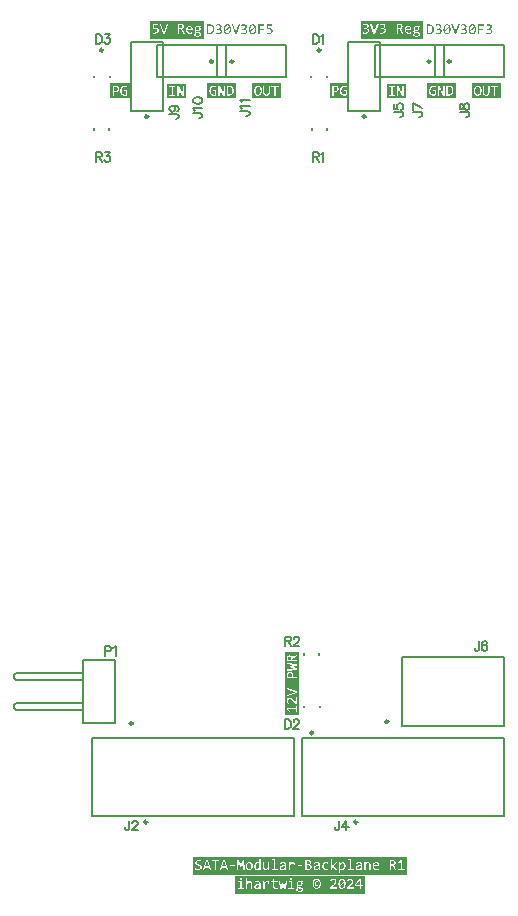
<source format=gbr>
G04*
G04 #@! TF.GenerationSoftware,Altium Limited,Altium Designer,22.11.1 (43)*
G04*
G04 Layer_Color=65535*
%FSLAX44Y44*%
%MOMM*%
G71*
G04*
G04 #@! TF.SameCoordinates,6BFD124F-6662-46D6-B746-139303AAAD4B*
G04*
G04*
G04 #@! TF.FilePolarity,Positive*
G04*
G01*
G75*
%ADD10C,0.2500*%
%ADD11C,0.2000*%
%ADD12C,0.1600*%
G36*
X834000Y482000D02*
X821588D01*
Y534702D01*
X834000D01*
Y482000D01*
D02*
G37*
G36*
X938485Y1054000D02*
X886000D01*
Y1069081D01*
X938485D01*
Y1054000D01*
D02*
G37*
G36*
X967062Y1058116D02*
X965539D01*
X962769Y1066412D01*
X964045D01*
X965844Y1060814D01*
X966351Y1059175D01*
X966873Y1060814D01*
X968672Y1066412D01*
X969875D01*
X967062Y1058116D01*
D02*
G37*
G36*
X994908Y1066514D02*
X995082Y1066499D01*
X995271Y1066470D01*
X995474Y1066426D01*
X995663Y1066383D01*
X995692D01*
X995750Y1066354D01*
X995837Y1066325D01*
X995953Y1066281D01*
X996098Y1066223D01*
X996228Y1066151D01*
X996373Y1066064D01*
X996504Y1065962D01*
X996518Y1065948D01*
X996562Y1065919D01*
X996620Y1065861D01*
X996707Y1065788D01*
X996779Y1065687D01*
X996866Y1065585D01*
X996953Y1065455D01*
X997026Y1065324D01*
X997040Y1065310D01*
X997055Y1065252D01*
X997084Y1065179D01*
X997113Y1065078D01*
X997142Y1064947D01*
X997171Y1064802D01*
X997200Y1064642D01*
Y1064469D01*
Y1064454D01*
Y1064439D01*
Y1064352D01*
X997185Y1064222D01*
X997156Y1064048D01*
X997113Y1063859D01*
X997040Y1063671D01*
X996953Y1063468D01*
X996823Y1063279D01*
X996808Y1063265D01*
X996750Y1063207D01*
X996678Y1063120D01*
X996562Y1063004D01*
X996417Y1062888D01*
X996243Y1062757D01*
X996054Y1062627D01*
X995822Y1062511D01*
X995837D01*
X995880Y1062496D01*
X995938D01*
X996025Y1062467D01*
X996228Y1062409D01*
X996460Y1062308D01*
X996475D01*
X996518Y1062279D01*
X996576Y1062250D01*
X996649Y1062206D01*
X996837Y1062075D01*
X997026Y1061916D01*
X997040Y1061901D01*
X997069Y1061872D01*
X997113Y1061829D01*
X997171Y1061756D01*
X997243Y1061669D01*
X997316Y1061582D01*
X997447Y1061350D01*
X997461Y1061336D01*
X997476Y1061292D01*
X997505Y1061234D01*
X997533Y1061147D01*
X997562Y1061031D01*
X997577Y1060915D01*
X997606Y1060785D01*
Y1060640D01*
Y1060611D01*
Y1060553D01*
X997591Y1060437D01*
X997577Y1060306D01*
X997548Y1060146D01*
X997505Y1059973D01*
X997447Y1059798D01*
X997374Y1059610D01*
X997359Y1059595D01*
X997330Y1059523D01*
X997287Y1059436D01*
X997214Y1059320D01*
X997113Y1059189D01*
X996997Y1059059D01*
X996866Y1058914D01*
X996707Y1058769D01*
X996692Y1058754D01*
X996620Y1058711D01*
X996533Y1058638D01*
X996402Y1058566D01*
X996243Y1058479D01*
X996040Y1058377D01*
X995837Y1058290D01*
X995590Y1058203D01*
X995575D01*
X995561Y1058188D01*
X995474Y1058174D01*
X995329Y1058145D01*
X995140Y1058102D01*
X994908Y1058058D01*
X994647Y1058029D01*
X994343Y1058015D01*
X994024Y1058000D01*
X993734D01*
X993589Y1058015D01*
X993444D01*
X993124Y1058044D01*
X993052D01*
X992979Y1058058D01*
X992892D01*
X992776Y1058073D01*
X992660Y1058087D01*
X992399Y1058116D01*
Y1059102D01*
X992414D01*
X992472Y1059088D01*
X992544Y1059073D01*
X992646Y1059059D01*
X992776Y1059044D01*
X992907Y1059030D01*
X993226Y1058986D01*
X993298D01*
X993385Y1058972D01*
X993632D01*
X993792Y1058957D01*
X994343D01*
X994488Y1058972D01*
X994662Y1058986D01*
X994836Y1059001D01*
X995010Y1059030D01*
X995184Y1059059D01*
X995198D01*
X995257Y1059088D01*
X995343Y1059102D01*
X995431Y1059146D01*
X995663Y1059247D01*
X995779Y1059305D01*
X995895Y1059378D01*
X995909Y1059392D01*
X995938Y1059421D01*
X995996Y1059465D01*
X996054Y1059523D01*
X996199Y1059682D01*
X996257Y1059784D01*
X996315Y1059885D01*
Y1059900D01*
X996330Y1059943D01*
X996359Y1060002D01*
X996388Y1060089D01*
X996402Y1060190D01*
X996431Y1060306D01*
X996446Y1060567D01*
Y1060582D01*
Y1060625D01*
X996431Y1060698D01*
Y1060770D01*
X996373Y1060959D01*
X996344Y1061060D01*
X996286Y1061162D01*
Y1061176D01*
X996257Y1061205D01*
X996228Y1061249D01*
X996170Y1061321D01*
X996040Y1061452D01*
X995851Y1061597D01*
X995837Y1061611D01*
X995808Y1061626D01*
X995750Y1061655D01*
X995663Y1061698D01*
X995561Y1061742D01*
X995460Y1061785D01*
X995329Y1061829D01*
X995184Y1061858D01*
X995169D01*
X995111Y1061872D01*
X995039Y1061887D01*
X994937Y1061901D01*
X994821Y1061916D01*
X994676Y1061930D01*
X994357Y1061945D01*
X993415D01*
Y1062859D01*
X994502D01*
X994604Y1062873D01*
X994821Y1062902D01*
X995053Y1062946D01*
X995068D01*
X995111Y1062960D01*
X995155Y1062989D01*
X995227Y1063018D01*
X995402Y1063105D01*
X995575Y1063221D01*
X995590Y1063236D01*
X995619Y1063250D01*
X995648Y1063294D01*
X995706Y1063352D01*
X995808Y1063497D01*
X995909Y1063671D01*
Y1063685D01*
X995924Y1063714D01*
X995953Y1063772D01*
X995982Y1063859D01*
X995996Y1063946D01*
X996025Y1064048D01*
X996040Y1064295D01*
Y1064309D01*
Y1064324D01*
Y1064410D01*
X996025Y1064527D01*
X995982Y1064672D01*
X995938Y1064831D01*
X995866Y1064991D01*
X995764Y1065136D01*
X995619Y1065266D01*
X995604Y1065281D01*
X995546Y1065310D01*
X995445Y1065368D01*
X995314Y1065426D01*
X995155Y1065469D01*
X994952Y1065527D01*
X994705Y1065556D01*
X994430Y1065571D01*
X994270D01*
X994169Y1065556D01*
X994038D01*
X993879Y1065542D01*
X993560Y1065484D01*
X993545D01*
X993487Y1065469D01*
X993400Y1065455D01*
X993284Y1065426D01*
X993139Y1065382D01*
X992979Y1065339D01*
X992805Y1065295D01*
X992617Y1065237D01*
Y1066209D01*
X992631D01*
X992646Y1066223D01*
X992689Y1066238D01*
X992747Y1066252D01*
X992892Y1066296D01*
X993066Y1066339D01*
X993081D01*
X993110Y1066354D01*
X993154D01*
X993226Y1066368D01*
X993385Y1066397D01*
X993560Y1066426D01*
X993574D01*
X993603Y1066441D01*
X993647D01*
X993719Y1066456D01*
X993864Y1066470D01*
X994038Y1066499D01*
X994082D01*
X994125Y1066514D01*
X994198D01*
X994343Y1066528D01*
X994749D01*
X994908Y1066514D01*
D02*
G37*
G36*
X973458D02*
X973632Y1066499D01*
X973820Y1066470D01*
X974024Y1066426D01*
X974212Y1066383D01*
X974241D01*
X974299Y1066354D01*
X974386Y1066325D01*
X974502Y1066281D01*
X974647Y1066223D01*
X974778Y1066151D01*
X974923Y1066064D01*
X975053Y1065962D01*
X975068Y1065948D01*
X975111Y1065919D01*
X975169Y1065861D01*
X975256Y1065788D01*
X975329Y1065687D01*
X975416Y1065585D01*
X975503Y1065455D01*
X975575Y1065324D01*
X975590Y1065310D01*
X975604Y1065252D01*
X975633Y1065179D01*
X975662Y1065078D01*
X975691Y1064947D01*
X975720Y1064802D01*
X975749Y1064642D01*
Y1064469D01*
Y1064454D01*
Y1064439D01*
Y1064352D01*
X975735Y1064222D01*
X975706Y1064048D01*
X975662Y1063859D01*
X975590Y1063671D01*
X975503Y1063468D01*
X975372Y1063279D01*
X975358Y1063265D01*
X975300Y1063207D01*
X975227Y1063120D01*
X975111Y1063004D01*
X974966Y1062888D01*
X974792Y1062757D01*
X974604Y1062627D01*
X974372Y1062511D01*
X974386D01*
X974430Y1062496D01*
X974488D01*
X974575Y1062467D01*
X974778Y1062409D01*
X975010Y1062308D01*
X975024D01*
X975068Y1062279D01*
X975126Y1062250D01*
X975198Y1062206D01*
X975387Y1062075D01*
X975575Y1061916D01*
X975590Y1061901D01*
X975619Y1061872D01*
X975662Y1061829D01*
X975720Y1061756D01*
X975793Y1061669D01*
X975865Y1061582D01*
X975996Y1061350D01*
X976010Y1061336D01*
X976025Y1061292D01*
X976054Y1061234D01*
X976083Y1061147D01*
X976112Y1061031D01*
X976126Y1060915D01*
X976155Y1060785D01*
Y1060640D01*
Y1060611D01*
Y1060553D01*
X976141Y1060437D01*
X976126Y1060306D01*
X976097Y1060146D01*
X976054Y1059973D01*
X975996Y1059798D01*
X975923Y1059610D01*
X975909Y1059595D01*
X975880Y1059523D01*
X975836Y1059436D01*
X975764Y1059320D01*
X975662Y1059189D01*
X975546Y1059059D01*
X975416Y1058914D01*
X975256Y1058769D01*
X975242Y1058754D01*
X975169Y1058711D01*
X975082Y1058638D01*
X974952Y1058566D01*
X974792Y1058479D01*
X974589Y1058377D01*
X974386Y1058290D01*
X974139Y1058203D01*
X974125D01*
X974110Y1058188D01*
X974024Y1058174D01*
X973878Y1058145D01*
X973690Y1058102D01*
X973458Y1058058D01*
X973197Y1058029D01*
X972892Y1058015D01*
X972573Y1058000D01*
X972283D01*
X972138Y1058015D01*
X971993D01*
X971674Y1058044D01*
X971601D01*
X971529Y1058058D01*
X971442D01*
X971326Y1058073D01*
X971210Y1058087D01*
X970949Y1058116D01*
Y1059102D01*
X970963D01*
X971021Y1059088D01*
X971094Y1059073D01*
X971195Y1059059D01*
X971326Y1059044D01*
X971456Y1059030D01*
X971776Y1058986D01*
X971848D01*
X971935Y1058972D01*
X972181D01*
X972341Y1058957D01*
X972892D01*
X973037Y1058972D01*
X973211Y1058986D01*
X973385Y1059001D01*
X973559Y1059030D01*
X973733Y1059059D01*
X973748D01*
X973806Y1059088D01*
X973893Y1059102D01*
X973980Y1059146D01*
X974212Y1059247D01*
X974328Y1059305D01*
X974444Y1059378D01*
X974459Y1059392D01*
X974488Y1059421D01*
X974546Y1059465D01*
X974604Y1059523D01*
X974749Y1059682D01*
X974807Y1059784D01*
X974865Y1059885D01*
Y1059900D01*
X974879Y1059943D01*
X974908Y1060002D01*
X974937Y1060089D01*
X974952Y1060190D01*
X974981Y1060306D01*
X974995Y1060567D01*
Y1060582D01*
Y1060625D01*
X974981Y1060698D01*
Y1060770D01*
X974923Y1060959D01*
X974894Y1061060D01*
X974836Y1061162D01*
Y1061176D01*
X974807Y1061205D01*
X974778Y1061249D01*
X974720Y1061321D01*
X974589Y1061452D01*
X974401Y1061597D01*
X974386Y1061611D01*
X974357Y1061626D01*
X974299Y1061655D01*
X974212Y1061698D01*
X974110Y1061742D01*
X974009Y1061785D01*
X973878Y1061829D01*
X973733Y1061858D01*
X973719D01*
X973661Y1061872D01*
X973588Y1061887D01*
X973487Y1061901D01*
X973371Y1061916D01*
X973226Y1061930D01*
X972907Y1061945D01*
X971964D01*
Y1062859D01*
X973052D01*
X973153Y1062873D01*
X973371Y1062902D01*
X973603Y1062946D01*
X973617D01*
X973661Y1062960D01*
X973704Y1062989D01*
X973777Y1063018D01*
X973951Y1063105D01*
X974125Y1063221D01*
X974139Y1063236D01*
X974168Y1063250D01*
X974197Y1063294D01*
X974256Y1063352D01*
X974357Y1063497D01*
X974459Y1063671D01*
Y1063685D01*
X974473Y1063714D01*
X974502Y1063772D01*
X974531Y1063859D01*
X974546Y1063946D01*
X974575Y1064048D01*
X974589Y1064295D01*
Y1064309D01*
Y1064324D01*
Y1064410D01*
X974575Y1064527D01*
X974531Y1064672D01*
X974488Y1064831D01*
X974415Y1064991D01*
X974314Y1065136D01*
X974168Y1065266D01*
X974154Y1065281D01*
X974096Y1065310D01*
X973995Y1065368D01*
X973864Y1065426D01*
X973704Y1065469D01*
X973501Y1065527D01*
X973255Y1065556D01*
X972979Y1065571D01*
X972820D01*
X972718Y1065556D01*
X972588D01*
X972428Y1065542D01*
X972109Y1065484D01*
X972094D01*
X972037Y1065469D01*
X971949Y1065455D01*
X971833Y1065426D01*
X971688Y1065382D01*
X971529Y1065339D01*
X971355Y1065295D01*
X971166Y1065237D01*
Y1066209D01*
X971181D01*
X971195Y1066223D01*
X971239Y1066238D01*
X971297Y1066252D01*
X971442Y1066296D01*
X971616Y1066339D01*
X971630D01*
X971659Y1066354D01*
X971703D01*
X971776Y1066368D01*
X971935Y1066397D01*
X972109Y1066426D01*
X972123D01*
X972152Y1066441D01*
X972196D01*
X972269Y1066456D01*
X972414Y1066470D01*
X972588Y1066499D01*
X972631D01*
X972675Y1066514D01*
X972747D01*
X972892Y1066528D01*
X973298D01*
X973458Y1066514D01*
D02*
G37*
G36*
X952007D02*
X952181Y1066499D01*
X952370Y1066470D01*
X952573Y1066426D01*
X952762Y1066383D01*
X952791D01*
X952849Y1066354D01*
X952935Y1066325D01*
X953052Y1066281D01*
X953197Y1066223D01*
X953327Y1066151D01*
X953472Y1066064D01*
X953603Y1065962D01*
X953617Y1065948D01*
X953661Y1065919D01*
X953719Y1065861D01*
X953806Y1065788D01*
X953878Y1065687D01*
X953965Y1065585D01*
X954052Y1065455D01*
X954125Y1065324D01*
X954139Y1065310D01*
X954154Y1065252D01*
X954183Y1065179D01*
X954212Y1065078D01*
X954241Y1064947D01*
X954270Y1064802D01*
X954299Y1064642D01*
Y1064469D01*
Y1064454D01*
Y1064439D01*
Y1064352D01*
X954284Y1064222D01*
X954255Y1064048D01*
X954212Y1063859D01*
X954139Y1063671D01*
X954052Y1063468D01*
X953922Y1063279D01*
X953907Y1063265D01*
X953849Y1063207D01*
X953777Y1063120D01*
X953661Y1063004D01*
X953516Y1062888D01*
X953342Y1062757D01*
X953153Y1062627D01*
X952921Y1062511D01*
X952935D01*
X952979Y1062496D01*
X953037D01*
X953124Y1062467D01*
X953327Y1062409D01*
X953559Y1062308D01*
X953574D01*
X953617Y1062279D01*
X953675Y1062250D01*
X953748Y1062206D01*
X953936Y1062075D01*
X954125Y1061916D01*
X954139Y1061901D01*
X954168Y1061872D01*
X954212Y1061829D01*
X954270Y1061756D01*
X954342Y1061669D01*
X954415Y1061582D01*
X954545Y1061350D01*
X954560Y1061336D01*
X954574Y1061292D01*
X954603Y1061234D01*
X954632Y1061147D01*
X954661Y1061031D01*
X954676Y1060915D01*
X954705Y1060785D01*
Y1060640D01*
Y1060611D01*
Y1060553D01*
X954690Y1060437D01*
X954676Y1060306D01*
X954647Y1060146D01*
X954603Y1059973D01*
X954545Y1059798D01*
X954473Y1059610D01*
X954458Y1059595D01*
X954429Y1059523D01*
X954386Y1059436D01*
X954313Y1059320D01*
X954212Y1059189D01*
X954096Y1059059D01*
X953965Y1058914D01*
X953806Y1058769D01*
X953791Y1058754D01*
X953719Y1058711D01*
X953632Y1058638D01*
X953501Y1058566D01*
X953342Y1058479D01*
X953139Y1058377D01*
X952935Y1058290D01*
X952689Y1058203D01*
X952674D01*
X952660Y1058188D01*
X952573Y1058174D01*
X952428Y1058145D01*
X952239Y1058102D01*
X952007Y1058058D01*
X951746Y1058029D01*
X951442Y1058015D01*
X951123Y1058000D01*
X950833D01*
X950687Y1058015D01*
X950543D01*
X950223Y1058044D01*
X950151D01*
X950078Y1058058D01*
X949991D01*
X949875Y1058073D01*
X949759Y1058087D01*
X949498Y1058116D01*
Y1059102D01*
X949513D01*
X949571Y1059088D01*
X949643Y1059073D01*
X949745Y1059059D01*
X949875Y1059044D01*
X950006Y1059030D01*
X950325Y1058986D01*
X950397D01*
X950484Y1058972D01*
X950731D01*
X950891Y1058957D01*
X951442D01*
X951587Y1058972D01*
X951761Y1058986D01*
X951935Y1059001D01*
X952109Y1059030D01*
X952283Y1059059D01*
X952297D01*
X952355Y1059088D01*
X952442Y1059102D01*
X952529Y1059146D01*
X952762Y1059247D01*
X952878Y1059305D01*
X952993Y1059378D01*
X953008Y1059392D01*
X953037Y1059421D01*
X953095Y1059465D01*
X953153Y1059523D01*
X953298Y1059682D01*
X953356Y1059784D01*
X953414Y1059885D01*
Y1059900D01*
X953429Y1059943D01*
X953458Y1060002D01*
X953487Y1060089D01*
X953501Y1060190D01*
X953530Y1060306D01*
X953545Y1060567D01*
Y1060582D01*
Y1060625D01*
X953530Y1060698D01*
Y1060770D01*
X953472Y1060959D01*
X953443Y1061060D01*
X953385Y1061162D01*
Y1061176D01*
X953356Y1061205D01*
X953327Y1061249D01*
X953269Y1061321D01*
X953139Y1061452D01*
X952950Y1061597D01*
X952935Y1061611D01*
X952906Y1061626D01*
X952849Y1061655D01*
X952762Y1061698D01*
X952660Y1061742D01*
X952558Y1061785D01*
X952428Y1061829D01*
X952283Y1061858D01*
X952268D01*
X952210Y1061872D01*
X952138Y1061887D01*
X952036Y1061901D01*
X951920Y1061916D01*
X951775Y1061930D01*
X951456Y1061945D01*
X950514D01*
Y1062859D01*
X951601D01*
X951703Y1062873D01*
X951920Y1062902D01*
X952152Y1062946D01*
X952167D01*
X952210Y1062960D01*
X952254Y1062989D01*
X952326Y1063018D01*
X952500Y1063105D01*
X952674Y1063221D01*
X952689Y1063236D01*
X952718Y1063250D01*
X952747Y1063294D01*
X952805Y1063352D01*
X952906Y1063497D01*
X953008Y1063671D01*
Y1063685D01*
X953023Y1063714D01*
X953052Y1063772D01*
X953081Y1063859D01*
X953095Y1063946D01*
X953124Y1064048D01*
X953139Y1064295D01*
Y1064309D01*
Y1064324D01*
Y1064410D01*
X953124Y1064527D01*
X953081Y1064672D01*
X953037Y1064831D01*
X952964Y1064991D01*
X952863Y1065136D01*
X952718Y1065266D01*
X952703Y1065281D01*
X952645Y1065310D01*
X952544Y1065368D01*
X952413Y1065426D01*
X952254Y1065469D01*
X952051Y1065527D01*
X951804Y1065556D01*
X951529Y1065571D01*
X951369D01*
X951268Y1065556D01*
X951137D01*
X950978Y1065542D01*
X950658Y1065484D01*
X950644D01*
X950586Y1065469D01*
X950499Y1065455D01*
X950383Y1065426D01*
X950238Y1065382D01*
X950078Y1065339D01*
X949904Y1065295D01*
X949716Y1065237D01*
Y1066209D01*
X949730D01*
X949745Y1066223D01*
X949788Y1066238D01*
X949846Y1066252D01*
X949991Y1066296D01*
X950165Y1066339D01*
X950180D01*
X950209Y1066354D01*
X950252D01*
X950325Y1066368D01*
X950484Y1066397D01*
X950658Y1066426D01*
X950673D01*
X950702Y1066441D01*
X950745D01*
X950818Y1066456D01*
X950963Y1066470D01*
X951137Y1066499D01*
X951181D01*
X951224Y1066514D01*
X951297D01*
X951442Y1066528D01*
X951848D01*
X952007Y1066514D01*
D02*
G37*
G36*
X990195Y1065440D02*
X986670D01*
Y1062757D01*
X990006D01*
Y1061814D01*
X986670D01*
Y1058116D01*
X985510D01*
Y1066412D01*
X990195D01*
Y1065440D01*
D02*
G37*
G36*
X944451Y1066397D02*
X944611Y1066383D01*
X944799Y1066354D01*
X945002Y1066325D01*
X945234Y1066281D01*
X945466Y1066238D01*
X945698Y1066165D01*
X945945Y1066093D01*
X946191Y1065991D01*
X946423Y1065875D01*
X946641Y1065745D01*
X946859Y1065585D01*
X947047Y1065411D01*
X947062Y1065397D01*
X947091Y1065368D01*
X947134Y1065310D01*
X947192Y1065223D01*
X947265Y1065121D01*
X947352Y1064991D01*
X947439Y1064831D01*
X947526Y1064657D01*
X947613Y1064454D01*
X947700Y1064222D01*
X947787Y1063975D01*
X947859Y1063700D01*
X947917Y1063395D01*
X947961Y1063076D01*
X947990Y1062728D01*
X948004Y1062351D01*
Y1062322D01*
Y1062250D01*
Y1062133D01*
X947990Y1061988D01*
X947975Y1061814D01*
X947961Y1061611D01*
X947903Y1061205D01*
Y1061176D01*
X947888Y1061118D01*
X947859Y1061002D01*
X947830Y1060872D01*
X947801Y1060712D01*
X947743Y1060538D01*
X947613Y1060190D01*
X947598Y1060175D01*
X947569Y1060117D01*
X947526Y1060016D01*
X947468Y1059914D01*
X947395Y1059784D01*
X947308Y1059639D01*
X947076Y1059334D01*
X947062Y1059320D01*
X947018Y1059276D01*
X946946Y1059204D01*
X946859Y1059117D01*
X946743Y1059015D01*
X946612Y1058899D01*
X946452Y1058783D01*
X946279Y1058682D01*
X946264Y1058667D01*
X946191Y1058638D01*
X946104Y1058580D01*
X945974Y1058522D01*
X945814Y1058464D01*
X945626Y1058392D01*
X945423Y1058319D01*
X945191Y1058261D01*
X945162D01*
X945075Y1058232D01*
X944959Y1058217D01*
X944785Y1058188D01*
X944567Y1058159D01*
X944335Y1058145D01*
X944060Y1058116D01*
X942000D01*
Y1066412D01*
X944321D01*
X944451Y1066397D01*
D02*
G37*
G36*
X980942Y1066514D02*
X981101Y1066499D01*
X981290Y1066470D01*
X981478Y1066412D01*
X981696Y1066354D01*
X981899Y1066267D01*
X981928Y1066252D01*
X981986Y1066223D01*
X982087Y1066165D01*
X982218Y1066078D01*
X982377Y1065977D01*
X982523Y1065846D01*
X982682Y1065687D01*
X982841Y1065498D01*
X982856Y1065469D01*
X982900Y1065411D01*
X982972Y1065295D01*
X983059Y1065136D01*
X983161Y1064947D01*
X983262Y1064715D01*
X983349Y1064454D01*
X983436Y1064164D01*
Y1064149D01*
X983451Y1064120D01*
Y1064077D01*
X983465Y1064019D01*
X983494Y1063946D01*
X983509Y1063845D01*
X983552Y1063627D01*
X983581Y1063337D01*
X983625Y1063018D01*
X983639Y1062656D01*
X983654Y1062250D01*
Y1062235D01*
Y1062206D01*
Y1062162D01*
Y1062090D01*
Y1062003D01*
X983639Y1061916D01*
X983625Y1061684D01*
X983610Y1061408D01*
X983567Y1061118D01*
X983523Y1060814D01*
X983451Y1060509D01*
Y1060495D01*
X983436Y1060480D01*
Y1060437D01*
X983422Y1060378D01*
X983364Y1060234D01*
X983306Y1060045D01*
X983233Y1059842D01*
X983132Y1059610D01*
X983016Y1059378D01*
X982871Y1059160D01*
X982856Y1059131D01*
X982798Y1059073D01*
X982726Y1058972D01*
X982609Y1058841D01*
X982465Y1058711D01*
X982305Y1058566D01*
X982116Y1058435D01*
X981913Y1058305D01*
X981884Y1058290D01*
X981812Y1058261D01*
X981696Y1058203D01*
X981536Y1058159D01*
X981333Y1058102D01*
X981101Y1058044D01*
X980855Y1058015D01*
X980564Y1058000D01*
X980449D01*
X980318Y1058015D01*
X980158Y1058029D01*
X979970Y1058058D01*
X979767Y1058102D01*
X979564Y1058159D01*
X979346Y1058247D01*
X979317Y1058261D01*
X979259Y1058290D01*
X979158Y1058348D01*
X979027Y1058435D01*
X978882Y1058537D01*
X978723Y1058682D01*
X978577Y1058827D01*
X978418Y1059015D01*
X978403Y1059044D01*
X978360Y1059117D01*
X978288Y1059218D01*
X978201Y1059378D01*
X978099Y1059566D01*
X977997Y1059798D01*
X977910Y1060045D01*
X977823Y1060335D01*
Y1060350D01*
X977809Y1060378D01*
Y1060422D01*
X977794Y1060480D01*
X977780Y1060553D01*
X977765Y1060654D01*
X977722Y1060886D01*
X977678Y1061162D01*
X977649Y1061481D01*
X977635Y1061858D01*
X977620Y1062250D01*
Y1062264D01*
Y1062293D01*
Y1062337D01*
Y1062409D01*
Y1062496D01*
X977635Y1062598D01*
X977649Y1062830D01*
X977664Y1063091D01*
X977707Y1063395D01*
X977751Y1063685D01*
X977809Y1063990D01*
Y1064004D01*
X977823Y1064019D01*
Y1064062D01*
X977838Y1064120D01*
X977896Y1064266D01*
X977954Y1064454D01*
X978026Y1064672D01*
X978128Y1064889D01*
X978244Y1065121D01*
X978374Y1065339D01*
X978389Y1065368D01*
X978447Y1065426D01*
X978534Y1065527D01*
X978650Y1065658D01*
X978781Y1065803D01*
X978955Y1065948D01*
X979143Y1066078D01*
X979346Y1066209D01*
X979375Y1066223D01*
X979448Y1066252D01*
X979564Y1066310D01*
X979738Y1066368D01*
X979926Y1066426D01*
X980158Y1066485D01*
X980419Y1066514D01*
X980695Y1066528D01*
X980811D01*
X980942Y1066514D01*
D02*
G37*
G36*
X959491D02*
X959651Y1066499D01*
X959839Y1066470D01*
X960028Y1066412D01*
X960245Y1066354D01*
X960448Y1066267D01*
X960477Y1066252D01*
X960535Y1066223D01*
X960637Y1066165D01*
X960767Y1066078D01*
X960927Y1065977D01*
X961072Y1065846D01*
X961232Y1065687D01*
X961391Y1065498D01*
X961405Y1065469D01*
X961449Y1065411D01*
X961522Y1065295D01*
X961609Y1065136D01*
X961710Y1064947D01*
X961812Y1064715D01*
X961899Y1064454D01*
X961986Y1064164D01*
Y1064149D01*
X962000Y1064120D01*
Y1064077D01*
X962015Y1064019D01*
X962044Y1063946D01*
X962058Y1063845D01*
X962102Y1063627D01*
X962131Y1063337D01*
X962174Y1063018D01*
X962189Y1062656D01*
X962203Y1062250D01*
Y1062235D01*
Y1062206D01*
Y1062162D01*
Y1062090D01*
Y1062003D01*
X962189Y1061916D01*
X962174Y1061684D01*
X962160Y1061408D01*
X962116Y1061118D01*
X962073Y1060814D01*
X962000Y1060509D01*
Y1060495D01*
X961986Y1060480D01*
Y1060437D01*
X961971Y1060378D01*
X961913Y1060234D01*
X961855Y1060045D01*
X961783Y1059842D01*
X961681Y1059610D01*
X961565Y1059378D01*
X961420Y1059160D01*
X961405Y1059131D01*
X961348Y1059073D01*
X961275Y1058972D01*
X961159Y1058841D01*
X961014Y1058711D01*
X960854Y1058566D01*
X960666Y1058435D01*
X960463Y1058305D01*
X960434Y1058290D01*
X960361Y1058261D01*
X960245Y1058203D01*
X960086Y1058159D01*
X959883Y1058102D01*
X959651Y1058044D01*
X959404Y1058015D01*
X959114Y1058000D01*
X958998D01*
X958867Y1058015D01*
X958708Y1058029D01*
X958519Y1058058D01*
X958316Y1058102D01*
X958113Y1058159D01*
X957896Y1058247D01*
X957867Y1058261D01*
X957809Y1058290D01*
X957707Y1058348D01*
X957577Y1058435D01*
X957432Y1058537D01*
X957272Y1058682D01*
X957127Y1058827D01*
X956967Y1059015D01*
X956953Y1059044D01*
X956909Y1059117D01*
X956837Y1059218D01*
X956750Y1059378D01*
X956648Y1059566D01*
X956547Y1059798D01*
X956460Y1060045D01*
X956373Y1060335D01*
Y1060350D01*
X956358Y1060378D01*
Y1060422D01*
X956344Y1060480D01*
X956329Y1060553D01*
X956315Y1060654D01*
X956271Y1060886D01*
X956228Y1061162D01*
X956199Y1061481D01*
X956184Y1061858D01*
X956170Y1062250D01*
Y1062264D01*
Y1062293D01*
Y1062337D01*
Y1062409D01*
Y1062496D01*
X956184Y1062598D01*
X956199Y1062830D01*
X956213Y1063091D01*
X956257Y1063395D01*
X956300Y1063685D01*
X956358Y1063990D01*
Y1064004D01*
X956373Y1064019D01*
Y1064062D01*
X956387Y1064120D01*
X956445Y1064266D01*
X956503Y1064454D01*
X956576Y1064672D01*
X956677Y1064889D01*
X956793Y1065121D01*
X956924Y1065339D01*
X956938Y1065368D01*
X956997Y1065426D01*
X957084Y1065527D01*
X957199Y1065658D01*
X957330Y1065803D01*
X957504Y1065948D01*
X957693Y1066078D01*
X957896Y1066209D01*
X957925Y1066223D01*
X957997Y1066252D01*
X958113Y1066310D01*
X958287Y1066368D01*
X958476Y1066426D01*
X958708Y1066485D01*
X958969Y1066514D01*
X959245Y1066528D01*
X959361D01*
X959491Y1066514D01*
D02*
G37*
G36*
X876574Y1004000D02*
X860000D01*
Y1016528D01*
X876574D01*
Y1004000D01*
D02*
G37*
G36*
X924473D02*
X908000D01*
Y1016296D01*
X924473D01*
Y1004000D01*
D02*
G37*
G36*
X966580D02*
X942000D01*
Y1016528D01*
X966580D01*
Y1004000D01*
D02*
G37*
G36*
X1004551D02*
X980000D01*
Y1016528D01*
X1004551D01*
Y1004000D01*
D02*
G37*
G36*
X818551D02*
X794000D01*
Y1016528D01*
X818551D01*
Y1004000D01*
D02*
G37*
G36*
X780580D02*
X756000D01*
Y1016528D01*
X780580D01*
Y1004000D01*
D02*
G37*
G36*
X738473D02*
X722000D01*
Y1016296D01*
X738473D01*
Y1004000D01*
D02*
G37*
G36*
X690574D02*
X674000D01*
Y1016528D01*
X690574D01*
Y1004000D01*
D02*
G37*
G36*
X781062Y1058116D02*
X779539D01*
X776769Y1066412D01*
X778045D01*
X779844Y1060814D01*
X780351Y1059175D01*
X780873Y1060814D01*
X782672Y1066412D01*
X783876D01*
X781062Y1058116D01*
D02*
G37*
G36*
X811098Y1065440D02*
X807676D01*
Y1063120D01*
X808604D01*
X808763Y1063105D01*
X808937Y1063091D01*
X809140Y1063076D01*
X809547Y1063004D01*
X809576D01*
X809648Y1062989D01*
X809750Y1062960D01*
X809880Y1062917D01*
X810040Y1062873D01*
X810214Y1062801D01*
X810373Y1062728D01*
X810547Y1062627D01*
X810562Y1062612D01*
X810620Y1062583D01*
X810707Y1062511D01*
X810808Y1062438D01*
X810924Y1062322D01*
X811040Y1062206D01*
X811156Y1062061D01*
X811272Y1061901D01*
X811287Y1061887D01*
X811316Y1061814D01*
X811359Y1061727D01*
X811417Y1061597D01*
X811461Y1061423D01*
X811505Y1061234D01*
X811534Y1061002D01*
X811548Y1060756D01*
Y1060727D01*
Y1060654D01*
X811534Y1060538D01*
X811519Y1060393D01*
X811476Y1060219D01*
X811432Y1060031D01*
X811359Y1059827D01*
X811272Y1059639D01*
X811258Y1059610D01*
X811229Y1059552D01*
X811171Y1059465D01*
X811084Y1059334D01*
X810982Y1059204D01*
X810852Y1059059D01*
X810707Y1058914D01*
X810533Y1058769D01*
X810518Y1058754D01*
X810446Y1058711D01*
X810359Y1058638D01*
X810228Y1058566D01*
X810054Y1058479D01*
X809866Y1058377D01*
X809663Y1058290D01*
X809430Y1058203D01*
X809401Y1058188D01*
X809329Y1058174D01*
X809199Y1058145D01*
X809024Y1058102D01*
X808821Y1058058D01*
X808589Y1058029D01*
X808343Y1058015D01*
X808067Y1058000D01*
X807821D01*
X807661Y1058015D01*
X807589D01*
X807531Y1058029D01*
X807400D01*
X807241Y1058044D01*
X807212D01*
X807110Y1058058D01*
X806979Y1058073D01*
X806834Y1058087D01*
X806805D01*
X806718Y1058102D01*
X806602D01*
X806486Y1058116D01*
Y1059117D01*
X806501D01*
X806544Y1059102D01*
X806617Y1059088D01*
X806704Y1059073D01*
X806820Y1059044D01*
X806950Y1059030D01*
X807095Y1059001D01*
X807255Y1058986D01*
X807327D01*
X807414Y1058972D01*
X807676D01*
X807821Y1058957D01*
X808343D01*
X808459Y1058972D01*
X808604Y1058986D01*
X808749Y1059001D01*
X809068Y1059073D01*
X809082D01*
X809140Y1059102D01*
X809213Y1059117D01*
X809300Y1059160D01*
X809532Y1059262D01*
X809750Y1059407D01*
X809764Y1059421D01*
X809793Y1059450D01*
X809851Y1059494D01*
X809909Y1059566D01*
X809982Y1059639D01*
X810069Y1059740D01*
X810199Y1059958D01*
X810214Y1059973D01*
X810228Y1060016D01*
X810257Y1060089D01*
X810286Y1060175D01*
X810315Y1060277D01*
X810330Y1060408D01*
X810359Y1060538D01*
Y1060683D01*
Y1060698D01*
Y1060712D01*
Y1060756D01*
X810344Y1060814D01*
X810330Y1060944D01*
X810286Y1061118D01*
X810228Y1061307D01*
X810127Y1061495D01*
X809982Y1061669D01*
X809793Y1061814D01*
X809764Y1061829D01*
X809692Y1061872D01*
X809561Y1061930D01*
X809387Y1062003D01*
X809155Y1062061D01*
X808894Y1062119D01*
X808560Y1062162D01*
X808198Y1062177D01*
X806631D01*
Y1066412D01*
X811098D01*
Y1065440D01*
D02*
G37*
G36*
X787458Y1066514D02*
X787632Y1066499D01*
X787820Y1066470D01*
X788024Y1066426D01*
X788212Y1066383D01*
X788241D01*
X788299Y1066354D01*
X788386Y1066325D01*
X788502Y1066281D01*
X788647Y1066223D01*
X788778Y1066151D01*
X788923Y1066064D01*
X789053Y1065962D01*
X789068Y1065948D01*
X789111Y1065919D01*
X789169Y1065861D01*
X789256Y1065788D01*
X789329Y1065687D01*
X789416Y1065585D01*
X789503Y1065455D01*
X789575Y1065324D01*
X789590Y1065310D01*
X789604Y1065252D01*
X789633Y1065179D01*
X789662Y1065078D01*
X789691Y1064947D01*
X789720Y1064802D01*
X789749Y1064642D01*
Y1064469D01*
Y1064454D01*
Y1064439D01*
Y1064352D01*
X789735Y1064222D01*
X789706Y1064048D01*
X789662Y1063859D01*
X789590Y1063671D01*
X789503Y1063468D01*
X789372Y1063279D01*
X789358Y1063265D01*
X789300Y1063207D01*
X789227Y1063120D01*
X789111Y1063004D01*
X788966Y1062888D01*
X788792Y1062757D01*
X788604Y1062627D01*
X788372Y1062511D01*
X788386D01*
X788430Y1062496D01*
X788488D01*
X788575Y1062467D01*
X788778Y1062409D01*
X789010Y1062308D01*
X789024D01*
X789068Y1062279D01*
X789126Y1062250D01*
X789198Y1062206D01*
X789387Y1062075D01*
X789575Y1061916D01*
X789590Y1061901D01*
X789619Y1061872D01*
X789662Y1061829D01*
X789720Y1061756D01*
X789793Y1061669D01*
X789865Y1061582D01*
X789996Y1061350D01*
X790011Y1061336D01*
X790025Y1061292D01*
X790054Y1061234D01*
X790083Y1061147D01*
X790112Y1061031D01*
X790126Y1060915D01*
X790155Y1060785D01*
Y1060640D01*
Y1060611D01*
Y1060553D01*
X790141Y1060437D01*
X790126Y1060306D01*
X790098Y1060146D01*
X790054Y1059973D01*
X789996Y1059798D01*
X789923Y1059610D01*
X789909Y1059595D01*
X789880Y1059523D01*
X789836Y1059436D01*
X789764Y1059320D01*
X789662Y1059189D01*
X789546Y1059059D01*
X789416Y1058914D01*
X789256Y1058769D01*
X789242Y1058754D01*
X789169Y1058711D01*
X789082Y1058638D01*
X788952Y1058566D01*
X788792Y1058479D01*
X788589Y1058377D01*
X788386Y1058290D01*
X788139Y1058203D01*
X788125D01*
X788111Y1058188D01*
X788024Y1058174D01*
X787878Y1058145D01*
X787690Y1058102D01*
X787458Y1058058D01*
X787197Y1058029D01*
X786892Y1058015D01*
X786573Y1058000D01*
X786283D01*
X786138Y1058015D01*
X785993D01*
X785674Y1058044D01*
X785601D01*
X785529Y1058058D01*
X785442D01*
X785326Y1058073D01*
X785210Y1058087D01*
X784949Y1058116D01*
Y1059102D01*
X784963D01*
X785021Y1059088D01*
X785094Y1059073D01*
X785195Y1059059D01*
X785326Y1059044D01*
X785456Y1059030D01*
X785776Y1058986D01*
X785848D01*
X785935Y1058972D01*
X786182D01*
X786341Y1058957D01*
X786892D01*
X787037Y1058972D01*
X787211Y1058986D01*
X787385Y1059001D01*
X787559Y1059030D01*
X787733Y1059059D01*
X787748D01*
X787806Y1059088D01*
X787893Y1059102D01*
X787980Y1059146D01*
X788212Y1059247D01*
X788328Y1059305D01*
X788444Y1059378D01*
X788459Y1059392D01*
X788488Y1059421D01*
X788546Y1059465D01*
X788604Y1059523D01*
X788749Y1059682D01*
X788807Y1059784D01*
X788865Y1059885D01*
Y1059900D01*
X788879Y1059943D01*
X788908Y1060002D01*
X788937Y1060089D01*
X788952Y1060190D01*
X788981Y1060306D01*
X788995Y1060567D01*
Y1060582D01*
Y1060625D01*
X788981Y1060698D01*
Y1060770D01*
X788923Y1060959D01*
X788894Y1061060D01*
X788836Y1061162D01*
Y1061176D01*
X788807Y1061205D01*
X788778Y1061249D01*
X788720Y1061321D01*
X788589Y1061452D01*
X788401Y1061597D01*
X788386Y1061611D01*
X788357Y1061626D01*
X788299Y1061655D01*
X788212Y1061698D01*
X788111Y1061742D01*
X788009Y1061785D01*
X787878Y1061829D01*
X787733Y1061858D01*
X787719D01*
X787661Y1061872D01*
X787588Y1061887D01*
X787487Y1061901D01*
X787371Y1061916D01*
X787226Y1061930D01*
X786907Y1061945D01*
X785964D01*
Y1062859D01*
X787052D01*
X787153Y1062873D01*
X787371Y1062902D01*
X787603Y1062946D01*
X787617D01*
X787661Y1062960D01*
X787704Y1062989D01*
X787777Y1063018D01*
X787951Y1063105D01*
X788125Y1063221D01*
X788139Y1063236D01*
X788168Y1063250D01*
X788197Y1063294D01*
X788255Y1063352D01*
X788357Y1063497D01*
X788459Y1063671D01*
Y1063685D01*
X788473Y1063714D01*
X788502Y1063772D01*
X788531Y1063859D01*
X788546Y1063946D01*
X788575Y1064048D01*
X788589Y1064295D01*
Y1064309D01*
Y1064324D01*
Y1064410D01*
X788575Y1064527D01*
X788531Y1064672D01*
X788488Y1064831D01*
X788415Y1064991D01*
X788314Y1065136D01*
X788168Y1065266D01*
X788154Y1065281D01*
X788096Y1065310D01*
X787995Y1065368D01*
X787864Y1065426D01*
X787704Y1065469D01*
X787501Y1065527D01*
X787255Y1065556D01*
X786979Y1065571D01*
X786820D01*
X786718Y1065556D01*
X786588D01*
X786428Y1065542D01*
X786109Y1065484D01*
X786095D01*
X786037Y1065469D01*
X785949Y1065455D01*
X785834Y1065426D01*
X785688Y1065382D01*
X785529Y1065339D01*
X785355Y1065295D01*
X785166Y1065237D01*
Y1066209D01*
X785181D01*
X785195Y1066223D01*
X785239Y1066238D01*
X785297Y1066252D01*
X785442Y1066296D01*
X785616Y1066339D01*
X785630D01*
X785659Y1066354D01*
X785703D01*
X785776Y1066368D01*
X785935Y1066397D01*
X786109Y1066426D01*
X786124D01*
X786153Y1066441D01*
X786196D01*
X786269Y1066456D01*
X786414Y1066470D01*
X786588Y1066499D01*
X786631D01*
X786675Y1066514D01*
X786747D01*
X786892Y1066528D01*
X787298D01*
X787458Y1066514D01*
D02*
G37*
G36*
X766007D02*
X766181Y1066499D01*
X766370Y1066470D01*
X766573Y1066426D01*
X766761Y1066383D01*
X766790D01*
X766849Y1066354D01*
X766936Y1066325D01*
X767052Y1066281D01*
X767197Y1066223D01*
X767327Y1066151D01*
X767472Y1066064D01*
X767603Y1065962D01*
X767617Y1065948D01*
X767661Y1065919D01*
X767719Y1065861D01*
X767806Y1065788D01*
X767878Y1065687D01*
X767965Y1065585D01*
X768052Y1065455D01*
X768125Y1065324D01*
X768139Y1065310D01*
X768154Y1065252D01*
X768183Y1065179D01*
X768212Y1065078D01*
X768241Y1064947D01*
X768270Y1064802D01*
X768299Y1064642D01*
Y1064469D01*
Y1064454D01*
Y1064439D01*
Y1064352D01*
X768284Y1064222D01*
X768255Y1064048D01*
X768212Y1063859D01*
X768139Y1063671D01*
X768052Y1063468D01*
X767922Y1063279D01*
X767907Y1063265D01*
X767849Y1063207D01*
X767777Y1063120D01*
X767661Y1063004D01*
X767516Y1062888D01*
X767342Y1062757D01*
X767153Y1062627D01*
X766921Y1062511D01*
X766936D01*
X766979Y1062496D01*
X767037D01*
X767124Y1062467D01*
X767327Y1062409D01*
X767559Y1062308D01*
X767574D01*
X767617Y1062279D01*
X767675Y1062250D01*
X767748Y1062206D01*
X767936Y1062075D01*
X768125Y1061916D01*
X768139Y1061901D01*
X768168Y1061872D01*
X768212Y1061829D01*
X768270Y1061756D01*
X768342Y1061669D01*
X768415Y1061582D01*
X768545Y1061350D01*
X768560Y1061336D01*
X768574Y1061292D01*
X768603Y1061234D01*
X768632Y1061147D01*
X768661Y1061031D01*
X768676Y1060915D01*
X768705Y1060785D01*
Y1060640D01*
Y1060611D01*
Y1060553D01*
X768690Y1060437D01*
X768676Y1060306D01*
X768647Y1060146D01*
X768603Y1059973D01*
X768545Y1059798D01*
X768473Y1059610D01*
X768458Y1059595D01*
X768429Y1059523D01*
X768386Y1059436D01*
X768313Y1059320D01*
X768212Y1059189D01*
X768096Y1059059D01*
X767965Y1058914D01*
X767806Y1058769D01*
X767791Y1058754D01*
X767719Y1058711D01*
X767632Y1058638D01*
X767501Y1058566D01*
X767342Y1058479D01*
X767139Y1058377D01*
X766936Y1058290D01*
X766689Y1058203D01*
X766674D01*
X766660Y1058188D01*
X766573Y1058174D01*
X766428Y1058145D01*
X766239Y1058102D01*
X766007Y1058058D01*
X765746Y1058029D01*
X765442Y1058015D01*
X765123Y1058000D01*
X764833D01*
X764688Y1058015D01*
X764542D01*
X764223Y1058044D01*
X764151D01*
X764078Y1058058D01*
X763991D01*
X763875Y1058073D01*
X763759Y1058087D01*
X763498Y1058116D01*
Y1059102D01*
X763513D01*
X763571Y1059088D01*
X763643Y1059073D01*
X763745Y1059059D01*
X763875Y1059044D01*
X764006Y1059030D01*
X764325Y1058986D01*
X764398D01*
X764484Y1058972D01*
X764731D01*
X764891Y1058957D01*
X765442D01*
X765587Y1058972D01*
X765761Y1058986D01*
X765935Y1059001D01*
X766109Y1059030D01*
X766283Y1059059D01*
X766297D01*
X766355Y1059088D01*
X766442Y1059102D01*
X766529Y1059146D01*
X766761Y1059247D01*
X766878Y1059305D01*
X766994Y1059378D01*
X767008Y1059392D01*
X767037Y1059421D01*
X767095Y1059465D01*
X767153Y1059523D01*
X767298Y1059682D01*
X767356Y1059784D01*
X767414Y1059885D01*
Y1059900D01*
X767429Y1059943D01*
X767458Y1060002D01*
X767487Y1060089D01*
X767501Y1060190D01*
X767530Y1060306D01*
X767545Y1060567D01*
Y1060582D01*
Y1060625D01*
X767530Y1060698D01*
Y1060770D01*
X767472Y1060959D01*
X767443Y1061060D01*
X767385Y1061162D01*
Y1061176D01*
X767356Y1061205D01*
X767327Y1061249D01*
X767269Y1061321D01*
X767139Y1061452D01*
X766950Y1061597D01*
X766936Y1061611D01*
X766907Y1061626D01*
X766849Y1061655D01*
X766761Y1061698D01*
X766660Y1061742D01*
X766559Y1061785D01*
X766428Y1061829D01*
X766283Y1061858D01*
X766268D01*
X766210Y1061872D01*
X766138Y1061887D01*
X766036Y1061901D01*
X765920Y1061916D01*
X765775Y1061930D01*
X765456Y1061945D01*
X764513D01*
Y1062859D01*
X765601D01*
X765703Y1062873D01*
X765920Y1062902D01*
X766152Y1062946D01*
X766167D01*
X766210Y1062960D01*
X766254Y1062989D01*
X766326Y1063018D01*
X766500Y1063105D01*
X766674Y1063221D01*
X766689Y1063236D01*
X766718Y1063250D01*
X766747Y1063294D01*
X766805Y1063352D01*
X766907Y1063497D01*
X767008Y1063671D01*
Y1063685D01*
X767023Y1063714D01*
X767052Y1063772D01*
X767081Y1063859D01*
X767095Y1063946D01*
X767124Y1064048D01*
X767139Y1064295D01*
Y1064309D01*
Y1064324D01*
Y1064410D01*
X767124Y1064527D01*
X767081Y1064672D01*
X767037Y1064831D01*
X766965Y1064991D01*
X766863Y1065136D01*
X766718Y1065266D01*
X766703Y1065281D01*
X766646Y1065310D01*
X766544Y1065368D01*
X766413Y1065426D01*
X766254Y1065469D01*
X766051Y1065527D01*
X765804Y1065556D01*
X765529Y1065571D01*
X765369D01*
X765268Y1065556D01*
X765137D01*
X764978Y1065542D01*
X764659Y1065484D01*
X764644D01*
X764586Y1065469D01*
X764499Y1065455D01*
X764383Y1065426D01*
X764238Y1065382D01*
X764078Y1065339D01*
X763904Y1065295D01*
X763716Y1065237D01*
Y1066209D01*
X763730D01*
X763745Y1066223D01*
X763788Y1066238D01*
X763846Y1066252D01*
X763991Y1066296D01*
X764165Y1066339D01*
X764180D01*
X764209Y1066354D01*
X764252D01*
X764325Y1066368D01*
X764484Y1066397D01*
X764659Y1066426D01*
X764673D01*
X764702Y1066441D01*
X764745D01*
X764818Y1066456D01*
X764963Y1066470D01*
X765137Y1066499D01*
X765181D01*
X765224Y1066514D01*
X765297D01*
X765442Y1066528D01*
X765848D01*
X766007Y1066514D01*
D02*
G37*
G36*
X804195Y1065440D02*
X800670D01*
Y1062757D01*
X804006D01*
Y1061814D01*
X800670D01*
Y1058116D01*
X799510D01*
Y1066412D01*
X804195D01*
Y1065440D01*
D02*
G37*
G36*
X758451Y1066397D02*
X758611Y1066383D01*
X758799Y1066354D01*
X759002Y1066325D01*
X759234Y1066281D01*
X759466Y1066238D01*
X759698Y1066165D01*
X759945Y1066093D01*
X760191Y1065991D01*
X760424Y1065875D01*
X760641Y1065745D01*
X760859Y1065585D01*
X761047Y1065411D01*
X761062Y1065397D01*
X761091Y1065368D01*
X761134Y1065310D01*
X761192Y1065223D01*
X761265Y1065121D01*
X761352Y1064991D01*
X761439Y1064831D01*
X761526Y1064657D01*
X761613Y1064454D01*
X761700Y1064222D01*
X761787Y1063975D01*
X761859Y1063700D01*
X761917Y1063395D01*
X761961Y1063076D01*
X761990Y1062728D01*
X762004Y1062351D01*
Y1062322D01*
Y1062250D01*
Y1062133D01*
X761990Y1061988D01*
X761975Y1061814D01*
X761961Y1061611D01*
X761903Y1061205D01*
Y1061176D01*
X761888Y1061118D01*
X761859Y1061002D01*
X761830Y1060872D01*
X761801Y1060712D01*
X761743Y1060538D01*
X761613Y1060190D01*
X761598Y1060175D01*
X761569Y1060117D01*
X761526Y1060016D01*
X761468Y1059914D01*
X761395Y1059784D01*
X761308Y1059639D01*
X761076Y1059334D01*
X761062Y1059320D01*
X761018Y1059276D01*
X760946Y1059204D01*
X760859Y1059117D01*
X760743Y1059015D01*
X760612Y1058899D01*
X760452Y1058783D01*
X760278Y1058682D01*
X760264Y1058667D01*
X760191Y1058638D01*
X760104Y1058580D01*
X759974Y1058522D01*
X759814Y1058464D01*
X759626Y1058392D01*
X759423Y1058319D01*
X759191Y1058261D01*
X759162D01*
X759075Y1058232D01*
X758959Y1058217D01*
X758785Y1058188D01*
X758567Y1058159D01*
X758335Y1058145D01*
X758059Y1058116D01*
X756000D01*
Y1066412D01*
X758320D01*
X758451Y1066397D01*
D02*
G37*
G36*
X794942Y1066514D02*
X795101Y1066499D01*
X795290Y1066470D01*
X795478Y1066412D01*
X795696Y1066354D01*
X795899Y1066267D01*
X795928Y1066252D01*
X795986Y1066223D01*
X796087Y1066165D01*
X796218Y1066078D01*
X796377Y1065977D01*
X796523Y1065846D01*
X796682Y1065687D01*
X796842Y1065498D01*
X796856Y1065469D01*
X796900Y1065411D01*
X796972Y1065295D01*
X797059Y1065136D01*
X797161Y1064947D01*
X797262Y1064715D01*
X797349Y1064454D01*
X797436Y1064164D01*
Y1064149D01*
X797451Y1064120D01*
Y1064077D01*
X797465Y1064019D01*
X797494Y1063946D01*
X797509Y1063845D01*
X797552Y1063627D01*
X797581Y1063337D01*
X797625Y1063018D01*
X797639Y1062656D01*
X797654Y1062250D01*
Y1062235D01*
Y1062206D01*
Y1062162D01*
Y1062090D01*
Y1062003D01*
X797639Y1061916D01*
X797625Y1061684D01*
X797610Y1061408D01*
X797567Y1061118D01*
X797523Y1060814D01*
X797451Y1060509D01*
Y1060495D01*
X797436Y1060480D01*
Y1060437D01*
X797422Y1060378D01*
X797364Y1060234D01*
X797306Y1060045D01*
X797233Y1059842D01*
X797132Y1059610D01*
X797016Y1059378D01*
X796871Y1059160D01*
X796856Y1059131D01*
X796798Y1059073D01*
X796725Y1058972D01*
X796609Y1058841D01*
X796464Y1058711D01*
X796305Y1058566D01*
X796116Y1058435D01*
X795913Y1058305D01*
X795884Y1058290D01*
X795812Y1058261D01*
X795696Y1058203D01*
X795536Y1058159D01*
X795333Y1058102D01*
X795101Y1058044D01*
X794855Y1058015D01*
X794565Y1058000D01*
X794448D01*
X794318Y1058015D01*
X794158Y1058029D01*
X793970Y1058058D01*
X793767Y1058102D01*
X793564Y1058159D01*
X793346Y1058247D01*
X793317Y1058261D01*
X793259Y1058290D01*
X793158Y1058348D01*
X793027Y1058435D01*
X792882Y1058537D01*
X792723Y1058682D01*
X792578Y1058827D01*
X792418Y1059015D01*
X792403Y1059044D01*
X792360Y1059117D01*
X792288Y1059218D01*
X792200Y1059378D01*
X792099Y1059566D01*
X791997Y1059798D01*
X791910Y1060045D01*
X791823Y1060335D01*
Y1060350D01*
X791809Y1060378D01*
Y1060422D01*
X791794Y1060480D01*
X791780Y1060553D01*
X791765Y1060654D01*
X791722Y1060886D01*
X791678Y1061162D01*
X791649Y1061481D01*
X791635Y1061858D01*
X791620Y1062250D01*
Y1062264D01*
Y1062293D01*
Y1062337D01*
Y1062409D01*
Y1062496D01*
X791635Y1062598D01*
X791649Y1062830D01*
X791664Y1063091D01*
X791707Y1063395D01*
X791751Y1063685D01*
X791809Y1063990D01*
Y1064004D01*
X791823Y1064019D01*
Y1064062D01*
X791838Y1064120D01*
X791896Y1064266D01*
X791954Y1064454D01*
X792026Y1064672D01*
X792128Y1064889D01*
X792244Y1065121D01*
X792374Y1065339D01*
X792389Y1065368D01*
X792447Y1065426D01*
X792534Y1065527D01*
X792650Y1065658D01*
X792781Y1065803D01*
X792955Y1065948D01*
X793143Y1066078D01*
X793346Y1066209D01*
X793375Y1066223D01*
X793448Y1066252D01*
X793564Y1066310D01*
X793738Y1066368D01*
X793926Y1066426D01*
X794158Y1066485D01*
X794419Y1066514D01*
X794695Y1066528D01*
X794811D01*
X794942Y1066514D01*
D02*
G37*
G36*
X773491D02*
X773651Y1066499D01*
X773839Y1066470D01*
X774028Y1066412D01*
X774245Y1066354D01*
X774448Y1066267D01*
X774477Y1066252D01*
X774535Y1066223D01*
X774637Y1066165D01*
X774767Y1066078D01*
X774927Y1065977D01*
X775072Y1065846D01*
X775231Y1065687D01*
X775391Y1065498D01*
X775406Y1065469D01*
X775449Y1065411D01*
X775522Y1065295D01*
X775609Y1065136D01*
X775710Y1064947D01*
X775812Y1064715D01*
X775899Y1064454D01*
X775986Y1064164D01*
Y1064149D01*
X776000Y1064120D01*
Y1064077D01*
X776015Y1064019D01*
X776044Y1063946D01*
X776058Y1063845D01*
X776102Y1063627D01*
X776131Y1063337D01*
X776174Y1063018D01*
X776189Y1062656D01*
X776203Y1062250D01*
Y1062235D01*
Y1062206D01*
Y1062162D01*
Y1062090D01*
Y1062003D01*
X776189Y1061916D01*
X776174Y1061684D01*
X776160Y1061408D01*
X776116Y1061118D01*
X776073Y1060814D01*
X776000Y1060509D01*
Y1060495D01*
X775986Y1060480D01*
Y1060437D01*
X775971Y1060378D01*
X775913Y1060234D01*
X775855Y1060045D01*
X775783Y1059842D01*
X775681Y1059610D01*
X775565Y1059378D01*
X775420Y1059160D01*
X775406Y1059131D01*
X775348Y1059073D01*
X775275Y1058972D01*
X775159Y1058841D01*
X775014Y1058711D01*
X774854Y1058566D01*
X774666Y1058435D01*
X774463Y1058305D01*
X774434Y1058290D01*
X774361Y1058261D01*
X774245Y1058203D01*
X774086Y1058159D01*
X773883Y1058102D01*
X773651Y1058044D01*
X773404Y1058015D01*
X773114Y1058000D01*
X772998D01*
X772867Y1058015D01*
X772708Y1058029D01*
X772519Y1058058D01*
X772316Y1058102D01*
X772113Y1058159D01*
X771896Y1058247D01*
X771867Y1058261D01*
X771809Y1058290D01*
X771707Y1058348D01*
X771577Y1058435D01*
X771432Y1058537D01*
X771272Y1058682D01*
X771127Y1058827D01*
X770967Y1059015D01*
X770953Y1059044D01*
X770910Y1059117D01*
X770837Y1059218D01*
X770750Y1059378D01*
X770648Y1059566D01*
X770547Y1059798D01*
X770460Y1060045D01*
X770373Y1060335D01*
Y1060350D01*
X770358Y1060378D01*
Y1060422D01*
X770344Y1060480D01*
X770329Y1060553D01*
X770315Y1060654D01*
X770271Y1060886D01*
X770228Y1061162D01*
X770199Y1061481D01*
X770184Y1061858D01*
X770170Y1062250D01*
Y1062264D01*
Y1062293D01*
Y1062337D01*
Y1062409D01*
Y1062496D01*
X770184Y1062598D01*
X770199Y1062830D01*
X770213Y1063091D01*
X770257Y1063395D01*
X770300Y1063685D01*
X770358Y1063990D01*
Y1064004D01*
X770373Y1064019D01*
Y1064062D01*
X770387Y1064120D01*
X770445Y1064266D01*
X770503Y1064454D01*
X770576Y1064672D01*
X770677Y1064889D01*
X770794Y1065121D01*
X770924Y1065339D01*
X770938Y1065368D01*
X770996Y1065426D01*
X771084Y1065527D01*
X771199Y1065658D01*
X771330Y1065803D01*
X771504Y1065948D01*
X771693Y1066078D01*
X771896Y1066209D01*
X771925Y1066223D01*
X771997Y1066252D01*
X772113Y1066310D01*
X772287Y1066368D01*
X772476Y1066426D01*
X772708Y1066485D01*
X772969Y1066514D01*
X773244Y1066528D01*
X773361D01*
X773491Y1066514D01*
D02*
G37*
G36*
X753248Y1054000D02*
X708000D01*
Y1068965D01*
X753248D01*
Y1054000D01*
D02*
G37*
G36*
X889831Y330000D02*
X780000D01*
Y345719D01*
X889831D01*
Y330000D01*
D02*
G37*
G36*
X925217Y346000D02*
X744000D01*
Y361588D01*
X925217D01*
Y346000D01*
D02*
G37*
%LPC*%
G36*
X832000Y532702D02*
X829273Y531383D01*
X829099Y531296D01*
X828940Y531209D01*
X828809Y531121D01*
X828693Y531049D01*
X828606Y530976D01*
X828548Y530933D01*
X828505Y530904D01*
X828490Y530890D01*
X828389Y530788D01*
X828287Y530686D01*
X828215Y530599D01*
X828157Y530498D01*
X828113Y530425D01*
X828084Y530353D01*
X828055Y530309D01*
Y530295D01*
X828012Y530454D01*
X827968Y530599D01*
X827910Y530730D01*
X827867Y530846D01*
X827823Y530933D01*
X827779Y531006D01*
X827765Y531049D01*
X827750Y531063D01*
X827591Y531296D01*
X827504Y531383D01*
X827431Y531470D01*
X827373Y531528D01*
X827315Y531571D01*
X827286Y531600D01*
X827272Y531615D01*
X827054Y531774D01*
X826837Y531876D01*
X826764Y531919D01*
X826692Y531948D01*
X826648Y531963D01*
X826634D01*
X826373Y532035D01*
X826242Y532050D01*
X826126Y532064D01*
X826039Y532079D01*
X825967D01*
X825909D01*
X825894D01*
X825720D01*
X825561Y532050D01*
X825401Y532035D01*
X825270Y532006D01*
X825169Y531977D01*
X825082Y531948D01*
X825024Y531934D01*
X825009Y531919D01*
X824864Y531847D01*
X824734Y531774D01*
X824603Y531687D01*
X824502Y531615D01*
X824429Y531542D01*
X824371Y531484D01*
X824328Y531441D01*
X824313Y531426D01*
X824212Y531296D01*
X824125Y531151D01*
X824038Y531006D01*
X823980Y530875D01*
X823936Y530759D01*
X823893Y530657D01*
X823864Y530599D01*
Y530570D01*
X823806Y530367D01*
X823777Y530164D01*
X823748Y529947D01*
X823719Y529758D01*
Y529584D01*
X823704Y529454D01*
Y532702D01*
Y527119D01*
X832000D01*
Y528250D01*
X828316D01*
Y528772D01*
X828331Y528946D01*
X828345Y529091D01*
X828360Y529149D01*
Y529193D01*
X828374Y529207D01*
Y529222D01*
X828418Y529367D01*
X828476Y529483D01*
X828534Y529555D01*
X828548Y529584D01*
X828650Y529715D01*
X828751Y529816D01*
X828838Y529874D01*
X828853Y529903D01*
X828867D01*
X829027Y530005D01*
X829186Y530106D01*
X829259Y530135D01*
X829302Y530164D01*
X829346Y530193D01*
X829360D01*
X832000Y531412D01*
Y532702D01*
D02*
G37*
G36*
Y525755D02*
Y525204D01*
X823704Y525755D01*
Y519185D01*
X832000Y519751D01*
Y521172D01*
X829128Y522115D01*
X828099Y522420D01*
X829056Y522695D01*
X832000Y523739D01*
Y521172D01*
D01*
Y523739D01*
Y525755D01*
D02*
G37*
G36*
Y518199D02*
X823704D01*
Y512746D01*
X832000D01*
Y516256D01*
Y513877D01*
X829027D01*
Y514907D01*
X829012Y515211D01*
X828983Y515501D01*
X828954Y515748D01*
X828911Y515965D01*
X828867Y516139D01*
X828824Y516270D01*
X828809Y516357D01*
X828795Y516386D01*
X828693Y516604D01*
X828592Y516807D01*
X828490Y516981D01*
X828389Y517126D01*
X828287Y517242D01*
X828215Y517329D01*
X828171Y517387D01*
X828157Y517401D01*
X827997Y517546D01*
X827838Y517662D01*
X827692Y517764D01*
X827548Y517851D01*
X827431Y517909D01*
X827344Y517967D01*
X827272Y517981D01*
X827257Y517996D01*
X827069Y518069D01*
X826895Y518112D01*
X826721Y518156D01*
X826576Y518170D01*
X826445Y518185D01*
X826344Y518199D01*
X832000D01*
D02*
G37*
G36*
X823704Y504566D02*
Y497459D01*
D01*
X832000Y500229D01*
Y501752D01*
X823704Y504566D01*
D02*
G37*
G36*
X832000Y496690D02*
X830941D01*
Y492659D01*
X829476Y494152D01*
X829288Y494341D01*
X829114Y494529D01*
X828954Y494689D01*
X828824Y494819D01*
X828708Y494936D01*
X828621Y495008D01*
X828563Y495066D01*
X828548Y495081D01*
X828389Y495226D01*
X828229Y495342D01*
X828084Y495458D01*
X827968Y495545D01*
X827852Y495617D01*
X827779Y495675D01*
X827721Y495704D01*
X827707Y495719D01*
X827402Y495893D01*
X827272Y495951D01*
X827141Y496009D01*
X827040Y496052D01*
X826967Y496081D01*
X826909Y496110D01*
X826895D01*
X826590Y496183D01*
X826431Y496212D01*
X826300Y496226D01*
X826184Y496241D01*
X826097D01*
X826025D01*
X826010D01*
X825807Y496226D01*
X825619Y496212D01*
X825444Y496183D01*
X825285Y496154D01*
X825169Y496110D01*
X825067Y496081D01*
X825009Y496067D01*
X824995Y496052D01*
X824835Y495980D01*
X824690Y495907D01*
X824560Y495820D01*
X824444Y495733D01*
X824357Y495661D01*
X824299Y495603D01*
X824255Y495559D01*
X824241Y495545D01*
X824125Y495414D01*
X824038Y495284D01*
X823951Y495153D01*
X823878Y495023D01*
X823835Y494907D01*
X823791Y494819D01*
X823762Y494762D01*
Y494747D01*
X823704Y494573D01*
X823661Y494399D01*
X823632Y494239D01*
X823603Y494080D01*
Y493949D01*
X823588Y493833D01*
Y496690D01*
Y493746D01*
X823603Y493456D01*
X823632Y493181D01*
X823690Y492934D01*
X823733Y492731D01*
X823791Y492557D01*
X823849Y492426D01*
X823878Y492354D01*
X823893Y492325D01*
X824009Y492107D01*
X824139Y491904D01*
X824270Y491716D01*
X824386Y491556D01*
X824502Y491426D01*
X824589Y491339D01*
X824647Y491266D01*
X824676Y491252D01*
X825401Y491861D01*
X825270Y492006D01*
X825154Y492136D01*
X825053Y492267D01*
X824966Y492383D01*
X824893Y492499D01*
X824850Y492571D01*
X824821Y492630D01*
X824806Y492644D01*
X824719Y492804D01*
X824661Y492978D01*
X824618Y493137D01*
X824589Y493282D01*
X824574Y493413D01*
X824560Y493514D01*
Y493746D01*
X824574Y493862D01*
X824603Y493978D01*
X824618Y494080D01*
X824647Y494152D01*
X824676Y494210D01*
X824690Y494239D01*
Y494254D01*
X824792Y494442D01*
X824893Y494588D01*
X824951Y494631D01*
X824980Y494674D01*
X825009Y494689D01*
X825024Y494703D01*
X825183Y494819D01*
X825343Y494907D01*
X825401Y494936D01*
X825459Y494950D01*
X825488Y494965D01*
X825502D01*
X825705Y495023D01*
X825909Y495037D01*
X825981Y495052D01*
X826039D01*
X826083D01*
X826097D01*
X826329Y495037D01*
X826431Y495023D01*
X826518D01*
X826590Y495008D01*
X826648Y494994D01*
X826677Y494979D01*
X826692D01*
X826895Y494921D01*
X827098Y494834D01*
X827170Y494790D01*
X827228Y494762D01*
X827272Y494747D01*
X827286Y494733D01*
X827533Y494573D01*
X827649Y494486D01*
X827750Y494399D01*
X827852Y494326D01*
X827925Y494268D01*
X827968Y494225D01*
X827983Y494210D01*
X828128Y494080D01*
X828287Y493949D01*
X828432Y493804D01*
X828577Y493659D01*
X828693Y493543D01*
X828795Y493442D01*
X828853Y493384D01*
X828882Y493355D01*
X831014Y491223D01*
X832000D01*
Y496690D01*
D02*
G37*
G36*
Y489468D02*
X830970D01*
Y487626D01*
X823661D01*
Y486640D01*
X825053Y484000D01*
X825996Y484406D01*
X824908Y486393D01*
X830970D01*
Y484261D01*
X832000D01*
Y484000D01*
Y489468D01*
D02*
G37*
%LPD*%
G36*
X826242Y530890D02*
X826344Y530860D01*
X826431Y530846D01*
X826503Y530817D01*
X826561Y530788D01*
X826590Y530774D01*
X826605D01*
X826779Y530657D01*
X826924Y530541D01*
X826982Y530498D01*
X827025Y530454D01*
X827040Y530425D01*
X827054Y530411D01*
X827170Y530237D01*
X827243Y530063D01*
X827272Y529990D01*
X827301Y529932D01*
X827315Y529889D01*
Y529874D01*
X827359Y529628D01*
X827388Y529512D01*
Y529396D01*
X827402Y529309D01*
Y528250D01*
X824661D01*
Y529309D01*
X824676Y529570D01*
X824719Y529816D01*
X824763Y530019D01*
X824821Y530179D01*
X824893Y530309D01*
X824937Y530411D01*
X824980Y530469D01*
X824995Y530483D01*
X825140Y530628D01*
X825285Y530730D01*
X825459Y530802D01*
X825619Y530846D01*
X825764Y530890D01*
X825880Y530904D01*
X825967D01*
X825981D01*
X825996D01*
X826242Y530890D01*
D02*
G37*
G36*
X829766Y524421D02*
X830898Y524392D01*
X829825Y524000D01*
X826503Y522840D01*
Y522057D01*
X829592Y521056D01*
X830898Y520665D01*
X829360Y520563D01*
X823704Y520258D01*
Y524740D01*
X829766Y524421D01*
D02*
G37*
G36*
X826010Y518185D02*
X825778Y518156D01*
X825575Y518112D01*
X825401Y518069D01*
X825270Y518025D01*
X825169Y517981D01*
X825096Y517952D01*
X825082Y517938D01*
X824908Y517836D01*
X824748Y517720D01*
X824618Y517604D01*
X824502Y517488D01*
X824400Y517387D01*
X824342Y517314D01*
X824299Y517256D01*
X824284Y517242D01*
X824183Y517082D01*
X824081Y516908D01*
X824009Y516749D01*
X823951Y516589D01*
X823907Y516459D01*
X823878Y516357D01*
X823849Y516285D01*
Y516256D01*
X823762Y515835D01*
X823733Y515632D01*
X823719Y515458D01*
X823704Y515298D01*
Y518199D01*
X826257D01*
X826010Y518185D01*
D02*
G37*
G36*
X826605Y516995D02*
X826880Y516937D01*
X827112Y516850D01*
X827286Y516749D01*
X827431Y516647D01*
X827533Y516560D01*
X827606Y516502D01*
X827620Y516473D01*
X827765Y516256D01*
X827867Y516009D01*
X827954Y515748D01*
X827997Y515501D01*
X828026Y515269D01*
X828041Y515168D01*
Y515095D01*
X828055Y515023D01*
Y513877D01*
X824647D01*
Y515023D01*
X824661Y515356D01*
X824719Y515646D01*
X824777Y515908D01*
X824864Y516110D01*
X824937Y516270D01*
X825009Y516386D01*
X825067Y516459D01*
X825082Y516488D01*
X825256Y516662D01*
X825444Y516792D01*
X825648Y516894D01*
X825851Y516952D01*
X826025Y516995D01*
X826170Y517010D01*
X826228Y517024D01*
X826271D01*
X826286D01*
X826300D01*
X826605Y516995D01*
D02*
G37*
G36*
X829302Y501564D02*
X830941Y501041D01*
X829302Y500534D01*
X823704Y498736D01*
Y503362D01*
X829302Y501564D01*
D02*
G37*
%LPC*%
G36*
X933483Y1065166D02*
X933135D01*
X932932Y1065137D01*
X932757Y1065108D01*
X932613Y1065079D01*
X932482Y1065050D01*
X932395Y1065021D01*
X932322Y1065007D01*
X932308Y1064992D01*
X932148Y1064934D01*
X932003Y1064862D01*
X931858Y1064775D01*
X931742Y1064702D01*
X931655Y1064644D01*
X931583Y1064586D01*
X931539Y1064557D01*
X931525Y1064542D01*
X931409Y1064426D01*
X931307Y1064310D01*
X931220Y1064194D01*
X931148Y1064078D01*
X931090Y1063977D01*
X931046Y1063904D01*
X931032Y1063846D01*
X931017Y1063832D01*
X930959Y1063672D01*
X930916Y1063527D01*
X930887Y1063368D01*
X930872Y1063237D01*
X930857Y1063107D01*
X930843Y1063020D01*
Y1062962D01*
Y1062933D01*
Y1062773D01*
X930857Y1062643D01*
X930872Y1062541D01*
Y1062526D01*
Y1062512D01*
X930901Y1062382D01*
X930930Y1062265D01*
X930959Y1062178D01*
X930974Y1062164D01*
Y1062149D01*
X931032Y1062033D01*
X931075Y1061932D01*
X931119Y1061874D01*
X931133Y1061845D01*
X931206Y1061743D01*
X931278Y1061656D01*
X931336Y1061598D01*
X931351Y1061569D01*
X931162Y1061337D01*
X931017Y1061134D01*
X930959Y1061047D01*
X930916Y1060975D01*
X930901Y1060931D01*
X930887Y1060917D01*
X930828Y1060786D01*
X930785Y1060656D01*
X930742Y1060525D01*
X930727Y1060409D01*
X930713Y1060307D01*
X930698Y1060235D01*
Y1060177D01*
Y1060163D01*
Y1060061D01*
X930713Y1059959D01*
X930727Y1059887D01*
Y1059872D01*
Y1059858D01*
X930770Y1059756D01*
X930799Y1059655D01*
X930828Y1059597D01*
X930843Y1059568D01*
X930901Y1059481D01*
X930959Y1059394D01*
X931017Y1059336D01*
X931032Y1059321D01*
X931133Y1059249D01*
X931220Y1059191D01*
X931293Y1059147D01*
X931322Y1059133D01*
X931162Y1059017D01*
X931032Y1058901D01*
X930916Y1058785D01*
X930814Y1058683D01*
X930742Y1058596D01*
X930698Y1058538D01*
X930669Y1058495D01*
X930655Y1058480D01*
X930582Y1058350D01*
X930538Y1058204D01*
X930495Y1058074D01*
X930480Y1057943D01*
X930466Y1057827D01*
X930452Y1057740D01*
Y1057668D01*
X930480Y1057407D01*
X930495Y1057291D01*
X930524Y1057204D01*
X930553Y1057117D01*
X930567Y1057059D01*
X930596Y1057015D01*
Y1057001D01*
X930669Y1056885D01*
X930742Y1056798D01*
X930916Y1056624D01*
X930988Y1056566D01*
X931046Y1056522D01*
X931090Y1056493D01*
X931104Y1056479D01*
X931249Y1056406D01*
X931394Y1056334D01*
X931554Y1056276D01*
X931684Y1056217D01*
X931815Y1056189D01*
X931916Y1056160D01*
X931974Y1056131D01*
X932003D01*
X932221Y1056087D01*
X932438Y1056058D01*
X932656Y1056029D01*
X932859Y1056014D01*
X933048D01*
X933193Y1056000D01*
X933323D01*
X933613Y1056014D01*
X933889Y1056029D01*
X934121Y1056058D01*
X934324Y1056087D01*
X934483Y1056116D01*
X934614Y1056145D01*
X934686Y1056174D01*
X934715D01*
X934933Y1056247D01*
X935122Y1056319D01*
X935281Y1056392D01*
X935426Y1056479D01*
X935542Y1056537D01*
X935615Y1056595D01*
X935673Y1056624D01*
X935687Y1056638D01*
X935832Y1056754D01*
X935948Y1056870D01*
X936050Y1056986D01*
X936122Y1057088D01*
X936180Y1057175D01*
X936238Y1057262D01*
X936253Y1057305D01*
X936267Y1057320D01*
X936325Y1057465D01*
X936383Y1057610D01*
X936412Y1057740D01*
X936427Y1057856D01*
X936441Y1057958D01*
X936456Y1058045D01*
Y1058103D01*
Y1058118D01*
Y1058262D01*
X936427Y1058393D01*
X936398Y1058509D01*
X936369Y1058611D01*
X936340Y1058683D01*
X936311Y1058741D01*
X936296Y1058785D01*
X936282Y1058799D01*
X936151Y1059002D01*
X935992Y1059162D01*
X935934Y1059220D01*
X935876Y1059278D01*
X935847Y1059292D01*
X935832Y1059307D01*
X935600Y1059437D01*
X935383Y1059539D01*
X935281Y1059568D01*
X935209Y1059597D01*
X935151Y1059611D01*
X935136D01*
X934831Y1059684D01*
X934686Y1059698D01*
X934556Y1059713D01*
X934440Y1059727D01*
X934266D01*
X932598Y1059800D01*
X932453Y1059814D01*
X932337Y1059829D01*
X932235Y1059858D01*
X932134Y1059887D01*
X932076Y1059916D01*
X932018Y1059945D01*
X931989Y1059974D01*
X931974D01*
X931902Y1060032D01*
X931844Y1060105D01*
X931815Y1060163D01*
X931786Y1060235D01*
X931771Y1060278D01*
X931757Y1060322D01*
Y1060351D01*
Y1060366D01*
X931771Y1060511D01*
X931800Y1060627D01*
X931815Y1060699D01*
X931829Y1060728D01*
X931902Y1060844D01*
X931960Y1060960D01*
X932018Y1061033D01*
X932032Y1061047D01*
Y1061062D01*
X932206Y1060975D01*
X932380Y1060902D01*
X932467Y1060873D01*
X932525Y1060859D01*
X932569Y1060844D01*
X932583D01*
X932844Y1060801D01*
X932975Y1060786D01*
X933091D01*
X933193Y1060772D01*
X933338D01*
X933541Y1060786D01*
X933729Y1060801D01*
X933903Y1060830D01*
X934048Y1060859D01*
X934164Y1060888D01*
X934266Y1060902D01*
X934324Y1060931D01*
X934338D01*
X934512Y1061004D01*
X934657Y1061076D01*
X934788Y1061149D01*
X934919Y1061221D01*
X935005Y1061279D01*
X935078Y1061337D01*
X935122Y1061366D01*
X935136Y1061381D01*
X935252Y1061497D01*
X935354Y1061613D01*
X935441Y1061729D01*
X935513Y1061845D01*
X935571Y1061932D01*
X935615Y1062004D01*
X935629Y1062062D01*
X935644Y1062077D01*
X935702Y1062236D01*
X935760Y1062396D01*
X935789Y1062555D01*
X935803Y1062686D01*
X935818Y1062817D01*
X935832Y1062904D01*
Y1062976D01*
Y1062991D01*
X935818Y1063223D01*
X935803Y1063339D01*
X935789Y1063426D01*
X935760Y1063498D01*
X935745Y1063571D01*
X935731Y1063600D01*
Y1063614D01*
X935644Y1063832D01*
X935557Y1063991D01*
X935513Y1064064D01*
X935484Y1064107D01*
X935470Y1064136D01*
X935455Y1064151D01*
X936485D01*
Y1065050D01*
X934164D01*
X934034Y1065079D01*
X933918Y1065108D01*
X933831Y1065123D01*
X933787D01*
X933628Y1065152D01*
X933483Y1065166D01*
D02*
G37*
G36*
X901227Y1066965D02*
X900023D01*
X898225Y1061366D01*
X897703Y1059727D01*
X897195Y1061366D01*
X895397Y1066965D01*
X894120D01*
X896891Y1058669D01*
X898413D01*
X901227Y1066965D01*
D02*
G37*
G36*
X904650Y1067081D02*
X904244D01*
X904099Y1067066D01*
X904026D01*
X903983Y1067052D01*
X903939D01*
X903765Y1067023D01*
X903620Y1067008D01*
X903548Y1066994D01*
X903504D01*
X903475Y1066979D01*
X903461D01*
X903287Y1066950D01*
X903127Y1066921D01*
X903055Y1066907D01*
X903011D01*
X902982Y1066892D01*
X902968D01*
X902794Y1066849D01*
X902648Y1066805D01*
X902590Y1066790D01*
X902547Y1066776D01*
X902532Y1066761D01*
X902518D01*
Y1065790D01*
X902706Y1065848D01*
X902880Y1065891D01*
X903040Y1065935D01*
X903185Y1065978D01*
X903301Y1066007D01*
X903388Y1066022D01*
X903446Y1066036D01*
X903461D01*
X903780Y1066094D01*
X903939Y1066109D01*
X904070D01*
X904171Y1066123D01*
X904331D01*
X904606Y1066109D01*
X904853Y1066080D01*
X905056Y1066022D01*
X905216Y1065978D01*
X905346Y1065920D01*
X905448Y1065862D01*
X905506Y1065833D01*
X905520Y1065819D01*
X905665Y1065688D01*
X905767Y1065543D01*
X905839Y1065384D01*
X905883Y1065224D01*
X905926Y1065079D01*
X905941Y1064963D01*
Y1064876D01*
Y1064862D01*
Y1064847D01*
X905926Y1064601D01*
X905897Y1064499D01*
X905883Y1064412D01*
X905854Y1064325D01*
X905825Y1064267D01*
X905810Y1064238D01*
Y1064223D01*
X905709Y1064049D01*
X905607Y1063904D01*
X905549Y1063846D01*
X905520Y1063803D01*
X905491Y1063788D01*
X905477Y1063774D01*
X905303Y1063658D01*
X905128Y1063571D01*
X905056Y1063542D01*
X905013Y1063513D01*
X904969Y1063498D01*
X904955D01*
X904722Y1063455D01*
X904505Y1063426D01*
X904403Y1063411D01*
X903316D01*
Y1062497D01*
X904258D01*
X904577Y1062483D01*
X904722Y1062468D01*
X904838Y1062454D01*
X904940Y1062439D01*
X905013Y1062425D01*
X905070Y1062411D01*
X905085D01*
X905230Y1062382D01*
X905361Y1062338D01*
X905462Y1062294D01*
X905564Y1062251D01*
X905651Y1062207D01*
X905709Y1062178D01*
X905738Y1062164D01*
X905752Y1062149D01*
X905941Y1062004D01*
X906071Y1061874D01*
X906129Y1061801D01*
X906158Y1061758D01*
X906187Y1061729D01*
Y1061714D01*
X906245Y1061613D01*
X906274Y1061511D01*
X906332Y1061323D01*
Y1061250D01*
X906347Y1061178D01*
Y1061134D01*
Y1061120D01*
X906332Y1060859D01*
X906303Y1060743D01*
X906289Y1060641D01*
X906260Y1060554D01*
X906231Y1060496D01*
X906216Y1060452D01*
Y1060438D01*
X906158Y1060337D01*
X906100Y1060235D01*
X905955Y1060076D01*
X905897Y1060017D01*
X905839Y1059974D01*
X905810Y1059945D01*
X905796Y1059930D01*
X905680Y1059858D01*
X905564Y1059800D01*
X905332Y1059698D01*
X905245Y1059655D01*
X905157Y1059640D01*
X905099Y1059611D01*
X905085D01*
X904911Y1059582D01*
X904737Y1059553D01*
X904563Y1059539D01*
X904389Y1059524D01*
X904244Y1059510D01*
X903693D01*
X903533Y1059524D01*
X903287D01*
X903200Y1059539D01*
X903127D01*
X902808Y1059582D01*
X902677Y1059597D01*
X902547Y1059611D01*
X902445Y1059626D01*
X902373Y1059640D01*
X902315Y1059655D01*
X902300D01*
Y1058669D01*
X902561Y1058640D01*
X902677Y1058625D01*
X902794Y1058611D01*
X902880D01*
X902953Y1058596D01*
X903026D01*
X903345Y1058567D01*
X903490D01*
X903635Y1058553D01*
X903925D01*
X904244Y1058567D01*
X904548Y1058582D01*
X904809Y1058611D01*
X905042Y1058654D01*
X905230Y1058698D01*
X905375Y1058727D01*
X905462Y1058741D01*
X905477Y1058756D01*
X905491D01*
X905738Y1058843D01*
X905941Y1058930D01*
X906144Y1059031D01*
X906303Y1059118D01*
X906434Y1059191D01*
X906521Y1059263D01*
X906593Y1059307D01*
X906608Y1059321D01*
X906767Y1059466D01*
X906898Y1059611D01*
X907014Y1059742D01*
X907115Y1059872D01*
X907188Y1059988D01*
X907232Y1060076D01*
X907261Y1060148D01*
X907275Y1060163D01*
X907347Y1060351D01*
X907406Y1060525D01*
X907449Y1060699D01*
X907478Y1060859D01*
X907493Y1060989D01*
X907507Y1061105D01*
Y1061337D01*
X907478Y1061468D01*
X907464Y1061584D01*
X907435Y1061700D01*
X907406Y1061787D01*
X907376Y1061845D01*
X907362Y1061888D01*
X907347Y1061903D01*
X907217Y1062135D01*
X907144Y1062222D01*
X907072Y1062309D01*
X907014Y1062382D01*
X906970Y1062425D01*
X906941Y1062454D01*
X906927Y1062468D01*
X906738Y1062628D01*
X906550Y1062759D01*
X906477Y1062802D01*
X906419Y1062831D01*
X906376Y1062860D01*
X906361D01*
X906129Y1062962D01*
X905926Y1063020D01*
X905839Y1063049D01*
X905781D01*
X905738Y1063063D01*
X905723D01*
X905955Y1063179D01*
X906144Y1063310D01*
X906318Y1063440D01*
X906463Y1063556D01*
X906579Y1063672D01*
X906651Y1063759D01*
X906709Y1063817D01*
X906724Y1063832D01*
X906854Y1064020D01*
X906941Y1064223D01*
X907014Y1064412D01*
X907057Y1064601D01*
X907086Y1064775D01*
X907101Y1064905D01*
Y1064992D01*
Y1065007D01*
Y1065021D01*
Y1065195D01*
X907072Y1065355D01*
X907043Y1065500D01*
X907014Y1065630D01*
X906985Y1065732D01*
X906956Y1065804D01*
X906941Y1065862D01*
X906927Y1065877D01*
X906854Y1066007D01*
X906767Y1066138D01*
X906680Y1066239D01*
X906608Y1066341D01*
X906521Y1066413D01*
X906463Y1066471D01*
X906419Y1066500D01*
X906405Y1066515D01*
X906274Y1066617D01*
X906129Y1066703D01*
X905999Y1066776D01*
X905854Y1066834D01*
X905738Y1066878D01*
X905651Y1066907D01*
X905593Y1066936D01*
X905564D01*
X905375Y1066979D01*
X905172Y1067023D01*
X904984Y1067052D01*
X904809Y1067066D01*
X904650Y1067081D01*
D02*
G37*
G36*
X890350D02*
X889943D01*
X889798Y1067066D01*
X889726D01*
X889682Y1067052D01*
X889639D01*
X889465Y1067023D01*
X889320Y1067008D01*
X889247Y1066994D01*
X889204D01*
X889175Y1066979D01*
X889160D01*
X888986Y1066950D01*
X888827Y1066921D01*
X888754Y1066907D01*
X888711D01*
X888682Y1066892D01*
X888667D01*
X888493Y1066849D01*
X888348Y1066805D01*
X888290Y1066790D01*
X888247Y1066776D01*
X888232Y1066761D01*
X888218D01*
Y1065790D01*
X888406Y1065848D01*
X888580Y1065891D01*
X888740Y1065935D01*
X888885Y1065978D01*
X889001Y1066007D01*
X889088Y1066022D01*
X889146Y1066036D01*
X889160D01*
X889479Y1066094D01*
X889639Y1066109D01*
X889769D01*
X889871Y1066123D01*
X890031D01*
X890306Y1066109D01*
X890553Y1066080D01*
X890756Y1066022D01*
X890915Y1065978D01*
X891046Y1065920D01*
X891147Y1065862D01*
X891205Y1065833D01*
X891220Y1065819D01*
X891365Y1065688D01*
X891466Y1065543D01*
X891539Y1065384D01*
X891582Y1065224D01*
X891626Y1065079D01*
X891640Y1064963D01*
Y1064876D01*
Y1064862D01*
Y1064847D01*
X891626Y1064601D01*
X891597Y1064499D01*
X891582Y1064412D01*
X891553Y1064325D01*
X891524Y1064267D01*
X891510Y1064238D01*
Y1064223D01*
X891408Y1064049D01*
X891307Y1063904D01*
X891249Y1063846D01*
X891220Y1063803D01*
X891191Y1063788D01*
X891176Y1063774D01*
X891002Y1063658D01*
X890828Y1063571D01*
X890756Y1063542D01*
X890712Y1063513D01*
X890669Y1063498D01*
X890654D01*
X890422Y1063455D01*
X890204Y1063426D01*
X890103Y1063411D01*
X889015D01*
Y1062497D01*
X889958D01*
X890277Y1062483D01*
X890422Y1062468D01*
X890538Y1062454D01*
X890640Y1062439D01*
X890712Y1062425D01*
X890770Y1062411D01*
X890785D01*
X890930Y1062382D01*
X891060Y1062338D01*
X891162Y1062294D01*
X891263Y1062251D01*
X891350Y1062207D01*
X891408Y1062178D01*
X891437Y1062164D01*
X891452Y1062149D01*
X891640Y1062004D01*
X891771Y1061874D01*
X891829Y1061801D01*
X891858Y1061758D01*
X891887Y1061729D01*
Y1061714D01*
X891945Y1061613D01*
X891974Y1061511D01*
X892032Y1061323D01*
Y1061250D01*
X892047Y1061178D01*
Y1061134D01*
Y1061120D01*
X892032Y1060859D01*
X892003Y1060743D01*
X891988Y1060641D01*
X891959Y1060554D01*
X891930Y1060496D01*
X891916Y1060452D01*
Y1060438D01*
X891858Y1060337D01*
X891800Y1060235D01*
X891655Y1060076D01*
X891597Y1060017D01*
X891539Y1059974D01*
X891510Y1059945D01*
X891495Y1059930D01*
X891379Y1059858D01*
X891263Y1059800D01*
X891031Y1059698D01*
X890944Y1059655D01*
X890857Y1059640D01*
X890799Y1059611D01*
X890785D01*
X890611Y1059582D01*
X890437Y1059553D01*
X890263Y1059539D01*
X890089Y1059524D01*
X889943Y1059510D01*
X889392D01*
X889233Y1059524D01*
X888986D01*
X888899Y1059539D01*
X888827D01*
X888508Y1059582D01*
X888377Y1059597D01*
X888247Y1059611D01*
X888145Y1059626D01*
X888073Y1059640D01*
X888015Y1059655D01*
X888000D01*
Y1058669D01*
X888261Y1058640D01*
X888377Y1058625D01*
X888493Y1058611D01*
X888580D01*
X888653Y1058596D01*
X888725D01*
X889044Y1058567D01*
X889189D01*
X889334Y1058553D01*
X889624D01*
X889943Y1058567D01*
X890248Y1058582D01*
X890509Y1058611D01*
X890741Y1058654D01*
X890930Y1058698D01*
X891075Y1058727D01*
X891162Y1058741D01*
X891176Y1058756D01*
X891191D01*
X891437Y1058843D01*
X891640Y1058930D01*
X891843Y1059031D01*
X892003Y1059118D01*
X892133Y1059191D01*
X892221Y1059263D01*
X892293Y1059307D01*
X892308Y1059321D01*
X892467Y1059466D01*
X892598Y1059611D01*
X892714Y1059742D01*
X892815Y1059872D01*
X892888Y1059988D01*
X892931Y1060076D01*
X892960Y1060148D01*
X892975Y1060163D01*
X893047Y1060351D01*
X893105Y1060525D01*
X893149Y1060699D01*
X893178Y1060859D01*
X893192Y1060989D01*
X893207Y1061105D01*
Y1061337D01*
X893178Y1061468D01*
X893163Y1061584D01*
X893134Y1061700D01*
X893105Y1061787D01*
X893076Y1061845D01*
X893062Y1061888D01*
X893047Y1061903D01*
X892917Y1062135D01*
X892844Y1062222D01*
X892772Y1062309D01*
X892714Y1062382D01*
X892670Y1062425D01*
X892641Y1062454D01*
X892627Y1062468D01*
X892438Y1062628D01*
X892250Y1062759D01*
X892177Y1062802D01*
X892119Y1062831D01*
X892076Y1062860D01*
X892061D01*
X891829Y1062962D01*
X891626Y1063020D01*
X891539Y1063049D01*
X891481D01*
X891437Y1063063D01*
X891423D01*
X891655Y1063179D01*
X891843Y1063310D01*
X892017Y1063440D01*
X892162Y1063556D01*
X892279Y1063672D01*
X892351Y1063759D01*
X892409Y1063817D01*
X892423Y1063832D01*
X892554Y1064020D01*
X892641Y1064223D01*
X892714Y1064412D01*
X892757Y1064601D01*
X892786Y1064775D01*
X892801Y1064905D01*
Y1064992D01*
Y1065007D01*
Y1065021D01*
Y1065195D01*
X892772Y1065355D01*
X892743Y1065500D01*
X892714Y1065630D01*
X892685Y1065732D01*
X892656Y1065804D01*
X892641Y1065862D01*
X892627Y1065877D01*
X892554Y1066007D01*
X892467Y1066138D01*
X892380Y1066239D01*
X892308Y1066341D01*
X892221Y1066413D01*
X892162Y1066471D01*
X892119Y1066500D01*
X892104Y1066515D01*
X891974Y1066617D01*
X891829Y1066703D01*
X891698Y1066776D01*
X891553Y1066834D01*
X891437Y1066878D01*
X891350Y1066907D01*
X891292Y1066936D01*
X891263D01*
X891075Y1066979D01*
X890872Y1067023D01*
X890683Y1067052D01*
X890509Y1067066D01*
X890350Y1067081D01*
D02*
G37*
G36*
X918965Y1066965D02*
X916630D01*
Y1058669D01*
X917761D01*
Y1062353D01*
X918283D01*
X918457Y1062338D01*
X918602Y1062324D01*
X918660Y1062309D01*
X918704D01*
X918718Y1062294D01*
X918733D01*
X918878Y1062251D01*
X918994Y1062193D01*
X919066Y1062135D01*
X919095Y1062120D01*
X919226Y1062019D01*
X919327Y1061917D01*
X919385Y1061830D01*
X919414Y1061816D01*
Y1061801D01*
X919516Y1061642D01*
X919617Y1061482D01*
X919646Y1061410D01*
X919675Y1061366D01*
X919704Y1061323D01*
Y1061308D01*
X920923Y1058669D01*
X922214D01*
X920894Y1061395D01*
X920807Y1061569D01*
X920720Y1061729D01*
X920633Y1061859D01*
X920560Y1061975D01*
X920488Y1062062D01*
X920444Y1062120D01*
X920415Y1062164D01*
X920401Y1062178D01*
X920299Y1062280D01*
X920198Y1062382D01*
X920110Y1062454D01*
X920009Y1062512D01*
X919937Y1062555D01*
X919864Y1062585D01*
X919820Y1062614D01*
X919806D01*
X919966Y1062657D01*
X920110Y1062701D01*
X920241Y1062759D01*
X920357Y1062802D01*
X920444Y1062846D01*
X920517Y1062889D01*
X920560Y1062904D01*
X920575Y1062918D01*
X920807Y1063078D01*
X920894Y1063165D01*
X920981Y1063237D01*
X921039Y1063295D01*
X921082Y1063353D01*
X921111Y1063382D01*
X921126Y1063397D01*
X921285Y1063614D01*
X921387Y1063832D01*
X921430Y1063904D01*
X921459Y1063977D01*
X921474Y1064020D01*
Y1064035D01*
X921546Y1064296D01*
X921561Y1064426D01*
X921575Y1064542D01*
X921590Y1064630D01*
Y1064702D01*
Y1064760D01*
Y1064775D01*
Y1064949D01*
X921561Y1065108D01*
X921546Y1065268D01*
X921517Y1065398D01*
X921488Y1065500D01*
X921459Y1065587D01*
X921445Y1065645D01*
X921430Y1065659D01*
X921358Y1065804D01*
X921285Y1065935D01*
X921198Y1066065D01*
X921126Y1066167D01*
X921053Y1066239D01*
X920995Y1066297D01*
X920952Y1066341D01*
X920937Y1066355D01*
X920807Y1066457D01*
X920662Y1066544D01*
X920517Y1066631D01*
X920386Y1066689D01*
X920270Y1066732D01*
X920169Y1066776D01*
X920110Y1066805D01*
X920081D01*
X919878Y1066863D01*
X919675Y1066892D01*
X919458Y1066921D01*
X919269Y1066950D01*
X919095D01*
X918965Y1066965D01*
D02*
G37*
G36*
X926449Y1065166D02*
X926332D01*
X926086Y1065152D01*
X925854Y1065123D01*
X925636Y1065079D01*
X925462Y1065036D01*
X925317Y1064978D01*
X925201Y1064934D01*
X925129Y1064905D01*
X925100Y1064891D01*
X924911Y1064789D01*
X924737Y1064673D01*
X924578Y1064542D01*
X924447Y1064426D01*
X924331Y1064325D01*
X924258Y1064238D01*
X924201Y1064180D01*
X924186Y1064165D01*
X924055Y1063991D01*
X923954Y1063817D01*
X923852Y1063629D01*
X923780Y1063469D01*
X923707Y1063324D01*
X923664Y1063208D01*
X923649Y1063136D01*
X923635Y1063107D01*
X923577Y1062889D01*
X923533Y1062657D01*
X923490Y1062439D01*
X923475Y1062251D01*
X923461Y1062091D01*
X923446Y1061961D01*
Y1061845D01*
X923461Y1061555D01*
X923475Y1061294D01*
X923504Y1061062D01*
X923533Y1060859D01*
X923562Y1060685D01*
X923591Y1060554D01*
X923620Y1060481D01*
Y1060452D01*
X923693Y1060235D01*
X923780Y1060032D01*
X923867Y1059858D01*
X923968Y1059698D01*
X924041Y1059582D01*
X924113Y1059481D01*
X924157Y1059423D01*
X924172Y1059408D01*
X924316Y1059263D01*
X924476Y1059133D01*
X924650Y1059017D01*
X924795Y1058930D01*
X924940Y1058857D01*
X925042Y1058814D01*
X925114Y1058785D01*
X925143Y1058770D01*
X925375Y1058698D01*
X925607Y1058640D01*
X925854Y1058611D01*
X926071Y1058582D01*
X926260Y1058567D01*
X926420Y1058553D01*
X926782D01*
X926985Y1058567D01*
X927188Y1058582D01*
X927362Y1058596D01*
X927507Y1058611D01*
X927623Y1058625D01*
X927696Y1058640D01*
X927725D01*
X927928Y1058669D01*
X928131Y1058698D01*
X928305Y1058741D01*
X928450Y1058770D01*
X928580Y1058799D01*
X928668Y1058828D01*
X928740Y1058843D01*
X928755D01*
Y1059756D01*
X928595Y1059713D01*
X928450Y1059684D01*
X928392Y1059669D01*
X928348Y1059655D01*
X928319Y1059640D01*
X928305D01*
X928131Y1059611D01*
X927971Y1059582D01*
X927913Y1059568D01*
X927855D01*
X927826Y1059553D01*
X927812D01*
X927623Y1059539D01*
X927449Y1059510D01*
X927377D01*
X927319Y1059495D01*
X927275D01*
X927072Y1059481D01*
X926710D01*
X926347Y1059510D01*
X926042Y1059568D01*
X925767Y1059640D01*
X925549Y1059742D01*
X925375Y1059843D01*
X925245Y1059916D01*
X925172Y1059974D01*
X925143Y1060003D01*
X924969Y1060220D01*
X924839Y1060452D01*
X924737Y1060714D01*
X924679Y1060960D01*
X924636Y1061178D01*
X924621Y1061265D01*
Y1061352D01*
X924607Y1061424D01*
Y1061468D01*
Y1061497D01*
Y1061511D01*
X929074D01*
X929088Y1061613D01*
Y1061700D01*
Y1061772D01*
Y1061801D01*
X929103Y1061932D01*
Y1062193D01*
X929088Y1062439D01*
X929074Y1062672D01*
X929045Y1062889D01*
X929016Y1063063D01*
X928972Y1063223D01*
X928943Y1063324D01*
X928929Y1063397D01*
X928914Y1063426D01*
X928842Y1063629D01*
X928755Y1063803D01*
X928668Y1063962D01*
X928580Y1064093D01*
X928508Y1064209D01*
X928436Y1064281D01*
X928392Y1064340D01*
X928378Y1064354D01*
X928247Y1064499D01*
X928102Y1064615D01*
X927957Y1064716D01*
X927812Y1064804D01*
X927696Y1064862D01*
X927594Y1064905D01*
X927536Y1064934D01*
X927507Y1064949D01*
X927319Y1065021D01*
X927116Y1065079D01*
X926913Y1065108D01*
X926724Y1065137D01*
X926564Y1065152D01*
X926449Y1065166D01*
D02*
G37*
%LPD*%
G36*
X933555Y1064325D02*
X933729Y1064296D01*
X933802Y1064267D01*
X933845Y1064252D01*
X933874Y1064238D01*
X933889D01*
X934063Y1064151D01*
X934193Y1064049D01*
X934280Y1063977D01*
X934295Y1063962D01*
X934309Y1063948D01*
X934440Y1063803D01*
X934527Y1063672D01*
X934556Y1063600D01*
X934585Y1063556D01*
X934599Y1063527D01*
Y1063513D01*
X934672Y1063324D01*
X934701Y1063150D01*
X934715Y1063078D01*
Y1063020D01*
Y1062976D01*
Y1062962D01*
X934701Y1062773D01*
X934672Y1062599D01*
X934643Y1062541D01*
X934628Y1062483D01*
X934614Y1062454D01*
Y1062439D01*
X934541Y1062265D01*
X934454Y1062135D01*
X934411Y1062077D01*
X934382Y1062033D01*
X934367Y1062019D01*
X934353Y1062004D01*
X934208Y1061874D01*
X934077Y1061787D01*
X934005Y1061743D01*
X933961Y1061714D01*
X933932Y1061700D01*
X933918D01*
X933715Y1061642D01*
X933526Y1061613D01*
X933454Y1061598D01*
X933338D01*
X933120Y1061613D01*
X933019Y1061627D01*
X932932Y1061642D01*
X932874Y1061656D01*
X932815Y1061671D01*
X932786Y1061685D01*
X932772D01*
X932598Y1061772D01*
X932467Y1061859D01*
X932409Y1061903D01*
X932366Y1061932D01*
X932351Y1061961D01*
X932337D01*
X932221Y1062106D01*
X932134Y1062251D01*
X932105Y1062309D01*
X932076Y1062353D01*
X932061Y1062382D01*
Y1062396D01*
X932003Y1062599D01*
X931974Y1062773D01*
X931960Y1062846D01*
Y1062904D01*
Y1062947D01*
Y1062962D01*
X931974Y1063150D01*
X932003Y1063310D01*
X932018Y1063382D01*
X932032Y1063426D01*
X932047Y1063455D01*
Y1063469D01*
X932119Y1063643D01*
X932206Y1063788D01*
X932250Y1063846D01*
X932279Y1063890D01*
X932308Y1063904D01*
Y1063919D01*
X932453Y1064049D01*
X932598Y1064136D01*
X932656Y1064180D01*
X932700Y1064209D01*
X932729Y1064223D01*
X932743D01*
X932946Y1064296D01*
X933135Y1064325D01*
X933222Y1064340D01*
X933338D01*
X933555Y1064325D01*
D02*
G37*
G36*
X933990Y1058785D02*
X934222Y1058770D01*
X934411Y1058741D01*
X934585Y1058712D01*
X934715Y1058669D01*
X934831Y1058640D01*
X934904Y1058611D01*
X934948Y1058596D01*
X934962Y1058582D01*
X935063Y1058509D01*
X935151Y1058408D01*
X935209Y1058320D01*
X935238Y1058219D01*
X935267Y1058132D01*
X935281Y1058059D01*
Y1058016D01*
Y1058001D01*
X935267Y1057856D01*
X935238Y1057726D01*
X935194Y1057624D01*
X935180Y1057610D01*
Y1057595D01*
X935092Y1057450D01*
X934977Y1057349D01*
X934890Y1057276D01*
X934875Y1057247D01*
X934861D01*
X934672Y1057146D01*
X934483Y1057059D01*
X934411Y1057030D01*
X934338Y1057001D01*
X934295Y1056986D01*
X934280D01*
X934150Y1056957D01*
X933990Y1056928D01*
X933845Y1056914D01*
X933715Y1056899D01*
X933584Y1056885D01*
X933396D01*
X933106Y1056899D01*
X932844Y1056914D01*
X932613Y1056957D01*
X932424Y1057001D01*
X932279Y1057030D01*
X932177Y1057073D01*
X932119Y1057088D01*
X932090Y1057102D01*
X931931Y1057189D01*
X931829Y1057291D01*
X931742Y1057392D01*
X931684Y1057508D01*
X931655Y1057595D01*
X931641Y1057682D01*
X931626Y1057740D01*
Y1057755D01*
Y1057856D01*
X931641Y1057958D01*
X931655Y1058016D01*
Y1058045D01*
X931684Y1058147D01*
X931713Y1058233D01*
X931742Y1058291D01*
X931757Y1058320D01*
X931815Y1058422D01*
X931887Y1058495D01*
X931945Y1058553D01*
X931960Y1058582D01*
X932076Y1058669D01*
X932192Y1058756D01*
X932293Y1058814D01*
X932308Y1058843D01*
X932322D01*
X933990Y1058785D01*
D02*
G37*
G36*
X919081Y1065993D02*
X919327Y1065949D01*
X919530Y1065906D01*
X919690Y1065848D01*
X919820Y1065775D01*
X919922Y1065732D01*
X919980Y1065688D01*
X919995Y1065674D01*
X920139Y1065529D01*
X920241Y1065384D01*
X920314Y1065210D01*
X920357Y1065050D01*
X920401Y1064905D01*
X920415Y1064789D01*
Y1064702D01*
Y1064688D01*
Y1064673D01*
X920401Y1064426D01*
X920372Y1064325D01*
X920357Y1064238D01*
X920328Y1064165D01*
X920299Y1064107D01*
X920285Y1064078D01*
Y1064064D01*
X920169Y1063890D01*
X920052Y1063745D01*
X920009Y1063687D01*
X919966Y1063643D01*
X919937Y1063629D01*
X919922Y1063614D01*
X919748Y1063498D01*
X919574Y1063426D01*
X919501Y1063397D01*
X919443Y1063368D01*
X919400Y1063353D01*
X919385D01*
X919139Y1063310D01*
X919023Y1063281D01*
X918907D01*
X918820Y1063266D01*
X917761D01*
Y1066007D01*
X918820D01*
X919081Y1065993D01*
D02*
G37*
G36*
X926579Y1064252D02*
X926710Y1064238D01*
X926811Y1064209D01*
X926913Y1064180D01*
X926971Y1064165D01*
X927014Y1064136D01*
X927029D01*
X927246Y1064006D01*
X927333Y1063948D01*
X927406Y1063875D01*
X927464Y1063817D01*
X927522Y1063774D01*
X927536Y1063745D01*
X927551Y1063730D01*
X927696Y1063527D01*
X927797Y1063339D01*
X927826Y1063266D01*
X927855Y1063194D01*
X927870Y1063150D01*
Y1063136D01*
X927928Y1062875D01*
X927942Y1062744D01*
X927957Y1062628D01*
Y1062512D01*
Y1062439D01*
Y1062382D01*
Y1062367D01*
X924607D01*
X924650Y1062672D01*
X924665Y1062802D01*
X924694Y1062904D01*
X924723Y1063005D01*
X924752Y1063078D01*
X924766Y1063121D01*
Y1063136D01*
X924882Y1063382D01*
X924940Y1063484D01*
X924984Y1063571D01*
X925042Y1063629D01*
X925085Y1063687D01*
X925100Y1063716D01*
X925114Y1063730D01*
X925288Y1063904D01*
X925448Y1064035D01*
X925520Y1064078D01*
X925578Y1064107D01*
X925607Y1064136D01*
X925622D01*
X925854Y1064223D01*
X926071Y1064267D01*
X926158Y1064281D01*
X926449D01*
X926579Y1064252D01*
D02*
G37*
%LPC*%
G36*
X944350Y1065455D02*
X943131D01*
Y1059088D01*
X944089D01*
X944233Y1059102D01*
X944422Y1059131D01*
X944625Y1059189D01*
X944872Y1059262D01*
X945133Y1059349D01*
X945394Y1059479D01*
X945655Y1059653D01*
X945916Y1059856D01*
X946162Y1060117D01*
X946366Y1060422D01*
X946467Y1060596D01*
X946554Y1060785D01*
X946627Y1061002D01*
X946699Y1061220D01*
X946743Y1061452D01*
X946786Y1061698D01*
X946801Y1061974D01*
X946815Y1062264D01*
Y1062279D01*
Y1062308D01*
Y1062351D01*
Y1062409D01*
X946801Y1062583D01*
Y1062786D01*
X946772Y1063018D01*
X946743Y1063265D01*
X946699Y1063526D01*
X946641Y1063758D01*
Y1063787D01*
X946612Y1063859D01*
X946569Y1063975D01*
X946525Y1064106D01*
X946452Y1064266D01*
X946366Y1064425D01*
X946249Y1064585D01*
X946133Y1064730D01*
X946119Y1064744D01*
X946075Y1064788D01*
X946003Y1064860D01*
X945901Y1064947D01*
X945785Y1065034D01*
X945640Y1065121D01*
X945481Y1065208D01*
X945292Y1065281D01*
X945263Y1065295D01*
X945205Y1065310D01*
X945089Y1065339D01*
X944959Y1065368D01*
X944785Y1065397D01*
X944582Y1065426D01*
X944350Y1065455D01*
D02*
G37*
G36*
X980637Y1065585D02*
X980564D01*
X980478Y1065571D01*
X980376Y1065556D01*
X980245Y1065527D01*
X980115Y1065498D01*
X979984Y1065440D01*
X979839Y1065368D01*
X979825Y1065353D01*
X979781Y1065324D01*
X979723Y1065281D01*
X979636Y1065208D01*
X979535Y1065121D01*
X979448Y1065020D01*
X979346Y1064889D01*
X979245Y1064744D01*
X979230Y1064730D01*
X979201Y1064672D01*
X979158Y1064585D01*
X979100Y1064454D01*
X979042Y1064309D01*
X978984Y1064120D01*
X978926Y1063917D01*
X978868Y1063700D01*
Y1063671D01*
X978853Y1063598D01*
X978824Y1063468D01*
X978810Y1063294D01*
X978781Y1063091D01*
X978752Y1062844D01*
X978737Y1062583D01*
Y1062293D01*
Y1062279D01*
Y1062264D01*
Y1062162D01*
Y1062032D01*
Y1061887D01*
Y1061872D01*
Y1061858D01*
Y1061771D01*
Y1061655D01*
X978752Y1061524D01*
X982276Y1064120D01*
Y1064135D01*
X982261Y1064178D01*
X982232Y1064237D01*
X982203Y1064309D01*
X982131Y1064498D01*
X982029Y1064701D01*
Y1064715D01*
X982000Y1064744D01*
X981971Y1064802D01*
X981928Y1064860D01*
X981826Y1065020D01*
X981681Y1065165D01*
X981667Y1065179D01*
X981652Y1065194D01*
X981609Y1065237D01*
X981551Y1065281D01*
X981406Y1065382D01*
X981217Y1065469D01*
X981203D01*
X981174Y1065484D01*
X981116Y1065513D01*
X981043Y1065527D01*
X980956Y1065556D01*
X980869Y1065571D01*
X980637Y1065585D01*
D02*
G37*
G36*
X982479Y1063062D02*
X978969Y1060451D01*
Y1060437D01*
X978984Y1060393D01*
X978998Y1060335D01*
X979027Y1060248D01*
X979100Y1060045D01*
X979201Y1059827D01*
Y1059813D01*
X979230Y1059784D01*
X979259Y1059726D01*
X979303Y1059668D01*
X979404Y1059508D01*
X979549Y1059349D01*
X979564Y1059334D01*
X979593Y1059320D01*
X979636Y1059276D01*
X979694Y1059247D01*
X979839Y1059146D01*
X980028Y1059044D01*
X980042D01*
X980071Y1059030D01*
X980129Y1059015D01*
X980202Y1059001D01*
X980289Y1058972D01*
X980390Y1058957D01*
X980637Y1058943D01*
X980710D01*
X980782Y1058957D01*
X980898Y1058972D01*
X981014Y1058986D01*
X981145Y1059030D01*
X981275Y1059073D01*
X981406Y1059146D01*
X981420Y1059160D01*
X981464Y1059189D01*
X981536Y1059233D01*
X981623Y1059305D01*
X981710Y1059378D01*
X981812Y1059494D01*
X981913Y1059610D01*
X982015Y1059755D01*
X982029Y1059769D01*
X982058Y1059827D01*
X982102Y1059914D01*
X982160Y1060045D01*
X982218Y1060190D01*
X982276Y1060364D01*
X982334Y1060567D01*
X982392Y1060785D01*
Y1060799D01*
Y1060814D01*
X982421Y1060901D01*
X982435Y1061031D01*
X982465Y1061191D01*
X982494Y1061408D01*
X982508Y1061655D01*
X982537Y1061916D01*
Y1062206D01*
Y1062221D01*
Y1062250D01*
Y1062293D01*
Y1062337D01*
X982523Y1062482D01*
X982508Y1062641D01*
Y1062656D01*
Y1062685D01*
Y1062728D01*
X982494Y1062772D01*
Y1062917D01*
X982479Y1063062D01*
D02*
G37*
G36*
X959186Y1065585D02*
X959114D01*
X959027Y1065571D01*
X958925Y1065556D01*
X958795Y1065527D01*
X958664Y1065498D01*
X958534Y1065440D01*
X958389Y1065368D01*
X958374Y1065353D01*
X958331Y1065324D01*
X958273Y1065281D01*
X958186Y1065208D01*
X958084Y1065121D01*
X957997Y1065020D01*
X957896Y1064889D01*
X957794Y1064744D01*
X957780Y1064730D01*
X957751Y1064672D01*
X957707Y1064585D01*
X957649Y1064454D01*
X957591Y1064309D01*
X957533Y1064120D01*
X957475Y1063917D01*
X957417Y1063700D01*
Y1063671D01*
X957403Y1063598D01*
X957374Y1063468D01*
X957359Y1063294D01*
X957330Y1063091D01*
X957301Y1062844D01*
X957287Y1062583D01*
Y1062293D01*
Y1062279D01*
Y1062264D01*
Y1062162D01*
Y1062032D01*
Y1061887D01*
Y1061872D01*
Y1061858D01*
Y1061771D01*
Y1061655D01*
X957301Y1061524D01*
X960825Y1064120D01*
Y1064135D01*
X960811Y1064178D01*
X960782Y1064237D01*
X960753Y1064309D01*
X960680Y1064498D01*
X960579Y1064701D01*
Y1064715D01*
X960550Y1064744D01*
X960521Y1064802D01*
X960477Y1064860D01*
X960376Y1065020D01*
X960231Y1065165D01*
X960216Y1065179D01*
X960202Y1065194D01*
X960158Y1065237D01*
X960100Y1065281D01*
X959955Y1065382D01*
X959767Y1065469D01*
X959752D01*
X959723Y1065484D01*
X959665Y1065513D01*
X959593Y1065527D01*
X959506Y1065556D01*
X959419Y1065571D01*
X959186Y1065585D01*
D02*
G37*
G36*
X961028Y1063062D02*
X957519Y1060451D01*
Y1060437D01*
X957533Y1060393D01*
X957548Y1060335D01*
X957577Y1060248D01*
X957649Y1060045D01*
X957751Y1059827D01*
Y1059813D01*
X957780Y1059784D01*
X957809Y1059726D01*
X957852Y1059668D01*
X957954Y1059508D01*
X958099Y1059349D01*
X958113Y1059334D01*
X958142Y1059320D01*
X958186Y1059276D01*
X958244Y1059247D01*
X958389Y1059146D01*
X958577Y1059044D01*
X958592D01*
X958621Y1059030D01*
X958679Y1059015D01*
X958751Y1059001D01*
X958838Y1058972D01*
X958940Y1058957D01*
X959186Y1058943D01*
X959259D01*
X959332Y1058957D01*
X959448Y1058972D01*
X959564Y1058986D01*
X959694Y1059030D01*
X959825Y1059073D01*
X959955Y1059146D01*
X959970Y1059160D01*
X960013Y1059189D01*
X960086Y1059233D01*
X960173Y1059305D01*
X960260Y1059378D01*
X960361Y1059494D01*
X960463Y1059610D01*
X960564Y1059755D01*
X960579Y1059769D01*
X960608Y1059827D01*
X960651Y1059914D01*
X960709Y1060045D01*
X960767Y1060190D01*
X960825Y1060364D01*
X960883Y1060567D01*
X960941Y1060785D01*
Y1060799D01*
Y1060814D01*
X960970Y1060901D01*
X960985Y1061031D01*
X961014Y1061191D01*
X961043Y1061408D01*
X961057Y1061655D01*
X961086Y1061916D01*
Y1062206D01*
Y1062221D01*
Y1062250D01*
Y1062293D01*
Y1062337D01*
X961072Y1062482D01*
X961057Y1062641D01*
Y1062656D01*
Y1062685D01*
Y1062728D01*
X961043Y1062772D01*
Y1062917D01*
X961028Y1063062D01*
D02*
G37*
G36*
X872703Y1014528D02*
X872500D01*
X872181Y1014513D01*
X871877Y1014484D01*
X871601Y1014426D01*
X871369Y1014383D01*
X871166Y1014325D01*
X871021Y1014267D01*
X870963Y1014252D01*
X870920Y1014238D01*
X870905Y1014223D01*
X870891D01*
X870630Y1014107D01*
X870397Y1013962D01*
X870180Y1013832D01*
X869991Y1013687D01*
X869846Y1013556D01*
X869730Y1013455D01*
X869672Y1013397D01*
X869643Y1013368D01*
X869469Y1013150D01*
X869310Y1012918D01*
X869165Y1012686D01*
X869049Y1012468D01*
X868962Y1012280D01*
X868904Y1012120D01*
X868875Y1012062D01*
X868860Y1012033D01*
X868846Y1012004D01*
Y1011990D01*
X868759Y1011685D01*
X868686Y1011366D01*
X868643Y1011062D01*
X868599Y1010772D01*
X868585Y1010525D01*
Y1010424D01*
X868570Y1010337D01*
Y1010163D01*
X868585Y1009785D01*
X868614Y1009452D01*
X868643Y1009133D01*
X868700Y1008872D01*
X868744Y1008654D01*
X868759Y1008567D01*
X868773Y1008495D01*
X868788Y1008422D01*
X868802Y1008379D01*
X868817Y1008364D01*
Y1008350D01*
X868918Y1008074D01*
X869049Y1007827D01*
X869165Y1007595D01*
X869281Y1007407D01*
X869397Y1007262D01*
X869484Y1007146D01*
X869542Y1007073D01*
X869556Y1007044D01*
X869745Y1006856D01*
X869933Y1006696D01*
X870136Y1006566D01*
X870310Y1006464D01*
X870470Y1006377D01*
X870601Y1006305D01*
X870687Y1006276D01*
X870702Y1006261D01*
X870716D01*
X870978Y1006174D01*
X871239Y1006116D01*
X871500Y1006058D01*
X871746Y1006029D01*
X871949Y1006014D01*
X872109Y1006000D01*
X872254D01*
X872457Y1006014D01*
X872645Y1006029D01*
X872718D01*
X872776Y1006043D01*
X872820D01*
X873037Y1006072D01*
X873240Y1006102D01*
X873313Y1006116D01*
X873371D01*
X873414Y1006131D01*
X873429D01*
X873646Y1006174D01*
X873835Y1006232D01*
X873922Y1006247D01*
X873980Y1006261D01*
X874009Y1006276D01*
X874023D01*
X874226Y1006348D01*
X874415Y1006421D01*
X874473Y1006450D01*
X874531Y1006479D01*
X874560Y1006493D01*
X874574D01*
Y1010743D01*
X871761D01*
Y1009814D01*
X873458D01*
Y1007160D01*
X873371Y1007131D01*
X873298Y1007117D01*
X873240Y1007102D01*
X873211Y1007088D01*
X873124Y1007073D01*
X873037Y1007044D01*
X872979Y1007030D01*
X872950D01*
X872849Y1007015D01*
X872747D01*
X872689Y1007001D01*
X872413D01*
X872152Y1007015D01*
X871920Y1007030D01*
X871717Y1007073D01*
X871543Y1007117D01*
X871398Y1007146D01*
X871282Y1007189D01*
X871224Y1007204D01*
X871195Y1007218D01*
X871021Y1007305D01*
X870847Y1007407D01*
X870716Y1007523D01*
X870586Y1007624D01*
X870499Y1007711D01*
X870426Y1007784D01*
X870383Y1007842D01*
X870368Y1007856D01*
X870252Y1008016D01*
X870165Y1008190D01*
X870078Y1008364D01*
X870006Y1008524D01*
X869962Y1008669D01*
X869919Y1008770D01*
X869904Y1008843D01*
X869890Y1008872D01*
X869846Y1009104D01*
X869803Y1009350D01*
X869774Y1009582D01*
X869759Y1009785D01*
Y1009974D01*
X869745Y1010119D01*
Y1010177D01*
Y1010220D01*
Y1010235D01*
Y1010249D01*
X869759Y1010511D01*
X869774Y1010757D01*
X869803Y1010989D01*
X869832Y1011178D01*
X869861Y1011337D01*
X869890Y1011468D01*
X869919Y1011540D01*
Y1011569D01*
X869991Y1011787D01*
X870078Y1011990D01*
X870165Y1012164D01*
X870252Y1012309D01*
X870339Y1012439D01*
X870397Y1012526D01*
X870441Y1012585D01*
X870455Y1012599D01*
X870601Y1012759D01*
X870745Y1012889D01*
X870891Y1013005D01*
X871021Y1013092D01*
X871152Y1013165D01*
X871239Y1013223D01*
X871297Y1013252D01*
X871326Y1013266D01*
X871529Y1013353D01*
X871732Y1013411D01*
X871920Y1013455D01*
X872109Y1013484D01*
X872268Y1013498D01*
X872384Y1013513D01*
X872718D01*
X872906Y1013484D01*
X873095Y1013469D01*
X873255Y1013440D01*
X873385Y1013411D01*
X873487Y1013397D01*
X873545Y1013368D01*
X873574D01*
X873936Y1013252D01*
X874096Y1013194D01*
X874241Y1013136D01*
X874357Y1013078D01*
X874458Y1013034D01*
X874516Y1013005D01*
X874531Y1012991D01*
Y1014122D01*
X874183Y1014252D01*
X874023Y1014310D01*
X873878Y1014354D01*
X873748Y1014383D01*
X873646Y1014412D01*
X873588Y1014426D01*
X873559D01*
X873182Y1014484D01*
X873008Y1014499D01*
X872834Y1014513D01*
X872703Y1014528D01*
D02*
G37*
G36*
X864553Y1014412D02*
X862000D01*
Y1006116D01*
X863131D01*
Y1009089D01*
X864161D01*
X864466Y1009104D01*
X864756Y1009133D01*
X865002Y1009162D01*
X865220Y1009205D01*
X865394Y1009249D01*
X865524Y1009292D01*
X865611Y1009307D01*
X865640Y1009321D01*
X865858Y1009423D01*
X866061Y1009524D01*
X866235Y1009626D01*
X866380Y1009727D01*
X866496Y1009829D01*
X866583Y1009901D01*
X866641Y1009945D01*
X866656Y1009959D01*
X866801Y1010119D01*
X866917Y1010278D01*
X867018Y1010424D01*
X867105Y1010569D01*
X867163Y1010685D01*
X867221Y1010772D01*
X867236Y1010844D01*
X867250Y1010859D01*
X867323Y1011047D01*
X867366Y1011221D01*
X867410Y1011395D01*
X867424Y1011540D01*
X867439Y1011671D01*
X867453Y1011772D01*
Y1011859D01*
X867439Y1012106D01*
X867410Y1012338D01*
X867366Y1012541D01*
X867323Y1012715D01*
X867279Y1012846D01*
X867236Y1012947D01*
X867207Y1013020D01*
X867192Y1013034D01*
X867091Y1013208D01*
X866975Y1013368D01*
X866859Y1013498D01*
X866743Y1013614D01*
X866641Y1013716D01*
X866569Y1013774D01*
X866510Y1013817D01*
X866496Y1013832D01*
X866337Y1013933D01*
X866162Y1014035D01*
X866003Y1014107D01*
X865843Y1014165D01*
X865713Y1014209D01*
X865611Y1014238D01*
X865539Y1014267D01*
X865510D01*
X865089Y1014354D01*
X864886Y1014383D01*
X864712Y1014398D01*
X864553Y1014412D01*
D02*
G37*
%LPD*%
G36*
X864611Y1013455D02*
X864901Y1013397D01*
X865162Y1013339D01*
X865365Y1013252D01*
X865524Y1013179D01*
X865640Y1013107D01*
X865713Y1013049D01*
X865742Y1013034D01*
X865916Y1012860D01*
X866046Y1012672D01*
X866148Y1012468D01*
X866206Y1012265D01*
X866249Y1012091D01*
X866264Y1011946D01*
X866279Y1011888D01*
Y1011845D01*
Y1011830D01*
Y1011816D01*
X866249Y1011511D01*
X866191Y1011236D01*
X866104Y1011004D01*
X866003Y1010830D01*
X865901Y1010685D01*
X865814Y1010583D01*
X865756Y1010511D01*
X865727Y1010496D01*
X865510Y1010351D01*
X865263Y1010249D01*
X865002Y1010163D01*
X864756Y1010119D01*
X864524Y1010090D01*
X864422Y1010075D01*
X864350D01*
X864277Y1010061D01*
X863131D01*
Y1013469D01*
X864277D01*
X864611Y1013455D01*
D02*
G37*
%LPC*%
G36*
X922473Y1014296D02*
X921342D01*
Y1011932D01*
Y1007494D01*
X920529Y1009379D01*
X918325Y1014296D01*
X916817D01*
Y1006000D01*
X917948D01*
Y1008654D01*
Y1012846D01*
X918615Y1011178D01*
X920936Y1006000D01*
X922473D01*
Y1014296D01*
D02*
G37*
G36*
X914975D02*
X910000D01*
Y1013339D01*
X911914D01*
Y1006972D01*
X910000D01*
Y1006000D01*
X914975D01*
Y1006972D01*
X913060D01*
Y1013339D01*
X914975D01*
Y1014296D01*
D02*
G37*
G36*
X948133Y1014528D02*
X947930D01*
X947611Y1014513D01*
X947307Y1014484D01*
X947031Y1014426D01*
X946799Y1014383D01*
X946596Y1014325D01*
X946451Y1014267D01*
X946393Y1014252D01*
X946349Y1014238D01*
X946335Y1014223D01*
X946320D01*
X946059Y1014107D01*
X945827Y1013962D01*
X945610Y1013832D01*
X945421Y1013687D01*
X945276Y1013556D01*
X945160Y1013455D01*
X945102Y1013397D01*
X945073Y1013368D01*
X944899Y1013150D01*
X944740Y1012918D01*
X944595Y1012686D01*
X944479Y1012468D01*
X944392Y1012280D01*
X944334Y1012120D01*
X944305Y1012062D01*
X944290Y1012033D01*
X944276Y1012004D01*
Y1011990D01*
X944189Y1011685D01*
X944116Y1011366D01*
X944072Y1011062D01*
X944029Y1010772D01*
X944015Y1010525D01*
Y1010424D01*
X944000Y1010337D01*
Y1010163D01*
X944015Y1009785D01*
X944044Y1009452D01*
X944072Y1009133D01*
X944130Y1008872D01*
X944174Y1008654D01*
X944189Y1008567D01*
X944203Y1008495D01*
X944218Y1008422D01*
X944232Y1008379D01*
X944247Y1008364D01*
Y1008350D01*
X944348Y1008074D01*
X944479Y1007827D01*
X944595Y1007595D01*
X944711Y1007407D01*
X944827Y1007262D01*
X944914Y1007146D01*
X944972Y1007073D01*
X944986Y1007044D01*
X945175Y1006856D01*
X945363Y1006696D01*
X945566Y1006566D01*
X945740Y1006464D01*
X945900Y1006377D01*
X946031Y1006305D01*
X946117Y1006276D01*
X946132Y1006261D01*
X946146D01*
X946408Y1006174D01*
X946669Y1006116D01*
X946930Y1006058D01*
X947176Y1006029D01*
X947379Y1006014D01*
X947539Y1006000D01*
X947684D01*
X947887Y1006014D01*
X948075Y1006029D01*
X948148D01*
X948206Y1006043D01*
X948250D01*
X948467Y1006072D01*
X948670Y1006102D01*
X948743Y1006116D01*
X948801D01*
X948844Y1006131D01*
X948859D01*
X949076Y1006174D01*
X949265Y1006232D01*
X949352Y1006247D01*
X949410Y1006261D01*
X949439Y1006276D01*
X949453D01*
X949656Y1006348D01*
X949845Y1006421D01*
X949903Y1006450D01*
X949961Y1006479D01*
X949990Y1006493D01*
X950004D01*
Y1010743D01*
X947191D01*
Y1009814D01*
X948888D01*
Y1007160D01*
X948801Y1007131D01*
X948728Y1007117D01*
X948670Y1007102D01*
X948641Y1007088D01*
X948554Y1007073D01*
X948467Y1007044D01*
X948409Y1007030D01*
X948380D01*
X948279Y1007015D01*
X948177D01*
X948119Y1007001D01*
X947843D01*
X947582Y1007015D01*
X947350Y1007030D01*
X947147Y1007073D01*
X946973Y1007117D01*
X946828Y1007146D01*
X946712Y1007189D01*
X946654Y1007204D01*
X946625Y1007218D01*
X946451Y1007305D01*
X946277Y1007407D01*
X946146Y1007523D01*
X946016Y1007624D01*
X945929Y1007711D01*
X945856Y1007784D01*
X945813Y1007842D01*
X945798Y1007856D01*
X945682Y1008016D01*
X945595Y1008190D01*
X945508Y1008364D01*
X945436Y1008524D01*
X945392Y1008669D01*
X945349Y1008770D01*
X945334Y1008843D01*
X945320Y1008872D01*
X945276Y1009104D01*
X945233Y1009350D01*
X945204Y1009582D01*
X945189Y1009785D01*
Y1009974D01*
X945175Y1010119D01*
Y1010177D01*
Y1010220D01*
Y1010235D01*
Y1010249D01*
X945189Y1010511D01*
X945204Y1010757D01*
X945233Y1010989D01*
X945262Y1011178D01*
X945291Y1011337D01*
X945320Y1011468D01*
X945349Y1011540D01*
Y1011569D01*
X945421Y1011787D01*
X945508Y1011990D01*
X945595Y1012164D01*
X945682Y1012309D01*
X945769Y1012439D01*
X945827Y1012526D01*
X945871Y1012585D01*
X945885Y1012599D01*
X946031Y1012759D01*
X946176Y1012889D01*
X946320Y1013005D01*
X946451Y1013092D01*
X946582Y1013165D01*
X946669Y1013223D01*
X946727Y1013252D01*
X946756Y1013266D01*
X946959Y1013353D01*
X947162Y1013411D01*
X947350Y1013455D01*
X947539Y1013484D01*
X947698Y1013498D01*
X947814Y1013513D01*
X948148D01*
X948336Y1013484D01*
X948525Y1013469D01*
X948685Y1013440D01*
X948815Y1013411D01*
X948917Y1013397D01*
X948975Y1013368D01*
X949004D01*
X949366Y1013252D01*
X949526Y1013194D01*
X949671Y1013136D01*
X949787Y1013078D01*
X949888Y1013034D01*
X949946Y1013005D01*
X949961Y1012991D01*
Y1014122D01*
X949613Y1014252D01*
X949453Y1014310D01*
X949308Y1014354D01*
X949178Y1014383D01*
X949076Y1014412D01*
X949018Y1014426D01*
X948989D01*
X948612Y1014484D01*
X948438Y1014499D01*
X948264Y1014513D01*
X948133Y1014528D01*
D02*
G37*
G36*
X957140Y1014412D02*
X956009D01*
Y1012048D01*
Y1007610D01*
X955197Y1009495D01*
X952992Y1014412D01*
X951484D01*
Y1006116D01*
X952615D01*
Y1008770D01*
Y1012962D01*
X953282Y1011294D01*
X955603Y1006116D01*
X957140D01*
Y1014412D01*
D02*
G37*
G36*
X960897D02*
X958576D01*
Y1006116D01*
X960635D01*
X960911Y1006145D01*
X961143Y1006160D01*
X961361Y1006189D01*
X961535Y1006217D01*
X961651Y1006232D01*
X961738Y1006261D01*
X961767D01*
X961999Y1006319D01*
X962202Y1006392D01*
X962390Y1006464D01*
X962550Y1006522D01*
X962680Y1006580D01*
X962767Y1006638D01*
X962840Y1006667D01*
X962854Y1006682D01*
X963028Y1006783D01*
X963188Y1006899D01*
X963318Y1007015D01*
X963435Y1007117D01*
X963522Y1007204D01*
X963594Y1007276D01*
X963638Y1007320D01*
X963652Y1007334D01*
X963884Y1007639D01*
X963971Y1007784D01*
X964044Y1007914D01*
X964102Y1008016D01*
X964145Y1008118D01*
X964174Y1008176D01*
X964189Y1008190D01*
X964319Y1008538D01*
X964377Y1008712D01*
X964406Y1008872D01*
X964435Y1009002D01*
X964464Y1009118D01*
X964479Y1009176D01*
Y1009205D01*
X964537Y1009611D01*
X964551Y1009814D01*
X964566Y1009988D01*
X964580Y1010134D01*
Y1010351D01*
X964566Y1010728D01*
X964537Y1011076D01*
X964493Y1011395D01*
X964435Y1011700D01*
X964363Y1011975D01*
X964276Y1012222D01*
X964189Y1012454D01*
X964102Y1012657D01*
X964015Y1012831D01*
X963928Y1012991D01*
X963841Y1013121D01*
X963768Y1013223D01*
X963710Y1013310D01*
X963667Y1013368D01*
X963638Y1013397D01*
X963623Y1013411D01*
X963435Y1013585D01*
X963217Y1013745D01*
X962999Y1013875D01*
X962767Y1013991D01*
X962521Y1014093D01*
X962274Y1014165D01*
X962042Y1014238D01*
X961810Y1014281D01*
X961578Y1014325D01*
X961375Y1014354D01*
X961187Y1014383D01*
X961027Y1014398D01*
X960897Y1014412D01*
D02*
G37*
%LPD*%
G36*
X961158Y1013426D02*
X961361Y1013397D01*
X961535Y1013368D01*
X961665Y1013339D01*
X961781Y1013310D01*
X961839Y1013295D01*
X961868Y1013281D01*
X962057Y1013208D01*
X962216Y1013121D01*
X962361Y1013034D01*
X962477Y1012947D01*
X962579Y1012860D01*
X962651Y1012788D01*
X962695Y1012744D01*
X962709Y1012730D01*
X962825Y1012585D01*
X962941Y1012425D01*
X963028Y1012265D01*
X963101Y1012106D01*
X963145Y1011975D01*
X963188Y1011859D01*
X963217Y1011787D01*
Y1011758D01*
X963275Y1011526D01*
X963318Y1011265D01*
X963347Y1011018D01*
X963376Y1010786D01*
Y1010583D01*
X963391Y1010409D01*
Y1010351D01*
Y1010307D01*
Y1010278D01*
Y1010264D01*
X963376Y1009974D01*
X963362Y1009698D01*
X963318Y1009452D01*
X963275Y1009220D01*
X963203Y1009002D01*
X963130Y1008785D01*
X963043Y1008596D01*
X962941Y1008422D01*
X962738Y1008118D01*
X962492Y1007856D01*
X962231Y1007653D01*
X961970Y1007479D01*
X961709Y1007349D01*
X961448Y1007262D01*
X961201Y1007189D01*
X960998Y1007131D01*
X960809Y1007102D01*
X960664Y1007088D01*
X959707D01*
Y1013455D01*
X960926D01*
X961158Y1013426D01*
D02*
G37*
%LPC*%
G36*
X995256Y1014412D02*
X994125D01*
Y1008930D01*
X994110Y1008596D01*
X994052Y1008291D01*
X993994Y1008045D01*
X993907Y1007827D01*
X993835Y1007668D01*
X993762Y1007552D01*
X993704Y1007479D01*
X993690Y1007450D01*
X993501Y1007276D01*
X993298Y1007160D01*
X993081Y1007073D01*
X992863Y1007001D01*
X992660Y1006972D01*
X992501Y1006957D01*
X992442Y1006943D01*
X992181D01*
X992022Y1006957D01*
X991891Y1006986D01*
X991775Y1007001D01*
X991674Y1007030D01*
X991601Y1007044D01*
X991558Y1007059D01*
X991543D01*
X991311Y1007175D01*
X991224Y1007233D01*
X991137Y1007291D01*
X991079Y1007349D01*
X991036Y1007392D01*
X991007Y1007421D01*
X990992Y1007436D01*
X990862Y1007639D01*
X990775Y1007827D01*
X990745Y1007914D01*
X990716Y1007987D01*
X990702Y1008030D01*
Y1008045D01*
X990658Y1008335D01*
X990630Y1008480D01*
Y1008625D01*
X990615Y1008741D01*
Y1008828D01*
Y1008901D01*
Y1008915D01*
Y1014412D01*
X989484D01*
Y1008596D01*
X989513Y1008379D01*
X989527Y1008176D01*
X989556Y1008016D01*
X989585Y1007871D01*
X989600Y1007755D01*
X989629Y1007697D01*
Y1007668D01*
X989701Y1007479D01*
X989774Y1007305D01*
X989861Y1007160D01*
X989933Y1007030D01*
X990006Y1006914D01*
X990064Y1006841D01*
X990107Y1006783D01*
X990122Y1006769D01*
X990267Y1006638D01*
X990412Y1006522D01*
X990557Y1006435D01*
X990702Y1006348D01*
X990818Y1006290D01*
X990920Y1006247D01*
X990978Y1006217D01*
X991007Y1006203D01*
X991224Y1006131D01*
X991442Y1006087D01*
X991659Y1006043D01*
X991862Y1006029D01*
X992051Y1006014D01*
X992196Y1006000D01*
X992326D01*
X992573Y1006014D01*
X992820Y1006029D01*
X993023Y1006058D01*
X993211Y1006102D01*
X993356Y1006145D01*
X993472Y1006174D01*
X993530Y1006189D01*
X993559Y1006203D01*
X993762Y1006290D01*
X993936Y1006392D01*
X994096Y1006493D01*
X994226Y1006595D01*
X994342Y1006682D01*
X994415Y1006754D01*
X994473Y1006798D01*
X994487Y1006812D01*
X994618Y1006972D01*
X994734Y1007131D01*
X994836Y1007276D01*
X994908Y1007436D01*
X994980Y1007566D01*
X995024Y1007668D01*
X995039Y1007726D01*
X995053Y1007755D01*
X995126Y1007972D01*
X995169Y1008190D01*
X995213Y1008393D01*
X995227Y1008582D01*
X995242Y1008756D01*
X995256Y1008886D01*
Y1014412D01*
D02*
G37*
G36*
X1002551D02*
X996474D01*
Y1013440D01*
X998940D01*
Y1006116D01*
X1000086D01*
Y1013440D01*
X1002551D01*
Y1014412D01*
D02*
G37*
G36*
X985394Y1014528D02*
X985263D01*
X985017Y1014513D01*
X984785Y1014484D01*
X984567Y1014441D01*
X984379Y1014398D01*
X984219Y1014354D01*
X984103Y1014310D01*
X984031Y1014281D01*
X984001Y1014267D01*
X983784Y1014165D01*
X983581Y1014035D01*
X983407Y1013904D01*
X983262Y1013774D01*
X983131Y1013658D01*
X983044Y1013556D01*
X982972Y1013498D01*
X982957Y1013469D01*
X982798Y1013266D01*
X982653Y1013034D01*
X982537Y1012817D01*
X982435Y1012614D01*
X982348Y1012425D01*
X982290Y1012265D01*
X982276Y1012207D01*
X982261Y1012178D01*
X982246Y1012149D01*
Y1012135D01*
X982160Y1011816D01*
X982102Y1011497D01*
X982058Y1011178D01*
X982029Y1010873D01*
X982014Y1010612D01*
Y1010496D01*
X982000Y1010409D01*
Y1010220D01*
X982014Y1009858D01*
X982029Y1009524D01*
X982058Y1009234D01*
X982102Y1008973D01*
X982131Y1008756D01*
X982145Y1008669D01*
X982160Y1008596D01*
X982174Y1008524D01*
Y1008480D01*
X982188Y1008466D01*
Y1008451D01*
X982261Y1008176D01*
X982363Y1007914D01*
X982450Y1007682D01*
X982551Y1007494D01*
X982638Y1007334D01*
X982711Y1007218D01*
X982754Y1007146D01*
X982769Y1007117D01*
X982928Y1006928D01*
X983088Y1006754D01*
X983247Y1006609D01*
X983407Y1006493D01*
X983552Y1006392D01*
X983653Y1006334D01*
X983726Y1006290D01*
X983755Y1006276D01*
X983987Y1006189D01*
X984219Y1006116D01*
X984451Y1006072D01*
X984669Y1006029D01*
X984857Y1006014D01*
X985017Y1006000D01*
X985147D01*
X985394Y1006014D01*
X985626Y1006043D01*
X985843Y1006072D01*
X986032Y1006131D01*
X986191Y1006174D01*
X986308Y1006203D01*
X986380Y1006232D01*
X986409Y1006247D01*
X986627Y1006363D01*
X986830Y1006479D01*
X987004Y1006609D01*
X987149Y1006740D01*
X987279Y1006856D01*
X987381Y1006943D01*
X987439Y1007001D01*
X987453Y1007030D01*
X987613Y1007247D01*
X987758Y1007465D01*
X987874Y1007697D01*
X987975Y1007900D01*
X988062Y1008089D01*
X988120Y1008248D01*
X988135Y1008306D01*
X988149Y1008350D01*
X988164Y1008364D01*
Y1008379D01*
X988251Y1008698D01*
X988324Y1009017D01*
X988367Y1009350D01*
X988410Y1009655D01*
X988425Y1009916D01*
Y1010017D01*
X988439Y1010119D01*
Y1010307D01*
X988425Y1010670D01*
X988410Y1011004D01*
X988382Y1011294D01*
X988338Y1011555D01*
X988295Y1011772D01*
X988280Y1011859D01*
X988266Y1011932D01*
X988251Y1011990D01*
Y1012033D01*
X988236Y1012048D01*
Y1012062D01*
X988164Y1012338D01*
X988062Y1012599D01*
X987975Y1012831D01*
X987874Y1013020D01*
X987787Y1013165D01*
X987714Y1013281D01*
X987671Y1013353D01*
X987656Y1013382D01*
X987497Y1013571D01*
X987337Y1013745D01*
X987178Y1013890D01*
X987018Y1014006D01*
X986873Y1014107D01*
X986772Y1014165D01*
X986699Y1014209D01*
X986670Y1014223D01*
X986438Y1014325D01*
X986206Y1014398D01*
X985959Y1014455D01*
X985742Y1014484D01*
X985553Y1014513D01*
X985394Y1014528D01*
D02*
G37*
%LPD*%
G36*
X985408Y1013527D02*
X985597Y1013498D01*
X985756Y1013469D01*
X985901Y1013426D01*
X986003Y1013368D01*
X986090Y1013339D01*
X986148Y1013310D01*
X986162Y1013295D01*
X986308Y1013194D01*
X986438Y1013092D01*
X986554Y1012976D01*
X986641Y1012860D01*
X986714Y1012759D01*
X986772Y1012686D01*
X986801Y1012628D01*
X986815Y1012614D01*
X986902Y1012439D01*
X986989Y1012265D01*
X987047Y1012091D01*
X987105Y1011932D01*
X987149Y1011787D01*
X987178Y1011671D01*
X987192Y1011598D01*
Y1011569D01*
X987265Y1011105D01*
X987279Y1010873D01*
X987294Y1010670D01*
X987308Y1010496D01*
Y1010366D01*
Y1010307D01*
Y1010264D01*
Y1010249D01*
Y1010235D01*
Y1009988D01*
X987294Y1009742D01*
X987265Y1009539D01*
X987250Y1009336D01*
X987221Y1009176D01*
X987192Y1009060D01*
X987178Y1008988D01*
Y1008959D01*
X987134Y1008741D01*
X987076Y1008553D01*
X987004Y1008379D01*
X986946Y1008233D01*
X986888Y1008103D01*
X986844Y1008016D01*
X986815Y1007943D01*
X986801Y1007929D01*
X986699Y1007769D01*
X986583Y1007639D01*
X986481Y1007523D01*
X986380Y1007421D01*
X986293Y1007334D01*
X986220Y1007276D01*
X986162Y1007247D01*
X986148Y1007233D01*
X985988Y1007146D01*
X985829Y1007088D01*
X985684Y1007044D01*
X985524Y1007015D01*
X985394Y1007001D01*
X985292Y1006986D01*
X985205D01*
X985002Y1007001D01*
X984828Y1007030D01*
X984654Y1007059D01*
X984524Y1007102D01*
X984408Y1007146D01*
X984321Y1007189D01*
X984262Y1007204D01*
X984248Y1007218D01*
X984103Y1007320D01*
X983987Y1007436D01*
X983871Y1007537D01*
X983784Y1007653D01*
X983711Y1007755D01*
X983653Y1007827D01*
X983624Y1007885D01*
X983610Y1007900D01*
X983523Y1008074D01*
X983450Y1008248D01*
X983392Y1008422D01*
X983334Y1008582D01*
X983291Y1008712D01*
X983276Y1008828D01*
X983247Y1008901D01*
Y1008930D01*
X983175Y1009394D01*
X983160Y1009626D01*
X983146Y1009829D01*
X983131Y1010017D01*
Y1010148D01*
Y1010206D01*
Y1010249D01*
Y1010264D01*
Y1010278D01*
Y1010525D01*
X983146Y1010757D01*
X983175Y1010975D01*
X983189Y1011163D01*
X983218Y1011323D01*
X983233Y1011439D01*
X983247Y1011511D01*
Y1011540D01*
X983305Y1011758D01*
X983363Y1011946D01*
X983421Y1012135D01*
X983479Y1012280D01*
X983537Y1012396D01*
X983581Y1012497D01*
X983610Y1012555D01*
X983624Y1012570D01*
X983726Y1012730D01*
X983827Y1012875D01*
X983929Y1012991D01*
X984031Y1013092D01*
X984132Y1013179D01*
X984204Y1013237D01*
X984248Y1013266D01*
X984262Y1013281D01*
X984422Y1013368D01*
X984582Y1013426D01*
X984727Y1013484D01*
X984886Y1013513D01*
X985017Y1013527D01*
X985118Y1013542D01*
X985205D01*
X985408Y1013527D01*
D02*
G37*
%LPC*%
G36*
X809256Y1014412D02*
X808125D01*
Y1008930D01*
X808110Y1008596D01*
X808052Y1008291D01*
X807994Y1008045D01*
X807907Y1007827D01*
X807835Y1007668D01*
X807762Y1007552D01*
X807704Y1007479D01*
X807690Y1007450D01*
X807501Y1007276D01*
X807298Y1007160D01*
X807081Y1007073D01*
X806863Y1007001D01*
X806660Y1006972D01*
X806500Y1006957D01*
X806442Y1006943D01*
X806181D01*
X806022Y1006957D01*
X805891Y1006986D01*
X805775Y1007001D01*
X805674Y1007030D01*
X805601Y1007044D01*
X805558Y1007059D01*
X805543D01*
X805311Y1007175D01*
X805224Y1007233D01*
X805137Y1007291D01*
X805079Y1007349D01*
X805036Y1007392D01*
X805007Y1007421D01*
X804992Y1007436D01*
X804862Y1007639D01*
X804775Y1007827D01*
X804746Y1007914D01*
X804717Y1007987D01*
X804702Y1008030D01*
Y1008045D01*
X804659Y1008335D01*
X804630Y1008480D01*
Y1008625D01*
X804615Y1008741D01*
Y1008828D01*
Y1008901D01*
Y1008915D01*
Y1014412D01*
X803484D01*
Y1008596D01*
X803513Y1008379D01*
X803527Y1008176D01*
X803556Y1008016D01*
X803585Y1007871D01*
X803600Y1007755D01*
X803629Y1007697D01*
Y1007668D01*
X803701Y1007479D01*
X803774Y1007305D01*
X803861Y1007160D01*
X803933Y1007030D01*
X804006Y1006914D01*
X804064Y1006841D01*
X804107Y1006783D01*
X804122Y1006769D01*
X804267Y1006638D01*
X804412Y1006522D01*
X804557Y1006435D01*
X804702Y1006348D01*
X804818Y1006290D01*
X804920Y1006247D01*
X804978Y1006217D01*
X805007Y1006203D01*
X805224Y1006131D01*
X805442Y1006087D01*
X805659Y1006043D01*
X805862Y1006029D01*
X806051Y1006014D01*
X806196Y1006000D01*
X806326D01*
X806573Y1006014D01*
X806820Y1006029D01*
X807023Y1006058D01*
X807211Y1006102D01*
X807356Y1006145D01*
X807472Y1006174D01*
X807530Y1006189D01*
X807559Y1006203D01*
X807762Y1006290D01*
X807936Y1006392D01*
X808096Y1006493D01*
X808226Y1006595D01*
X808342Y1006682D01*
X808415Y1006754D01*
X808473Y1006798D01*
X808487Y1006812D01*
X808618Y1006972D01*
X808734Y1007131D01*
X808836Y1007276D01*
X808908Y1007436D01*
X808981Y1007566D01*
X809024Y1007668D01*
X809039Y1007726D01*
X809053Y1007755D01*
X809126Y1007972D01*
X809169Y1008190D01*
X809213Y1008393D01*
X809227Y1008582D01*
X809242Y1008756D01*
X809256Y1008886D01*
Y1014412D01*
D02*
G37*
G36*
X816551D02*
X810474D01*
Y1013440D01*
X812940D01*
Y1006116D01*
X814086D01*
Y1013440D01*
X816551D01*
Y1014412D01*
D02*
G37*
G36*
X799394Y1014528D02*
X799263D01*
X799017Y1014513D01*
X798785Y1014484D01*
X798567Y1014441D01*
X798379Y1014398D01*
X798219Y1014354D01*
X798103Y1014310D01*
X798030Y1014281D01*
X798001Y1014267D01*
X797784Y1014165D01*
X797581Y1014035D01*
X797407Y1013904D01*
X797262Y1013774D01*
X797131Y1013658D01*
X797044Y1013556D01*
X796972Y1013498D01*
X796957Y1013469D01*
X796798Y1013266D01*
X796653Y1013034D01*
X796537Y1012817D01*
X796435Y1012614D01*
X796348Y1012425D01*
X796290Y1012265D01*
X796276Y1012207D01*
X796261Y1012178D01*
X796247Y1012149D01*
Y1012135D01*
X796160Y1011816D01*
X796102Y1011497D01*
X796058Y1011178D01*
X796029Y1010873D01*
X796014Y1010612D01*
Y1010496D01*
X796000Y1010409D01*
Y1010220D01*
X796014Y1009858D01*
X796029Y1009524D01*
X796058Y1009234D01*
X796102Y1008973D01*
X796131Y1008756D01*
X796145Y1008669D01*
X796160Y1008596D01*
X796174Y1008524D01*
Y1008480D01*
X796189Y1008466D01*
Y1008451D01*
X796261Y1008176D01*
X796363Y1007914D01*
X796450Y1007682D01*
X796551Y1007494D01*
X796638Y1007334D01*
X796711Y1007218D01*
X796754Y1007146D01*
X796769Y1007117D01*
X796928Y1006928D01*
X797088Y1006754D01*
X797247Y1006609D01*
X797407Y1006493D01*
X797552Y1006392D01*
X797653Y1006334D01*
X797726Y1006290D01*
X797755Y1006276D01*
X797987Y1006189D01*
X798219Y1006116D01*
X798451Y1006072D01*
X798669Y1006029D01*
X798857Y1006014D01*
X799017Y1006000D01*
X799147D01*
X799394Y1006014D01*
X799626Y1006043D01*
X799843Y1006072D01*
X800032Y1006131D01*
X800191Y1006174D01*
X800307Y1006203D01*
X800380Y1006232D01*
X800409Y1006247D01*
X800627Y1006363D01*
X800830Y1006479D01*
X801004Y1006609D01*
X801149Y1006740D01*
X801279Y1006856D01*
X801381Y1006943D01*
X801439Y1007001D01*
X801453Y1007030D01*
X801613Y1007247D01*
X801758Y1007465D01*
X801874Y1007697D01*
X801975Y1007900D01*
X802062Y1008089D01*
X802120Y1008248D01*
X802135Y1008306D01*
X802149Y1008350D01*
X802164Y1008364D01*
Y1008379D01*
X802251Y1008698D01*
X802324Y1009017D01*
X802367Y1009350D01*
X802411Y1009655D01*
X802425Y1009916D01*
Y1010017D01*
X802439Y1010119D01*
Y1010307D01*
X802425Y1010670D01*
X802411Y1011004D01*
X802382Y1011294D01*
X802338Y1011555D01*
X802294Y1011772D01*
X802280Y1011859D01*
X802265Y1011932D01*
X802251Y1011990D01*
Y1012033D01*
X802236Y1012048D01*
Y1012062D01*
X802164Y1012338D01*
X802062Y1012599D01*
X801975Y1012831D01*
X801874Y1013020D01*
X801787Y1013165D01*
X801714Y1013281D01*
X801671Y1013353D01*
X801656Y1013382D01*
X801497Y1013571D01*
X801337Y1013745D01*
X801178Y1013890D01*
X801018Y1014006D01*
X800873Y1014107D01*
X800772Y1014165D01*
X800699Y1014209D01*
X800670Y1014223D01*
X800438Y1014325D01*
X800206Y1014398D01*
X799959Y1014455D01*
X799742Y1014484D01*
X799553Y1014513D01*
X799394Y1014528D01*
D02*
G37*
%LPD*%
G36*
X799408Y1013527D02*
X799597Y1013498D01*
X799756Y1013469D01*
X799901Y1013426D01*
X800003Y1013368D01*
X800090Y1013339D01*
X800148Y1013310D01*
X800163Y1013295D01*
X800307Y1013194D01*
X800438Y1013092D01*
X800554Y1012976D01*
X800641Y1012860D01*
X800714Y1012759D01*
X800772Y1012686D01*
X800801Y1012628D01*
X800815Y1012614D01*
X800902Y1012439D01*
X800989Y1012265D01*
X801047Y1012091D01*
X801105Y1011932D01*
X801149Y1011787D01*
X801178Y1011671D01*
X801192Y1011598D01*
Y1011569D01*
X801265Y1011105D01*
X801279Y1010873D01*
X801294Y1010670D01*
X801308Y1010496D01*
Y1010366D01*
Y1010307D01*
Y1010264D01*
Y1010249D01*
Y1010235D01*
Y1009988D01*
X801294Y1009742D01*
X801265Y1009539D01*
X801250Y1009336D01*
X801221Y1009176D01*
X801192Y1009060D01*
X801178Y1008988D01*
Y1008959D01*
X801134Y1008741D01*
X801076Y1008553D01*
X801004Y1008379D01*
X800946Y1008233D01*
X800888Y1008103D01*
X800844Y1008016D01*
X800815Y1007943D01*
X800801Y1007929D01*
X800699Y1007769D01*
X800583Y1007639D01*
X800482Y1007523D01*
X800380Y1007421D01*
X800293Y1007334D01*
X800220Y1007276D01*
X800163Y1007247D01*
X800148Y1007233D01*
X799988Y1007146D01*
X799829Y1007088D01*
X799684Y1007044D01*
X799524Y1007015D01*
X799394Y1007001D01*
X799292Y1006986D01*
X799205D01*
X799002Y1007001D01*
X798828Y1007030D01*
X798654Y1007059D01*
X798524Y1007102D01*
X798408Y1007146D01*
X798321Y1007189D01*
X798262Y1007204D01*
X798248Y1007218D01*
X798103Y1007320D01*
X797987Y1007436D01*
X797871Y1007537D01*
X797784Y1007653D01*
X797711Y1007755D01*
X797653Y1007827D01*
X797624Y1007885D01*
X797610Y1007900D01*
X797523Y1008074D01*
X797450Y1008248D01*
X797392Y1008422D01*
X797334Y1008582D01*
X797291Y1008712D01*
X797276Y1008828D01*
X797247Y1008901D01*
Y1008930D01*
X797175Y1009394D01*
X797160Y1009626D01*
X797146Y1009829D01*
X797131Y1010017D01*
Y1010148D01*
Y1010206D01*
Y1010249D01*
Y1010264D01*
Y1010278D01*
Y1010525D01*
X797146Y1010757D01*
X797175Y1010975D01*
X797189Y1011163D01*
X797218Y1011323D01*
X797233Y1011439D01*
X797247Y1011511D01*
Y1011540D01*
X797305Y1011758D01*
X797363Y1011946D01*
X797421Y1012135D01*
X797479Y1012280D01*
X797537Y1012396D01*
X797581Y1012497D01*
X797610Y1012555D01*
X797624Y1012570D01*
X797726Y1012730D01*
X797827Y1012875D01*
X797929Y1012991D01*
X798030Y1013092D01*
X798132Y1013179D01*
X798204Y1013237D01*
X798248Y1013266D01*
X798262Y1013281D01*
X798422Y1013368D01*
X798582Y1013426D01*
X798727Y1013484D01*
X798886Y1013513D01*
X799017Y1013527D01*
X799118Y1013542D01*
X799205D01*
X799408Y1013527D01*
D02*
G37*
%LPC*%
G36*
X762133Y1014528D02*
X761930D01*
X761611Y1014513D01*
X761307Y1014484D01*
X761031Y1014426D01*
X760799Y1014383D01*
X760596Y1014325D01*
X760451Y1014267D01*
X760393Y1014252D01*
X760350Y1014238D01*
X760335Y1014223D01*
X760321D01*
X760060Y1014107D01*
X759827Y1013962D01*
X759610Y1013832D01*
X759421Y1013687D01*
X759276Y1013556D01*
X759160Y1013455D01*
X759102Y1013397D01*
X759073Y1013368D01*
X758899Y1013150D01*
X758740Y1012918D01*
X758595Y1012686D01*
X758479Y1012468D01*
X758392Y1012280D01*
X758334Y1012120D01*
X758305Y1012062D01*
X758290Y1012033D01*
X758276Y1012004D01*
Y1011990D01*
X758189Y1011685D01*
X758116Y1011366D01*
X758073Y1011062D01*
X758029Y1010772D01*
X758015Y1010525D01*
Y1010424D01*
X758000Y1010337D01*
Y1010163D01*
X758015Y1009785D01*
X758044Y1009452D01*
X758073Y1009133D01*
X758130Y1008872D01*
X758174Y1008654D01*
X758189Y1008567D01*
X758203Y1008495D01*
X758218Y1008422D01*
X758232Y1008379D01*
X758247Y1008364D01*
Y1008350D01*
X758348Y1008074D01*
X758479Y1007827D01*
X758595Y1007595D01*
X758711Y1007407D01*
X758827Y1007262D01*
X758914Y1007146D01*
X758972Y1007073D01*
X758986Y1007044D01*
X759175Y1006856D01*
X759363Y1006696D01*
X759566Y1006566D01*
X759740Y1006464D01*
X759900Y1006377D01*
X760031Y1006305D01*
X760117Y1006276D01*
X760132Y1006261D01*
X760146D01*
X760408Y1006174D01*
X760669Y1006116D01*
X760930Y1006058D01*
X761176Y1006029D01*
X761379Y1006014D01*
X761539Y1006000D01*
X761684D01*
X761887Y1006014D01*
X762076Y1006029D01*
X762148D01*
X762206Y1006043D01*
X762250D01*
X762467Y1006072D01*
X762670Y1006102D01*
X762743Y1006116D01*
X762801D01*
X762844Y1006131D01*
X762859D01*
X763076Y1006174D01*
X763265Y1006232D01*
X763352Y1006247D01*
X763410Y1006261D01*
X763439Y1006276D01*
X763453D01*
X763656Y1006348D01*
X763845Y1006421D01*
X763903Y1006450D01*
X763961Y1006479D01*
X763990Y1006493D01*
X764004D01*
Y1010743D01*
X761191D01*
Y1009814D01*
X762888D01*
Y1007160D01*
X762801Y1007131D01*
X762728Y1007117D01*
X762670Y1007102D01*
X762641Y1007088D01*
X762554Y1007073D01*
X762467Y1007044D01*
X762409Y1007030D01*
X762380D01*
X762279Y1007015D01*
X762177D01*
X762119Y1007001D01*
X761843D01*
X761582Y1007015D01*
X761350Y1007030D01*
X761147Y1007073D01*
X760973Y1007117D01*
X760828Y1007146D01*
X760712Y1007189D01*
X760654Y1007204D01*
X760625Y1007218D01*
X760451Y1007305D01*
X760277Y1007407D01*
X760146Y1007523D01*
X760016Y1007624D01*
X759929Y1007711D01*
X759856Y1007784D01*
X759813Y1007842D01*
X759798Y1007856D01*
X759682Y1008016D01*
X759595Y1008190D01*
X759508Y1008364D01*
X759436Y1008524D01*
X759392Y1008669D01*
X759349Y1008770D01*
X759334Y1008843D01*
X759320Y1008872D01*
X759276Y1009104D01*
X759233Y1009350D01*
X759204Y1009582D01*
X759189Y1009785D01*
Y1009974D01*
X759175Y1010119D01*
Y1010177D01*
Y1010220D01*
Y1010235D01*
Y1010249D01*
X759189Y1010511D01*
X759204Y1010757D01*
X759233Y1010989D01*
X759262Y1011178D01*
X759291Y1011337D01*
X759320Y1011468D01*
X759349Y1011540D01*
Y1011569D01*
X759421Y1011787D01*
X759508Y1011990D01*
X759595Y1012164D01*
X759682Y1012309D01*
X759769Y1012439D01*
X759827Y1012526D01*
X759871Y1012585D01*
X759885Y1012599D01*
X760031Y1012759D01*
X760175Y1012889D01*
X760321Y1013005D01*
X760451Y1013092D01*
X760582Y1013165D01*
X760669Y1013223D01*
X760727Y1013252D01*
X760756Y1013266D01*
X760959Y1013353D01*
X761162Y1013411D01*
X761350Y1013455D01*
X761539Y1013484D01*
X761698Y1013498D01*
X761814Y1013513D01*
X762148D01*
X762337Y1013484D01*
X762525Y1013469D01*
X762685Y1013440D01*
X762815Y1013411D01*
X762917Y1013397D01*
X762975Y1013368D01*
X763004D01*
X763366Y1013252D01*
X763526Y1013194D01*
X763671Y1013136D01*
X763787Y1013078D01*
X763888Y1013034D01*
X763946Y1013005D01*
X763961Y1012991D01*
Y1014122D01*
X763613Y1014252D01*
X763453Y1014310D01*
X763308Y1014354D01*
X763178Y1014383D01*
X763076Y1014412D01*
X763018Y1014426D01*
X762989D01*
X762612Y1014484D01*
X762438Y1014499D01*
X762264Y1014513D01*
X762133Y1014528D01*
D02*
G37*
G36*
X771140Y1014412D02*
X770009D01*
Y1012048D01*
Y1007610D01*
X769197Y1009495D01*
X766992Y1014412D01*
X765484D01*
Y1006116D01*
X766615D01*
Y1008770D01*
Y1012962D01*
X767282Y1011294D01*
X769603Y1006116D01*
X771140D01*
Y1014412D01*
D02*
G37*
G36*
X774896D02*
X772576D01*
Y1006116D01*
X774635D01*
X774911Y1006145D01*
X775143Y1006160D01*
X775361Y1006189D01*
X775535Y1006217D01*
X775651Y1006232D01*
X775738Y1006261D01*
X775767D01*
X775999Y1006319D01*
X776202Y1006392D01*
X776390Y1006464D01*
X776550Y1006522D01*
X776680Y1006580D01*
X776767Y1006638D01*
X776840Y1006667D01*
X776854Y1006682D01*
X777029Y1006783D01*
X777188Y1006899D01*
X777318Y1007015D01*
X777435Y1007117D01*
X777522Y1007204D01*
X777594Y1007276D01*
X777638Y1007320D01*
X777652Y1007334D01*
X777884Y1007639D01*
X777971Y1007784D01*
X778044Y1007914D01*
X778102Y1008016D01*
X778145Y1008118D01*
X778174Y1008176D01*
X778189Y1008190D01*
X778319Y1008538D01*
X778377Y1008712D01*
X778406Y1008872D01*
X778435Y1009002D01*
X778464Y1009118D01*
X778479Y1009176D01*
Y1009205D01*
X778537Y1009611D01*
X778551Y1009814D01*
X778566Y1009988D01*
X778580Y1010134D01*
Y1010351D01*
X778566Y1010728D01*
X778537Y1011076D01*
X778493Y1011395D01*
X778435Y1011700D01*
X778363Y1011975D01*
X778276Y1012222D01*
X778189Y1012454D01*
X778102Y1012657D01*
X778015Y1012831D01*
X777928Y1012991D01*
X777841Y1013121D01*
X777768Y1013223D01*
X777710Y1013310D01*
X777667Y1013368D01*
X777638Y1013397D01*
X777623Y1013411D01*
X777435Y1013585D01*
X777217Y1013745D01*
X777000Y1013875D01*
X776767Y1013991D01*
X776521Y1014093D01*
X776274Y1014165D01*
X776042Y1014238D01*
X775810Y1014281D01*
X775578Y1014325D01*
X775375Y1014354D01*
X775186Y1014383D01*
X775027Y1014398D01*
X774896Y1014412D01*
D02*
G37*
%LPD*%
G36*
X775157Y1013426D02*
X775361Y1013397D01*
X775535Y1013368D01*
X775665Y1013339D01*
X775781Y1013310D01*
X775839Y1013295D01*
X775868Y1013281D01*
X776057Y1013208D01*
X776216Y1013121D01*
X776361Y1013034D01*
X776477Y1012947D01*
X776579Y1012860D01*
X776651Y1012788D01*
X776695Y1012744D01*
X776709Y1012730D01*
X776825Y1012585D01*
X776941Y1012425D01*
X777029Y1012265D01*
X777101Y1012106D01*
X777144Y1011975D01*
X777188Y1011859D01*
X777217Y1011787D01*
Y1011758D01*
X777275Y1011526D01*
X777318Y1011265D01*
X777347Y1011018D01*
X777377Y1010786D01*
Y1010583D01*
X777391Y1010409D01*
Y1010351D01*
Y1010307D01*
Y1010278D01*
Y1010264D01*
X777377Y1009974D01*
X777362Y1009698D01*
X777318Y1009452D01*
X777275Y1009220D01*
X777203Y1009002D01*
X777130Y1008785D01*
X777043Y1008596D01*
X776941Y1008422D01*
X776738Y1008118D01*
X776492Y1007856D01*
X776231Y1007653D01*
X775970Y1007479D01*
X775709Y1007349D01*
X775448Y1007262D01*
X775201Y1007189D01*
X774998Y1007131D01*
X774809Y1007102D01*
X774664Y1007088D01*
X773707D01*
Y1013455D01*
X774926D01*
X775157Y1013426D01*
D02*
G37*
%LPC*%
G36*
X736473Y1014296D02*
X735342D01*
Y1011932D01*
Y1007494D01*
X734529Y1009379D01*
X732325Y1014296D01*
X730817D01*
Y1006000D01*
X731948D01*
Y1008654D01*
Y1012846D01*
X732615Y1011178D01*
X734936Y1006000D01*
X736473D01*
Y1014296D01*
D02*
G37*
G36*
X728975D02*
X724000D01*
Y1013339D01*
X725914D01*
Y1006972D01*
X724000D01*
Y1006000D01*
X728975D01*
Y1006972D01*
X727060D01*
Y1013339D01*
X728975D01*
Y1014296D01*
D02*
G37*
G36*
X686703Y1014528D02*
X686500D01*
X686181Y1014513D01*
X685877Y1014484D01*
X685601Y1014426D01*
X685369Y1014383D01*
X685166Y1014325D01*
X685021Y1014267D01*
X684963Y1014252D01*
X684920Y1014238D01*
X684905Y1014223D01*
X684891D01*
X684630Y1014107D01*
X684398Y1013962D01*
X684180Y1013832D01*
X683991Y1013687D01*
X683846Y1013556D01*
X683730Y1013455D01*
X683672Y1013397D01*
X683643Y1013368D01*
X683469Y1013150D01*
X683310Y1012918D01*
X683165Y1012686D01*
X683049Y1012468D01*
X682962Y1012280D01*
X682904Y1012120D01*
X682875Y1012062D01*
X682860Y1012033D01*
X682846Y1012004D01*
Y1011990D01*
X682759Y1011685D01*
X682686Y1011366D01*
X682643Y1011062D01*
X682599Y1010772D01*
X682585Y1010525D01*
Y1010424D01*
X682570Y1010337D01*
Y1010163D01*
X682585Y1009785D01*
X682614Y1009452D01*
X682643Y1009133D01*
X682701Y1008872D01*
X682744Y1008654D01*
X682759Y1008567D01*
X682773Y1008495D01*
X682788Y1008422D01*
X682802Y1008379D01*
X682817Y1008364D01*
Y1008350D01*
X682918Y1008074D01*
X683049Y1007827D01*
X683165Y1007595D01*
X683281Y1007407D01*
X683397Y1007262D01*
X683484Y1007146D01*
X683542Y1007073D01*
X683556Y1007044D01*
X683745Y1006856D01*
X683933Y1006696D01*
X684136Y1006566D01*
X684310Y1006464D01*
X684470Y1006377D01*
X684601Y1006305D01*
X684688Y1006276D01*
X684702Y1006261D01*
X684716D01*
X684978Y1006174D01*
X685239Y1006116D01*
X685500Y1006058D01*
X685746Y1006029D01*
X685949Y1006014D01*
X686109Y1006000D01*
X686254D01*
X686457Y1006014D01*
X686646Y1006029D01*
X686718D01*
X686776Y1006043D01*
X686820D01*
X687037Y1006072D01*
X687240Y1006102D01*
X687313Y1006116D01*
X687371D01*
X687414Y1006131D01*
X687429D01*
X687646Y1006174D01*
X687835Y1006232D01*
X687922Y1006247D01*
X687980Y1006261D01*
X688009Y1006276D01*
X688023D01*
X688226Y1006348D01*
X688415Y1006421D01*
X688473Y1006450D01*
X688531Y1006479D01*
X688560Y1006493D01*
X688574D01*
Y1010743D01*
X685761D01*
Y1009814D01*
X687458D01*
Y1007160D01*
X687371Y1007131D01*
X687298Y1007117D01*
X687240Y1007102D01*
X687211Y1007088D01*
X687124Y1007073D01*
X687037Y1007044D01*
X686979Y1007030D01*
X686950D01*
X686849Y1007015D01*
X686747D01*
X686689Y1007001D01*
X686413D01*
X686152Y1007015D01*
X685920Y1007030D01*
X685717Y1007073D01*
X685543Y1007117D01*
X685398Y1007146D01*
X685282Y1007189D01*
X685224Y1007204D01*
X685195Y1007218D01*
X685021Y1007305D01*
X684847Y1007407D01*
X684716Y1007523D01*
X684586Y1007624D01*
X684499Y1007711D01*
X684426Y1007784D01*
X684383Y1007842D01*
X684369Y1007856D01*
X684252Y1008016D01*
X684165Y1008190D01*
X684078Y1008364D01*
X684006Y1008524D01*
X683962Y1008669D01*
X683919Y1008770D01*
X683904Y1008843D01*
X683890Y1008872D01*
X683846Y1009104D01*
X683803Y1009350D01*
X683774Y1009582D01*
X683759Y1009785D01*
Y1009974D01*
X683745Y1010119D01*
Y1010177D01*
Y1010220D01*
Y1010235D01*
Y1010249D01*
X683759Y1010511D01*
X683774Y1010757D01*
X683803Y1010989D01*
X683832Y1011178D01*
X683861Y1011337D01*
X683890Y1011468D01*
X683919Y1011540D01*
Y1011569D01*
X683991Y1011787D01*
X684078Y1011990D01*
X684165Y1012164D01*
X684252Y1012309D01*
X684339Y1012439D01*
X684398Y1012526D01*
X684441Y1012585D01*
X684455Y1012599D01*
X684601Y1012759D01*
X684745Y1012889D01*
X684891Y1013005D01*
X685021Y1013092D01*
X685152Y1013165D01*
X685239Y1013223D01*
X685297Y1013252D01*
X685326Y1013266D01*
X685529Y1013353D01*
X685732Y1013411D01*
X685920Y1013455D01*
X686109Y1013484D01*
X686268Y1013498D01*
X686384Y1013513D01*
X686718D01*
X686907Y1013484D01*
X687095Y1013469D01*
X687255Y1013440D01*
X687385Y1013411D01*
X687487Y1013397D01*
X687545Y1013368D01*
X687574D01*
X687936Y1013252D01*
X688096Y1013194D01*
X688241Y1013136D01*
X688357Y1013078D01*
X688458Y1013034D01*
X688516Y1013005D01*
X688531Y1012991D01*
Y1014122D01*
X688183Y1014252D01*
X688023Y1014310D01*
X687878Y1014354D01*
X687748Y1014383D01*
X687646Y1014412D01*
X687588Y1014426D01*
X687559D01*
X687182Y1014484D01*
X687008Y1014499D01*
X686834Y1014513D01*
X686703Y1014528D01*
D02*
G37*
G36*
X678553Y1014412D02*
X676000D01*
Y1006116D01*
X677131D01*
Y1009089D01*
X678161D01*
X678466Y1009104D01*
X678756Y1009133D01*
X679002Y1009162D01*
X679220Y1009205D01*
X679394Y1009249D01*
X679524Y1009292D01*
X679611Y1009307D01*
X679640Y1009321D01*
X679858Y1009423D01*
X680061Y1009524D01*
X680235Y1009626D01*
X680380Y1009727D01*
X680496Y1009829D01*
X680583Y1009901D01*
X680641Y1009945D01*
X680656Y1009959D01*
X680801Y1010119D01*
X680917Y1010278D01*
X681018Y1010424D01*
X681105Y1010569D01*
X681163Y1010685D01*
X681221Y1010772D01*
X681236Y1010844D01*
X681250Y1010859D01*
X681323Y1011047D01*
X681366Y1011221D01*
X681410Y1011395D01*
X681424Y1011540D01*
X681439Y1011671D01*
X681453Y1011772D01*
Y1011859D01*
X681439Y1012106D01*
X681410Y1012338D01*
X681366Y1012541D01*
X681323Y1012715D01*
X681279Y1012846D01*
X681236Y1012947D01*
X681207Y1013020D01*
X681192Y1013034D01*
X681091Y1013208D01*
X680975Y1013368D01*
X680859Y1013498D01*
X680743Y1013614D01*
X680641Y1013716D01*
X680569Y1013774D01*
X680511Y1013817D01*
X680496Y1013832D01*
X680337Y1013933D01*
X680163Y1014035D01*
X680003Y1014107D01*
X679843Y1014165D01*
X679713Y1014209D01*
X679611Y1014238D01*
X679539Y1014267D01*
X679510D01*
X679089Y1014354D01*
X678886Y1014383D01*
X678712Y1014398D01*
X678553Y1014412D01*
D02*
G37*
%LPD*%
G36*
X678611Y1013455D02*
X678901Y1013397D01*
X679162Y1013339D01*
X679365Y1013252D01*
X679524Y1013179D01*
X679640Y1013107D01*
X679713Y1013049D01*
X679742Y1013034D01*
X679916Y1012860D01*
X680046Y1012672D01*
X680148Y1012468D01*
X680206Y1012265D01*
X680249Y1012091D01*
X680264Y1011946D01*
X680278Y1011888D01*
Y1011845D01*
Y1011830D01*
Y1011816D01*
X680249Y1011511D01*
X680191Y1011236D01*
X680105Y1011004D01*
X680003Y1010830D01*
X679901Y1010685D01*
X679814Y1010583D01*
X679756Y1010511D01*
X679727Y1010496D01*
X679510Y1010351D01*
X679263Y1010249D01*
X679002Y1010163D01*
X678756Y1010119D01*
X678524Y1010090D01*
X678422Y1010075D01*
X678350D01*
X678277Y1010061D01*
X677131D01*
Y1013469D01*
X678277D01*
X678611Y1013455D01*
D02*
G37*
%LPC*%
G36*
X758350Y1065455D02*
X757131D01*
Y1059088D01*
X758089D01*
X758233Y1059102D01*
X758422Y1059131D01*
X758625Y1059189D01*
X758872Y1059262D01*
X759133Y1059349D01*
X759394Y1059479D01*
X759655Y1059653D01*
X759916Y1059856D01*
X760163Y1060117D01*
X760366Y1060422D01*
X760467Y1060596D01*
X760554Y1060785D01*
X760627Y1061002D01*
X760699Y1061220D01*
X760743Y1061452D01*
X760786Y1061698D01*
X760801Y1061974D01*
X760815Y1062264D01*
Y1062279D01*
Y1062308D01*
Y1062351D01*
Y1062409D01*
X760801Y1062583D01*
Y1062786D01*
X760772Y1063018D01*
X760743Y1063265D01*
X760699Y1063526D01*
X760641Y1063758D01*
Y1063787D01*
X760612Y1063859D01*
X760569Y1063975D01*
X760525Y1064106D01*
X760452Y1064266D01*
X760366Y1064425D01*
X760249Y1064585D01*
X760134Y1064730D01*
X760119Y1064744D01*
X760075Y1064788D01*
X760003Y1064860D01*
X759901Y1064947D01*
X759785Y1065034D01*
X759640Y1065121D01*
X759481Y1065208D01*
X759292Y1065281D01*
X759263Y1065295D01*
X759205Y1065310D01*
X759089Y1065339D01*
X758959Y1065368D01*
X758785Y1065397D01*
X758582Y1065426D01*
X758350Y1065455D01*
D02*
G37*
G36*
X794637Y1065585D02*
X794565D01*
X794477Y1065571D01*
X794376Y1065556D01*
X794246Y1065527D01*
X794115Y1065498D01*
X793984Y1065440D01*
X793839Y1065368D01*
X793825Y1065353D01*
X793781Y1065324D01*
X793723Y1065281D01*
X793636Y1065208D01*
X793535Y1065121D01*
X793448Y1065020D01*
X793346Y1064889D01*
X793245Y1064744D01*
X793230Y1064730D01*
X793201Y1064672D01*
X793158Y1064585D01*
X793100Y1064454D01*
X793042Y1064309D01*
X792984Y1064120D01*
X792926Y1063917D01*
X792868Y1063700D01*
Y1063671D01*
X792853Y1063598D01*
X792824Y1063468D01*
X792810Y1063294D01*
X792781Y1063091D01*
X792752Y1062844D01*
X792737Y1062583D01*
Y1062293D01*
Y1062279D01*
Y1062264D01*
Y1062162D01*
Y1062032D01*
Y1061887D01*
Y1061872D01*
Y1061858D01*
Y1061771D01*
Y1061655D01*
X792752Y1061524D01*
X796276Y1064120D01*
Y1064135D01*
X796261Y1064178D01*
X796232Y1064237D01*
X796203Y1064309D01*
X796131Y1064498D01*
X796029Y1064701D01*
Y1064715D01*
X796000Y1064744D01*
X795971Y1064802D01*
X795928Y1064860D01*
X795826Y1065020D01*
X795681Y1065165D01*
X795667Y1065179D01*
X795652Y1065194D01*
X795609Y1065237D01*
X795551Y1065281D01*
X795406Y1065382D01*
X795217Y1065469D01*
X795203D01*
X795174Y1065484D01*
X795116Y1065513D01*
X795043Y1065527D01*
X794956Y1065556D01*
X794869Y1065571D01*
X794637Y1065585D01*
D02*
G37*
G36*
X796479Y1063062D02*
X792969Y1060451D01*
Y1060437D01*
X792984Y1060393D01*
X792998Y1060335D01*
X793027Y1060248D01*
X793100Y1060045D01*
X793201Y1059827D01*
Y1059813D01*
X793230Y1059784D01*
X793259Y1059726D01*
X793303Y1059668D01*
X793404Y1059508D01*
X793549Y1059349D01*
X793564Y1059334D01*
X793593Y1059320D01*
X793636Y1059276D01*
X793694Y1059247D01*
X793839Y1059146D01*
X794028Y1059044D01*
X794042D01*
X794071Y1059030D01*
X794129Y1059015D01*
X794202Y1059001D01*
X794289Y1058972D01*
X794390Y1058957D01*
X794637Y1058943D01*
X794710D01*
X794782Y1058957D01*
X794898Y1058972D01*
X795014Y1058986D01*
X795145Y1059030D01*
X795275Y1059073D01*
X795406Y1059146D01*
X795420Y1059160D01*
X795464Y1059189D01*
X795536Y1059233D01*
X795623Y1059305D01*
X795710Y1059378D01*
X795812Y1059494D01*
X795913Y1059610D01*
X796015Y1059755D01*
X796029Y1059769D01*
X796058Y1059827D01*
X796102Y1059914D01*
X796160Y1060045D01*
X796218Y1060190D01*
X796276Y1060364D01*
X796334Y1060567D01*
X796392Y1060785D01*
Y1060799D01*
Y1060814D01*
X796421Y1060901D01*
X796435Y1061031D01*
X796464Y1061191D01*
X796494Y1061408D01*
X796508Y1061655D01*
X796537Y1061916D01*
Y1062206D01*
Y1062221D01*
Y1062250D01*
Y1062293D01*
Y1062337D01*
X796523Y1062482D01*
X796508Y1062641D01*
Y1062656D01*
Y1062685D01*
Y1062728D01*
X796494Y1062772D01*
Y1062917D01*
X796479Y1063062D01*
D02*
G37*
G36*
X773186Y1065585D02*
X773114D01*
X773027Y1065571D01*
X772925Y1065556D01*
X772795Y1065527D01*
X772664Y1065498D01*
X772534Y1065440D01*
X772389Y1065368D01*
X772374Y1065353D01*
X772331Y1065324D01*
X772273Y1065281D01*
X772186Y1065208D01*
X772084Y1065121D01*
X771997Y1065020D01*
X771896Y1064889D01*
X771794Y1064744D01*
X771780Y1064730D01*
X771751Y1064672D01*
X771707Y1064585D01*
X771649Y1064454D01*
X771591Y1064309D01*
X771533Y1064120D01*
X771475Y1063917D01*
X771417Y1063700D01*
Y1063671D01*
X771403Y1063598D01*
X771374Y1063468D01*
X771359Y1063294D01*
X771330Y1063091D01*
X771301Y1062844D01*
X771287Y1062583D01*
Y1062293D01*
Y1062279D01*
Y1062264D01*
Y1062162D01*
Y1062032D01*
Y1061887D01*
Y1061872D01*
Y1061858D01*
Y1061771D01*
Y1061655D01*
X771301Y1061524D01*
X774825Y1064120D01*
Y1064135D01*
X774811Y1064178D01*
X774782Y1064237D01*
X774753Y1064309D01*
X774680Y1064498D01*
X774579Y1064701D01*
Y1064715D01*
X774550Y1064744D01*
X774521Y1064802D01*
X774477Y1064860D01*
X774376Y1065020D01*
X774231Y1065165D01*
X774216Y1065179D01*
X774202Y1065194D01*
X774158Y1065237D01*
X774100Y1065281D01*
X773955Y1065382D01*
X773767Y1065469D01*
X773752D01*
X773723Y1065484D01*
X773665Y1065513D01*
X773593Y1065527D01*
X773506Y1065556D01*
X773419Y1065571D01*
X773186Y1065585D01*
D02*
G37*
G36*
X775028Y1063062D02*
X771519Y1060451D01*
Y1060437D01*
X771533Y1060393D01*
X771548Y1060335D01*
X771577Y1060248D01*
X771649Y1060045D01*
X771751Y1059827D01*
Y1059813D01*
X771780Y1059784D01*
X771809Y1059726D01*
X771852Y1059668D01*
X771954Y1059508D01*
X772099Y1059349D01*
X772113Y1059334D01*
X772142Y1059320D01*
X772186Y1059276D01*
X772244Y1059247D01*
X772389Y1059146D01*
X772577Y1059044D01*
X772592D01*
X772621Y1059030D01*
X772679Y1059015D01*
X772751Y1059001D01*
X772838Y1058972D01*
X772940Y1058957D01*
X773186Y1058943D01*
X773259D01*
X773332Y1058957D01*
X773448Y1058972D01*
X773564Y1058986D01*
X773694Y1059030D01*
X773825Y1059073D01*
X773955Y1059146D01*
X773970Y1059160D01*
X774013Y1059189D01*
X774086Y1059233D01*
X774173Y1059305D01*
X774260Y1059378D01*
X774361Y1059494D01*
X774463Y1059610D01*
X774564Y1059755D01*
X774579Y1059769D01*
X774608Y1059827D01*
X774651Y1059914D01*
X774709Y1060045D01*
X774767Y1060190D01*
X774825Y1060364D01*
X774883Y1060567D01*
X774941Y1060785D01*
Y1060799D01*
Y1060814D01*
X774970Y1060901D01*
X774985Y1061031D01*
X775014Y1061191D01*
X775043Y1061408D01*
X775058Y1061655D01*
X775087Y1061916D01*
Y1062206D01*
Y1062221D01*
Y1062250D01*
Y1062293D01*
Y1062337D01*
X775072Y1062482D01*
X775058Y1062641D01*
Y1062656D01*
Y1062685D01*
Y1062728D01*
X775043Y1062772D01*
Y1062917D01*
X775028Y1063062D01*
D02*
G37*
G36*
X748245Y1065166D02*
X747897D01*
X747694Y1065137D01*
X747520Y1065108D01*
X747375Y1065079D01*
X747245Y1065050D01*
X747158Y1065021D01*
X747085Y1065007D01*
X747071Y1064992D01*
X746911Y1064934D01*
X746766Y1064862D01*
X746621Y1064775D01*
X746505Y1064702D01*
X746418Y1064644D01*
X746346Y1064586D01*
X746302Y1064557D01*
X746288Y1064542D01*
X746171Y1064426D01*
X746070Y1064310D01*
X745983Y1064194D01*
X745910Y1064078D01*
X745852Y1063977D01*
X745809Y1063904D01*
X745794Y1063846D01*
X745780Y1063832D01*
X745722Y1063672D01*
X745678Y1063527D01*
X745649Y1063368D01*
X745635Y1063237D01*
X745620Y1063107D01*
X745606Y1063020D01*
Y1062962D01*
Y1062933D01*
Y1062773D01*
X745620Y1062643D01*
X745635Y1062541D01*
Y1062526D01*
Y1062512D01*
X745664Y1062382D01*
X745693Y1062265D01*
X745722Y1062178D01*
X745736Y1062164D01*
Y1062149D01*
X745794Y1062033D01*
X745838Y1061932D01*
X745881Y1061874D01*
X745896Y1061845D01*
X745968Y1061743D01*
X746041Y1061656D01*
X746099Y1061598D01*
X746114Y1061569D01*
X745925Y1061337D01*
X745780Y1061134D01*
X745722Y1061047D01*
X745678Y1060975D01*
X745664Y1060931D01*
X745649Y1060917D01*
X745591Y1060786D01*
X745548Y1060656D01*
X745504Y1060525D01*
X745490Y1060409D01*
X745475Y1060307D01*
X745461Y1060235D01*
Y1060177D01*
Y1060163D01*
Y1060061D01*
X745475Y1059959D01*
X745490Y1059887D01*
Y1059872D01*
Y1059858D01*
X745533Y1059756D01*
X745562Y1059655D01*
X745591Y1059597D01*
X745606Y1059568D01*
X745664Y1059481D01*
X745722Y1059394D01*
X745780Y1059336D01*
X745794Y1059321D01*
X745896Y1059249D01*
X745983Y1059191D01*
X746056Y1059147D01*
X746085Y1059133D01*
X745925Y1059017D01*
X745794Y1058901D01*
X745678Y1058785D01*
X745577Y1058683D01*
X745504Y1058596D01*
X745461Y1058538D01*
X745432Y1058495D01*
X745417Y1058480D01*
X745345Y1058350D01*
X745301Y1058204D01*
X745258Y1058074D01*
X745243Y1057943D01*
X745229Y1057827D01*
X745214Y1057740D01*
Y1057668D01*
X745243Y1057407D01*
X745258Y1057291D01*
X745287Y1057204D01*
X745316Y1057117D01*
X745330Y1057059D01*
X745359Y1057015D01*
Y1057001D01*
X745432Y1056885D01*
X745504Y1056798D01*
X745678Y1056624D01*
X745751Y1056566D01*
X745809Y1056522D01*
X745852Y1056493D01*
X745867Y1056479D01*
X746012Y1056406D01*
X746157Y1056334D01*
X746317Y1056276D01*
X746447Y1056217D01*
X746578Y1056189D01*
X746679Y1056160D01*
X746737Y1056131D01*
X746766D01*
X746984Y1056087D01*
X747201Y1056058D01*
X747419Y1056029D01*
X747622Y1056014D01*
X747810D01*
X747955Y1056000D01*
X748086D01*
X748376Y1056014D01*
X748652Y1056029D01*
X748884Y1056058D01*
X749087Y1056087D01*
X749246Y1056116D01*
X749377Y1056145D01*
X749449Y1056174D01*
X749478D01*
X749696Y1056247D01*
X749884Y1056319D01*
X750044Y1056392D01*
X750189Y1056479D01*
X750305Y1056537D01*
X750378Y1056595D01*
X750435Y1056624D01*
X750450Y1056638D01*
X750595Y1056754D01*
X750711Y1056870D01*
X750813Y1056986D01*
X750885Y1057088D01*
X750943Y1057175D01*
X751001Y1057262D01*
X751016Y1057305D01*
X751030Y1057320D01*
X751088Y1057465D01*
X751146Y1057610D01*
X751175Y1057740D01*
X751190Y1057856D01*
X751204Y1057958D01*
X751219Y1058045D01*
Y1058103D01*
Y1058118D01*
Y1058262D01*
X751190Y1058393D01*
X751161Y1058509D01*
X751132Y1058611D01*
X751103Y1058683D01*
X751074Y1058741D01*
X751059Y1058785D01*
X751045Y1058799D01*
X750914Y1059002D01*
X750755Y1059162D01*
X750696Y1059220D01*
X750639Y1059278D01*
X750610Y1059292D01*
X750595Y1059307D01*
X750363Y1059437D01*
X750145Y1059539D01*
X750044Y1059568D01*
X749971Y1059597D01*
X749913Y1059611D01*
X749899D01*
X749594Y1059684D01*
X749449Y1059698D01*
X749319Y1059713D01*
X749203Y1059727D01*
X749029D01*
X747361Y1059800D01*
X747216Y1059814D01*
X747100Y1059829D01*
X746998Y1059858D01*
X746897Y1059887D01*
X746839Y1059916D01*
X746781Y1059945D01*
X746752Y1059974D01*
X746737D01*
X746665Y1060032D01*
X746607Y1060105D01*
X746578Y1060163D01*
X746549Y1060235D01*
X746534Y1060278D01*
X746520Y1060322D01*
Y1060351D01*
Y1060366D01*
X746534Y1060511D01*
X746563Y1060627D01*
X746578Y1060699D01*
X746592Y1060728D01*
X746665Y1060844D01*
X746723Y1060960D01*
X746781Y1061033D01*
X746795Y1061047D01*
Y1061062D01*
X746969Y1060975D01*
X747143Y1060902D01*
X747230Y1060873D01*
X747288Y1060859D01*
X747332Y1060844D01*
X747346D01*
X747607Y1060801D01*
X747738Y1060786D01*
X747854D01*
X747955Y1060772D01*
X748100D01*
X748304Y1060786D01*
X748492Y1060801D01*
X748666Y1060830D01*
X748811Y1060859D01*
X748927Y1060888D01*
X749029Y1060902D01*
X749087Y1060931D01*
X749101D01*
X749275Y1061004D01*
X749420Y1061076D01*
X749551Y1061149D01*
X749681Y1061221D01*
X749768Y1061279D01*
X749841Y1061337D01*
X749884Y1061366D01*
X749899Y1061381D01*
X750015Y1061497D01*
X750116Y1061613D01*
X750203Y1061729D01*
X750276Y1061845D01*
X750334Y1061932D01*
X750378Y1062004D01*
X750392Y1062062D01*
X750406Y1062077D01*
X750464Y1062236D01*
X750523Y1062396D01*
X750552Y1062555D01*
X750566Y1062686D01*
X750581Y1062817D01*
X750595Y1062904D01*
Y1062976D01*
Y1062991D01*
X750581Y1063223D01*
X750566Y1063339D01*
X750552Y1063426D01*
X750523Y1063498D01*
X750508Y1063571D01*
X750493Y1063600D01*
Y1063614D01*
X750406Y1063832D01*
X750320Y1063991D01*
X750276Y1064064D01*
X750247Y1064107D01*
X750232Y1064136D01*
X750218Y1064151D01*
X751248D01*
Y1065050D01*
X748927D01*
X748797Y1065079D01*
X748681Y1065108D01*
X748594Y1065123D01*
X748550D01*
X748391Y1065152D01*
X748245Y1065166D01*
D02*
G37*
G36*
X723140Y1066965D02*
X721936D01*
X720138Y1061366D01*
X719616Y1059727D01*
X719108Y1061366D01*
X717310Y1066965D01*
X716033D01*
X718804Y1058669D01*
X720326D01*
X723140Y1066965D01*
D02*
G37*
G36*
X714612D02*
X710145D01*
Y1062730D01*
X711711D01*
X712074Y1062715D01*
X712408Y1062672D01*
X712669Y1062614D01*
X712901Y1062555D01*
X713075Y1062483D01*
X713205Y1062425D01*
X713278Y1062382D01*
X713307Y1062367D01*
X713495Y1062222D01*
X713640Y1062048D01*
X713742Y1061859D01*
X713800Y1061671D01*
X713843Y1061497D01*
X713858Y1061366D01*
X713872Y1061308D01*
Y1061265D01*
Y1061250D01*
Y1061236D01*
Y1061091D01*
X713843Y1060960D01*
X713829Y1060830D01*
X713800Y1060728D01*
X713771Y1060641D01*
X713742Y1060569D01*
X713727Y1060525D01*
X713713Y1060511D01*
X713582Y1060293D01*
X713495Y1060191D01*
X713423Y1060119D01*
X713365Y1060046D01*
X713307Y1060003D01*
X713278Y1059974D01*
X713263Y1059959D01*
X713046Y1059814D01*
X712814Y1059713D01*
X712727Y1059669D01*
X712654Y1059655D01*
X712596Y1059626D01*
X712582D01*
X712262Y1059553D01*
X712117Y1059539D01*
X711973Y1059524D01*
X711856Y1059510D01*
X711334D01*
X711189Y1059524D01*
X710928D01*
X710841Y1059539D01*
X710769D01*
X710609Y1059553D01*
X710464Y1059582D01*
X710334Y1059597D01*
X710218Y1059626D01*
X710130Y1059640D01*
X710058Y1059655D01*
X710014Y1059669D01*
X710000D01*
Y1058669D01*
X710116Y1058654D01*
X710232D01*
X710319Y1058640D01*
X710348D01*
X710493Y1058625D01*
X710624Y1058611D01*
X710725Y1058596D01*
X710754D01*
X710914Y1058582D01*
X711044D01*
X711102Y1058567D01*
X711175D01*
X711334Y1058553D01*
X711581D01*
X711856Y1058567D01*
X712103Y1058582D01*
X712335Y1058611D01*
X712538Y1058654D01*
X712712Y1058698D01*
X712843Y1058727D01*
X712915Y1058741D01*
X712944Y1058756D01*
X713176Y1058843D01*
X713379Y1058930D01*
X713568Y1059031D01*
X713742Y1059118D01*
X713872Y1059191D01*
X713959Y1059263D01*
X714032Y1059307D01*
X714046Y1059321D01*
X714221Y1059466D01*
X714365Y1059611D01*
X714496Y1059756D01*
X714598Y1059887D01*
X714685Y1060017D01*
X714743Y1060105D01*
X714772Y1060163D01*
X714786Y1060191D01*
X714873Y1060380D01*
X714946Y1060583D01*
X714989Y1060772D01*
X715033Y1060946D01*
X715047Y1061091D01*
X715062Y1061207D01*
Y1061308D01*
X715047Y1061555D01*
X715018Y1061787D01*
X714975Y1061975D01*
X714931Y1062149D01*
X714873Y1062280D01*
X714830Y1062367D01*
X714801Y1062439D01*
X714786Y1062454D01*
X714670Y1062614D01*
X714554Y1062759D01*
X714438Y1062875D01*
X714322Y1062991D01*
X714221Y1063063D01*
X714134Y1063136D01*
X714075Y1063165D01*
X714061Y1063179D01*
X713887Y1063281D01*
X713727Y1063353D01*
X713553Y1063426D01*
X713394Y1063469D01*
X713263Y1063513D01*
X713162Y1063542D01*
X713089Y1063556D01*
X713060D01*
X712654Y1063629D01*
X712451Y1063643D01*
X712277Y1063658D01*
X712117Y1063672D01*
X711189D01*
Y1065993D01*
X714612D01*
Y1066965D01*
D02*
G37*
G36*
X733728D02*
X731393D01*
Y1058669D01*
X732524D01*
Y1062353D01*
X733046D01*
X733220Y1062338D01*
X733365Y1062324D01*
X733423Y1062309D01*
X733466D01*
X733481Y1062294D01*
X733495D01*
X733641Y1062251D01*
X733757Y1062193D01*
X733829Y1062135D01*
X733858Y1062120D01*
X733989Y1062019D01*
X734090Y1061917D01*
X734148Y1061830D01*
X734177Y1061816D01*
Y1061801D01*
X734279Y1061642D01*
X734380Y1061482D01*
X734409Y1061410D01*
X734438Y1061366D01*
X734467Y1061323D01*
Y1061308D01*
X735686Y1058669D01*
X736976D01*
X735657Y1061395D01*
X735570Y1061569D01*
X735482Y1061729D01*
X735396Y1061859D01*
X735323Y1061975D01*
X735250Y1062062D01*
X735207Y1062120D01*
X735178Y1062164D01*
X735163Y1062178D01*
X735062Y1062280D01*
X734960Y1062382D01*
X734873Y1062454D01*
X734772Y1062512D01*
X734699Y1062555D01*
X734627Y1062585D01*
X734583Y1062614D01*
X734569D01*
X734728Y1062657D01*
X734873Y1062701D01*
X735004Y1062759D01*
X735120Y1062802D01*
X735207Y1062846D01*
X735279Y1062889D01*
X735323Y1062904D01*
X735337Y1062918D01*
X735570Y1063078D01*
X735657Y1063165D01*
X735743Y1063237D01*
X735802Y1063295D01*
X735845Y1063353D01*
X735874Y1063382D01*
X735889Y1063397D01*
X736048Y1063614D01*
X736150Y1063832D01*
X736193Y1063904D01*
X736222Y1063977D01*
X736237Y1064020D01*
Y1064035D01*
X736309Y1064296D01*
X736324Y1064426D01*
X736338Y1064542D01*
X736353Y1064630D01*
Y1064702D01*
Y1064760D01*
Y1064775D01*
Y1064949D01*
X736324Y1065108D01*
X736309Y1065268D01*
X736280Y1065398D01*
X736251Y1065500D01*
X736222Y1065587D01*
X736208Y1065645D01*
X736193Y1065659D01*
X736121Y1065804D01*
X736048Y1065935D01*
X735961Y1066065D01*
X735889Y1066167D01*
X735816Y1066239D01*
X735758Y1066297D01*
X735714Y1066341D01*
X735700Y1066355D01*
X735570Y1066457D01*
X735424Y1066544D01*
X735279Y1066631D01*
X735149Y1066689D01*
X735033Y1066732D01*
X734931Y1066776D01*
X734873Y1066805D01*
X734844D01*
X734641Y1066863D01*
X734438Y1066892D01*
X734221Y1066921D01*
X734032Y1066950D01*
X733858D01*
X733728Y1066965D01*
D02*
G37*
G36*
X741211Y1065166D02*
X741095D01*
X740849Y1065152D01*
X740617Y1065123D01*
X740399Y1065079D01*
X740225Y1065036D01*
X740080Y1064978D01*
X739964Y1064934D01*
X739892Y1064905D01*
X739863Y1064891D01*
X739674Y1064789D01*
X739500Y1064673D01*
X739340Y1064542D01*
X739210Y1064426D01*
X739094Y1064325D01*
X739021Y1064238D01*
X738963Y1064180D01*
X738949Y1064165D01*
X738818Y1063991D01*
X738717Y1063817D01*
X738615Y1063629D01*
X738543Y1063469D01*
X738470Y1063324D01*
X738427Y1063208D01*
X738412Y1063136D01*
X738398Y1063107D01*
X738340Y1062889D01*
X738296Y1062657D01*
X738253Y1062439D01*
X738238Y1062251D01*
X738224Y1062091D01*
X738209Y1061961D01*
Y1061845D01*
X738224Y1061555D01*
X738238Y1061294D01*
X738267Y1061062D01*
X738296Y1060859D01*
X738325Y1060685D01*
X738354Y1060554D01*
X738383Y1060481D01*
Y1060452D01*
X738456Y1060235D01*
X738543Y1060032D01*
X738630Y1059858D01*
X738731Y1059698D01*
X738804Y1059582D01*
X738876Y1059481D01*
X738920Y1059423D01*
X738934Y1059408D01*
X739079Y1059263D01*
X739239Y1059133D01*
X739413Y1059017D01*
X739558Y1058930D01*
X739703Y1058857D01*
X739805Y1058814D01*
X739877Y1058785D01*
X739906Y1058770D01*
X740138Y1058698D01*
X740370Y1058640D01*
X740617Y1058611D01*
X740834Y1058582D01*
X741023Y1058567D01*
X741182Y1058553D01*
X741545D01*
X741748Y1058567D01*
X741951Y1058582D01*
X742125Y1058596D01*
X742270Y1058611D01*
X742386Y1058625D01*
X742459Y1058640D01*
X742488D01*
X742691Y1058669D01*
X742894Y1058698D01*
X743068Y1058741D01*
X743213Y1058770D01*
X743343Y1058799D01*
X743430Y1058828D01*
X743503Y1058843D01*
X743517D01*
Y1059756D01*
X743358Y1059713D01*
X743213Y1059684D01*
X743155Y1059669D01*
X743111Y1059655D01*
X743082Y1059640D01*
X743068D01*
X742894Y1059611D01*
X742734Y1059582D01*
X742676Y1059568D01*
X742618D01*
X742589Y1059553D01*
X742575D01*
X742386Y1059539D01*
X742212Y1059510D01*
X742140D01*
X742082Y1059495D01*
X742038D01*
X741835Y1059481D01*
X741472D01*
X741110Y1059510D01*
X740805Y1059568D01*
X740530Y1059640D01*
X740312Y1059742D01*
X740138Y1059843D01*
X740007Y1059916D01*
X739935Y1059974D01*
X739906Y1060003D01*
X739732Y1060220D01*
X739601Y1060452D01*
X739500Y1060714D01*
X739442Y1060960D01*
X739398Y1061178D01*
X739384Y1061265D01*
Y1061352D01*
X739369Y1061424D01*
Y1061468D01*
Y1061497D01*
Y1061511D01*
X743836D01*
X743851Y1061613D01*
Y1061700D01*
Y1061772D01*
Y1061801D01*
X743865Y1061932D01*
Y1062193D01*
X743851Y1062439D01*
X743836Y1062672D01*
X743807Y1062889D01*
X743778Y1063063D01*
X743735Y1063223D01*
X743706Y1063324D01*
X743691Y1063397D01*
X743677Y1063426D01*
X743604Y1063629D01*
X743517Y1063803D01*
X743430Y1063962D01*
X743343Y1064093D01*
X743271Y1064209D01*
X743198Y1064281D01*
X743155Y1064340D01*
X743140Y1064354D01*
X743010Y1064499D01*
X742865Y1064615D01*
X742720Y1064716D01*
X742575Y1064804D01*
X742459Y1064862D01*
X742357Y1064905D01*
X742299Y1064934D01*
X742270Y1064949D01*
X742082Y1065021D01*
X741879Y1065079D01*
X741675Y1065108D01*
X741487Y1065137D01*
X741327Y1065152D01*
X741211Y1065166D01*
D02*
G37*
%LPD*%
G36*
X748318Y1064325D02*
X748492Y1064296D01*
X748565Y1064267D01*
X748608Y1064252D01*
X748637Y1064238D01*
X748652D01*
X748826Y1064151D01*
X748956Y1064049D01*
X749043Y1063977D01*
X749058Y1063962D01*
X749072Y1063948D01*
X749203Y1063803D01*
X749290Y1063672D01*
X749319Y1063600D01*
X749348Y1063556D01*
X749362Y1063527D01*
Y1063513D01*
X749435Y1063324D01*
X749464Y1063150D01*
X749478Y1063078D01*
Y1063020D01*
Y1062976D01*
Y1062962D01*
X749464Y1062773D01*
X749435Y1062599D01*
X749406Y1062541D01*
X749391Y1062483D01*
X749377Y1062454D01*
Y1062439D01*
X749304Y1062265D01*
X749217Y1062135D01*
X749174Y1062077D01*
X749145Y1062033D01*
X749130Y1062019D01*
X749116Y1062004D01*
X748971Y1061874D01*
X748840Y1061787D01*
X748768Y1061743D01*
X748724Y1061714D01*
X748695Y1061700D01*
X748681D01*
X748477Y1061642D01*
X748289Y1061613D01*
X748216Y1061598D01*
X748100D01*
X747883Y1061613D01*
X747781Y1061627D01*
X747694Y1061642D01*
X747636Y1061656D01*
X747578Y1061671D01*
X747549Y1061685D01*
X747535D01*
X747361Y1061772D01*
X747230Y1061859D01*
X747172Y1061903D01*
X747129Y1061932D01*
X747114Y1061961D01*
X747100D01*
X746984Y1062106D01*
X746897Y1062251D01*
X746868Y1062309D01*
X746839Y1062353D01*
X746824Y1062382D01*
Y1062396D01*
X746766Y1062599D01*
X746737Y1062773D01*
X746723Y1062846D01*
Y1062904D01*
Y1062947D01*
Y1062962D01*
X746737Y1063150D01*
X746766Y1063310D01*
X746781Y1063382D01*
X746795Y1063426D01*
X746810Y1063455D01*
Y1063469D01*
X746882Y1063643D01*
X746969Y1063788D01*
X747013Y1063846D01*
X747042Y1063890D01*
X747071Y1063904D01*
Y1063919D01*
X747216Y1064049D01*
X747361Y1064136D01*
X747419Y1064180D01*
X747462Y1064209D01*
X747491Y1064223D01*
X747506D01*
X747709Y1064296D01*
X747897Y1064325D01*
X747984Y1064340D01*
X748100D01*
X748318Y1064325D01*
D02*
G37*
G36*
X748753Y1058785D02*
X748985Y1058770D01*
X749174Y1058741D01*
X749348Y1058712D01*
X749478Y1058669D01*
X749594Y1058640D01*
X749667Y1058611D01*
X749710Y1058596D01*
X749725Y1058582D01*
X749826Y1058509D01*
X749913Y1058408D01*
X749971Y1058320D01*
X750000Y1058219D01*
X750029Y1058132D01*
X750044Y1058059D01*
Y1058016D01*
Y1058001D01*
X750029Y1057856D01*
X750000Y1057726D01*
X749957Y1057624D01*
X749942Y1057610D01*
Y1057595D01*
X749855Y1057450D01*
X749739Y1057349D01*
X749652Y1057276D01*
X749638Y1057247D01*
X749623D01*
X749435Y1057146D01*
X749246Y1057059D01*
X749174Y1057030D01*
X749101Y1057001D01*
X749058Y1056986D01*
X749043D01*
X748913Y1056957D01*
X748753Y1056928D01*
X748608Y1056914D01*
X748477Y1056899D01*
X748347Y1056885D01*
X748158D01*
X747868Y1056899D01*
X747607Y1056914D01*
X747375Y1056957D01*
X747187Y1057001D01*
X747042Y1057030D01*
X746940Y1057073D01*
X746882Y1057088D01*
X746853Y1057102D01*
X746694Y1057189D01*
X746592Y1057291D01*
X746505Y1057392D01*
X746447Y1057508D01*
X746418Y1057595D01*
X746404Y1057682D01*
X746389Y1057740D01*
Y1057755D01*
Y1057856D01*
X746404Y1057958D01*
X746418Y1058016D01*
Y1058045D01*
X746447Y1058147D01*
X746476Y1058233D01*
X746505Y1058291D01*
X746520Y1058320D01*
X746578Y1058422D01*
X746650Y1058495D01*
X746708Y1058553D01*
X746723Y1058582D01*
X746839Y1058669D01*
X746955Y1058756D01*
X747056Y1058814D01*
X747071Y1058843D01*
X747085D01*
X748753Y1058785D01*
D02*
G37*
G36*
X733844Y1065993D02*
X734090Y1065949D01*
X734293Y1065906D01*
X734453Y1065848D01*
X734583Y1065775D01*
X734685Y1065732D01*
X734743Y1065688D01*
X734757Y1065674D01*
X734902Y1065529D01*
X735004Y1065384D01*
X735076Y1065210D01*
X735120Y1065050D01*
X735163Y1064905D01*
X735178Y1064789D01*
Y1064702D01*
Y1064688D01*
Y1064673D01*
X735163Y1064426D01*
X735134Y1064325D01*
X735120Y1064238D01*
X735091Y1064165D01*
X735062Y1064107D01*
X735047Y1064078D01*
Y1064064D01*
X734931Y1063890D01*
X734815Y1063745D01*
X734772Y1063687D01*
X734728Y1063643D01*
X734699Y1063629D01*
X734685Y1063614D01*
X734511Y1063498D01*
X734337Y1063426D01*
X734264Y1063397D01*
X734206Y1063368D01*
X734163Y1063353D01*
X734148D01*
X733902Y1063310D01*
X733786Y1063281D01*
X733670D01*
X733583Y1063266D01*
X732524D01*
Y1066007D01*
X733583D01*
X733844Y1065993D01*
D02*
G37*
G36*
X741342Y1064252D02*
X741472Y1064238D01*
X741574Y1064209D01*
X741675Y1064180D01*
X741733Y1064165D01*
X741777Y1064136D01*
X741792D01*
X742009Y1064006D01*
X742096Y1063948D01*
X742169Y1063875D01*
X742227Y1063817D01*
X742285Y1063774D01*
X742299Y1063745D01*
X742314Y1063730D01*
X742459Y1063527D01*
X742560Y1063339D01*
X742589Y1063266D01*
X742618Y1063194D01*
X742633Y1063150D01*
Y1063136D01*
X742691Y1062875D01*
X742705Y1062744D01*
X742720Y1062628D01*
Y1062512D01*
Y1062439D01*
Y1062382D01*
Y1062367D01*
X739369D01*
X739413Y1062672D01*
X739427Y1062802D01*
X739456Y1062904D01*
X739485Y1063005D01*
X739514Y1063078D01*
X739529Y1063121D01*
Y1063136D01*
X739645Y1063382D01*
X739703Y1063484D01*
X739746Y1063571D01*
X739805Y1063629D01*
X739848Y1063687D01*
X739863Y1063716D01*
X739877Y1063730D01*
X740051Y1063904D01*
X740211Y1064035D01*
X740283Y1064078D01*
X740341Y1064107D01*
X740370Y1064136D01*
X740385D01*
X740617Y1064223D01*
X740834Y1064267D01*
X740921Y1064281D01*
X741211D01*
X741342Y1064252D01*
D02*
G37*
%LPC*%
G36*
X827425Y343719D02*
X827396D01*
X827265Y343704D01*
X827149Y343690D01*
X827077Y343661D01*
X827062Y343646D01*
X827048D01*
X826932Y343588D01*
X826844Y343530D01*
X826786Y343472D01*
X826772Y343458D01*
X826700Y343371D01*
X826641Y343284D01*
X826598Y343211D01*
X826583Y343197D01*
Y343182D01*
X826554Y343066D01*
X826540Y342950D01*
X826525Y342878D01*
Y342863D01*
Y342849D01*
X826540Y342718D01*
X826554Y342602D01*
X826569Y342529D01*
X826583Y342515D01*
Y342500D01*
X826641Y342384D01*
X826700Y342297D01*
X826758Y342239D01*
X826772Y342225D01*
X826859Y342152D01*
X826961Y342094D01*
X827019Y342051D01*
X827048Y342036D01*
X827164Y342007D01*
X827280Y341993D01*
X827367Y341978D01*
X827396D01*
X827526Y341993D01*
X827628Y342007D01*
X827700Y342022D01*
X827729Y342036D01*
X827845Y342094D01*
X827932Y342152D01*
X827990Y342210D01*
X828005Y342225D01*
X828077Y342312D01*
X828150Y342413D01*
X828179Y342472D01*
X828193Y342500D01*
X828237Y342617D01*
X828251Y342733D01*
X828266Y342820D01*
Y342834D01*
Y342849D01*
X828251Y342979D01*
X828237Y343081D01*
X828208Y343153D01*
X828193Y343182D01*
X828135Y343298D01*
X828077Y343385D01*
X828019Y343443D01*
X828005Y343458D01*
X827918Y343530D01*
X827831Y343603D01*
X827758Y343632D01*
X827744Y343646D01*
X827729D01*
X827613Y343690D01*
X827497Y343704D01*
X827425Y343719D01*
D02*
G37*
G36*
X784524D02*
X784495D01*
X784364Y343704D01*
X784248Y343690D01*
X784175Y343661D01*
X784161Y343646D01*
X784146D01*
X784031Y343588D01*
X783943Y343530D01*
X783885Y343472D01*
X783871Y343458D01*
X783798Y343371D01*
X783740Y343284D01*
X783697Y343211D01*
X783682Y343197D01*
Y343182D01*
X783653Y343066D01*
X783639Y342950D01*
X783624Y342878D01*
Y342863D01*
Y342849D01*
X783639Y342718D01*
X783653Y342602D01*
X783668Y342529D01*
X783682Y342515D01*
Y342500D01*
X783740Y342384D01*
X783798Y342297D01*
X783856Y342239D01*
X783871Y342225D01*
X783958Y342152D01*
X784060Y342094D01*
X784118Y342051D01*
X784146Y342036D01*
X784262Y342007D01*
X784379Y341993D01*
X784466Y341978D01*
X784495D01*
X784625Y341993D01*
X784727Y342007D01*
X784799Y342022D01*
X784828Y342036D01*
X784944Y342094D01*
X785031Y342152D01*
X785089Y342210D01*
X785104Y342225D01*
X785176Y342312D01*
X785249Y342413D01*
X785278Y342472D01*
X785292Y342500D01*
X785336Y342617D01*
X785350Y342733D01*
X785365Y342820D01*
Y342834D01*
Y342849D01*
X785350Y342979D01*
X785336Y343081D01*
X785307Y343153D01*
X785292Y343182D01*
X785234Y343298D01*
X785176Y343385D01*
X785118Y343443D01*
X785104Y343458D01*
X785017Y343530D01*
X784930Y343603D01*
X784857Y343632D01*
X784843Y343646D01*
X784828D01*
X784712Y343690D01*
X784596Y343704D01*
X784524Y343719D01*
D02*
G37*
G36*
X806989Y341166D02*
X806888D01*
X806685Y341152D01*
X806482Y341123D01*
X806293Y341065D01*
X806134Y341007D01*
X805989Y340949D01*
X805887Y340891D01*
X805815Y340862D01*
X805786Y340847D01*
X805583Y340717D01*
X805379Y340572D01*
X805191Y340397D01*
X805017Y340238D01*
X804872Y340093D01*
X804770Y339977D01*
X804698Y339890D01*
X804669Y339875D01*
Y339861D01*
X804640Y341050D01*
X803639D01*
Y334669D01*
X804756D01*
Y338759D01*
X804872Y338904D01*
X804973Y339020D01*
X805075Y339136D01*
X805147Y339237D01*
X805220Y339310D01*
X805278Y339368D01*
X805307Y339397D01*
X805322Y339411D01*
X805510Y339600D01*
X805669Y339745D01*
X805727Y339788D01*
X805771Y339832D01*
X805800Y339846D01*
X805815Y339861D01*
X805989Y339977D01*
X806134Y340064D01*
X806192Y340093D01*
X806235Y340107D01*
X806264Y340122D01*
X806279D01*
X806453Y340180D01*
X806598Y340194D01*
X806641Y340209D01*
X806728D01*
X806902Y340194D01*
X807062Y340151D01*
X807192Y340078D01*
X807308Y340020D01*
X807381Y339948D01*
X807454Y339875D01*
X807483Y339832D01*
X807497Y339817D01*
X807584Y339658D01*
X807656Y339469D01*
X807700Y339266D01*
X807729Y339078D01*
X807744Y338889D01*
X807758Y338744D01*
Y338686D01*
Y338657D01*
Y338628D01*
Y338614D01*
X808875D01*
Y338846D01*
X808860Y339063D01*
X808846Y339252D01*
X808817Y339440D01*
X808773Y339614D01*
X808730Y339774D01*
X808686Y339904D01*
X808643Y340035D01*
X808599Y340151D01*
X808556Y340252D01*
X808512Y340325D01*
X808469Y340397D01*
X808440Y340441D01*
X808425Y340485D01*
X808396Y340513D01*
X808295Y340630D01*
X808193Y340731D01*
X807947Y340891D01*
X807700Y341007D01*
X807454Y341079D01*
X807236Y341137D01*
X807134Y341152D01*
X807047D01*
X806989Y341166D01*
D02*
G37*
G36*
X834589D02*
X834241D01*
X834038Y341137D01*
X833864Y341108D01*
X833719Y341079D01*
X833589Y341050D01*
X833502Y341021D01*
X833429Y341007D01*
X833415Y340992D01*
X833255Y340934D01*
X833110Y340862D01*
X832965Y340775D01*
X832849Y340702D01*
X832762Y340644D01*
X832689Y340586D01*
X832646Y340557D01*
X832631Y340542D01*
X832515Y340426D01*
X832414Y340311D01*
X832327Y340194D01*
X832254Y340078D01*
X832196Y339977D01*
X832153Y339904D01*
X832138Y339846D01*
X832124Y339832D01*
X832066Y339672D01*
X832022Y339527D01*
X831993Y339368D01*
X831979Y339237D01*
X831964Y339107D01*
X831950Y339020D01*
Y338962D01*
Y338933D01*
Y338773D01*
X831964Y338643D01*
X831979Y338541D01*
Y338527D01*
Y338512D01*
X832008Y338382D01*
X832037Y338265D01*
X832066Y338178D01*
X832080Y338164D01*
Y338149D01*
X832138Y338033D01*
X832182Y337932D01*
X832225Y337874D01*
X832240Y337845D01*
X832312Y337743D01*
X832385Y337656D01*
X832443Y337598D01*
X832457Y337569D01*
X832269Y337337D01*
X832124Y337134D01*
X832066Y337047D01*
X832022Y336975D01*
X832008Y336931D01*
X831993Y336917D01*
X831935Y336786D01*
X831892Y336656D01*
X831848Y336525D01*
X831834Y336409D01*
X831819Y336307D01*
X831805Y336235D01*
Y336177D01*
Y336162D01*
Y336061D01*
X831819Y335960D01*
X831834Y335887D01*
Y335872D01*
Y335858D01*
X831877Y335756D01*
X831906Y335655D01*
X831935Y335597D01*
X831950Y335568D01*
X832008Y335481D01*
X832066Y335394D01*
X832124Y335336D01*
X832138Y335321D01*
X832240Y335249D01*
X832327Y335191D01*
X832399Y335147D01*
X832428Y335133D01*
X832269Y335017D01*
X832138Y334901D01*
X832022Y334785D01*
X831921Y334683D01*
X831848Y334596D01*
X831805Y334538D01*
X831776Y334495D01*
X831761Y334480D01*
X831689Y334350D01*
X831645Y334204D01*
X831602Y334074D01*
X831587Y333943D01*
X831573Y333828D01*
X831558Y333740D01*
Y333668D01*
X831587Y333407D01*
X831602Y333291D01*
X831631Y333204D01*
X831660Y333117D01*
X831674Y333059D01*
X831703Y333015D01*
Y333001D01*
X831776Y332885D01*
X831848Y332798D01*
X832022Y332624D01*
X832095Y332566D01*
X832153Y332522D01*
X832196Y332493D01*
X832211Y332479D01*
X832356Y332406D01*
X832501Y332334D01*
X832660Y332276D01*
X832791Y332218D01*
X832921Y332189D01*
X833023Y332160D01*
X833081Y332131D01*
X833110D01*
X833327Y332087D01*
X833545Y332058D01*
X833763Y332029D01*
X833966Y332015D01*
X834154D01*
X834299Y332000D01*
X834430D01*
X834720Y332015D01*
X834995Y332029D01*
X835228Y332058D01*
X835431Y332087D01*
X835590Y332116D01*
X835721Y332145D01*
X835793Y332174D01*
X835822D01*
X836040Y332247D01*
X836228Y332319D01*
X836388Y332392D01*
X836533Y332479D01*
X836649Y332537D01*
X836721Y332595D01*
X836779Y332624D01*
X836794Y332638D01*
X836939Y332754D01*
X837055Y332870D01*
X837156Y332986D01*
X837229Y333088D01*
X837287Y333175D01*
X837345Y333262D01*
X837359Y333305D01*
X837374Y333320D01*
X837432Y333465D01*
X837490Y333610D01*
X837519Y333740D01*
X837533Y333857D01*
X837548Y333958D01*
X837562Y334045D01*
Y334103D01*
Y334118D01*
Y334263D01*
X837533Y334393D01*
X837505Y334509D01*
X837476Y334611D01*
X837447Y334683D01*
X837418Y334741D01*
X837403Y334785D01*
X837389Y334799D01*
X837258Y335002D01*
X837098Y335162D01*
X837040Y335220D01*
X836982Y335278D01*
X836953Y335292D01*
X836939Y335307D01*
X836707Y335437D01*
X836489Y335539D01*
X836388Y335568D01*
X836315Y335597D01*
X836257Y335611D01*
X836243D01*
X835938Y335684D01*
X835793Y335698D01*
X835663Y335713D01*
X835546Y335727D01*
X835372D01*
X833705Y335800D01*
X833560Y335814D01*
X833444Y335829D01*
X833342Y335858D01*
X833241Y335887D01*
X833183Y335916D01*
X833124Y335945D01*
X833095Y335974D01*
X833081D01*
X833008Y336032D01*
X832950Y336105D01*
X832921Y336162D01*
X832892Y336235D01*
X832878Y336278D01*
X832863Y336322D01*
Y336351D01*
Y336366D01*
X832878Y336511D01*
X832907Y336627D01*
X832921Y336699D01*
X832936Y336728D01*
X833008Y336844D01*
X833066Y336960D01*
X833124Y337033D01*
X833139Y337047D01*
Y337062D01*
X833313Y336975D01*
X833487Y336902D01*
X833574Y336873D01*
X833632Y336859D01*
X833676Y336844D01*
X833690D01*
X833951Y336801D01*
X834082Y336786D01*
X834198D01*
X834299Y336772D01*
X834444D01*
X834647Y336786D01*
X834836Y336801D01*
X835010Y336830D01*
X835155Y336859D01*
X835271Y336888D01*
X835372Y336902D01*
X835431Y336931D01*
X835445D01*
X835619Y337004D01*
X835764Y337076D01*
X835895Y337149D01*
X836025Y337221D01*
X836112Y337279D01*
X836185Y337337D01*
X836228Y337366D01*
X836243Y337381D01*
X836359Y337497D01*
X836460Y337613D01*
X836547Y337729D01*
X836620Y337845D01*
X836678Y337932D01*
X836721Y338004D01*
X836736Y338062D01*
X836750Y338077D01*
X836808Y338237D01*
X836866Y338396D01*
X836895Y338556D01*
X836910Y338686D01*
X836924Y338817D01*
X836939Y338904D01*
Y338976D01*
Y338991D01*
X836924Y339223D01*
X836910Y339339D01*
X836895Y339426D01*
X836866Y339498D01*
X836852Y339571D01*
X836837Y339600D01*
Y339614D01*
X836750Y339832D01*
X836663Y339991D01*
X836620Y340064D01*
X836591Y340107D01*
X836576Y340136D01*
X836562Y340151D01*
X837591D01*
Y341050D01*
X835271D01*
X835140Y341079D01*
X835024Y341108D01*
X834937Y341123D01*
X834894D01*
X834734Y341152D01*
X834589Y341166D01*
D02*
G37*
G36*
X823581Y341050D02*
X822494D01*
X822000Y336670D01*
X821899Y335785D01*
X821609Y336612D01*
X820608Y339455D01*
X819810D01*
X818882Y336583D01*
X818607Y335742D01*
X818491Y336699D01*
X817954Y341050D01*
X816881D01*
X817794Y334669D01*
X819100D01*
X819984Y337294D01*
X820202Y337975D01*
X820390Y337337D01*
X821319Y334669D01*
X822653D01*
X823581Y341050D01*
D02*
G37*
G36*
X886410Y342965D02*
X884815D01*
X881290Y337468D01*
Y336496D01*
X885279D01*
Y334669D01*
X886410D01*
Y336496D01*
X887831D01*
Y337468D01*
X886410D01*
Y342965D01*
D02*
G37*
G36*
X877403Y343081D02*
X877316D01*
X877026Y343066D01*
X876751Y343037D01*
X876504Y342979D01*
X876301Y342936D01*
X876127Y342878D01*
X875996Y342820D01*
X875924Y342791D01*
X875895Y342776D01*
X875677Y342660D01*
X875474Y342529D01*
X875286Y342399D01*
X875126Y342283D01*
X874996Y342167D01*
X874909Y342080D01*
X874836Y342022D01*
X874822Y341993D01*
X875431Y341268D01*
X875576Y341398D01*
X875706Y341514D01*
X875837Y341616D01*
X875953Y341703D01*
X876069Y341775D01*
X876142Y341819D01*
X876200Y341848D01*
X876214Y341862D01*
X876374Y341949D01*
X876548Y342007D01*
X876707Y342051D01*
X876852Y342080D01*
X876983Y342094D01*
X877084Y342109D01*
X877316D01*
X877432Y342094D01*
X877548Y342065D01*
X877650Y342051D01*
X877722Y342022D01*
X877780Y341993D01*
X877809Y341978D01*
X877824D01*
X878012Y341877D01*
X878158Y341775D01*
X878201Y341717D01*
X878244Y341688D01*
X878259Y341659D01*
X878274Y341645D01*
X878390Y341485D01*
X878477Y341326D01*
X878506Y341268D01*
X878520Y341210D01*
X878535Y341181D01*
Y341166D01*
X878593Y340963D01*
X878607Y340760D01*
X878622Y340688D01*
Y340630D01*
Y340586D01*
Y340572D01*
X878607Y340340D01*
X878593Y340238D01*
Y340151D01*
X878578Y340078D01*
X878564Y340020D01*
X878549Y339991D01*
Y339977D01*
X878491Y339774D01*
X878404Y339571D01*
X878361Y339498D01*
X878332Y339440D01*
X878317Y339397D01*
X878303Y339382D01*
X878143Y339136D01*
X878056Y339020D01*
X877969Y338918D01*
X877896Y338817D01*
X877839Y338744D01*
X877795Y338701D01*
X877780Y338686D01*
X877650Y338541D01*
X877519Y338382D01*
X877374Y338237D01*
X877229Y338091D01*
X877113Y337975D01*
X877012Y337874D01*
X876954Y337816D01*
X876925Y337787D01*
X874793Y335655D01*
Y334669D01*
X880260D01*
Y335727D01*
X876229D01*
X877722Y337192D01*
X877911Y337381D01*
X878100Y337555D01*
X878259Y337714D01*
X878390Y337845D01*
X878506Y337961D01*
X878578Y338048D01*
X878636Y338106D01*
X878651Y338120D01*
X878796Y338280D01*
X878912Y338439D01*
X879028Y338585D01*
X879115Y338701D01*
X879187Y338817D01*
X879245Y338889D01*
X879274Y338947D01*
X879289Y338962D01*
X879463Y339266D01*
X879521Y339397D01*
X879579Y339527D01*
X879622Y339629D01*
X879651Y339701D01*
X879680Y339759D01*
Y339774D01*
X879753Y340078D01*
X879782Y340238D01*
X879796Y340368D01*
X879811Y340485D01*
Y340572D01*
Y340644D01*
Y340659D01*
X879796Y340862D01*
X879782Y341050D01*
X879753Y341224D01*
X879724Y341384D01*
X879680Y341500D01*
X879651Y341601D01*
X879637Y341659D01*
X879622Y341674D01*
X879550Y341833D01*
X879477Y341978D01*
X879390Y342109D01*
X879303Y342225D01*
X879231Y342312D01*
X879173Y342370D01*
X879129Y342413D01*
X879115Y342428D01*
X878984Y342544D01*
X878854Y342631D01*
X878723Y342718D01*
X878593Y342791D01*
X878477Y342834D01*
X878390Y342878D01*
X878332Y342907D01*
X878317D01*
X878143Y342965D01*
X877969Y343008D01*
X877809Y343037D01*
X877650Y343066D01*
X877519D01*
X877403Y343081D01*
D02*
G37*
G36*
X863103D02*
X863016D01*
X862726Y343066D01*
X862450Y343037D01*
X862204Y342979D01*
X862001Y342936D01*
X861827Y342878D01*
X861696Y342820D01*
X861624Y342791D01*
X861595Y342776D01*
X861377Y342660D01*
X861174Y342529D01*
X860985Y342399D01*
X860826Y342283D01*
X860695Y342167D01*
X860608Y342080D01*
X860536Y342022D01*
X860521Y341993D01*
X861131Y341268D01*
X861276Y341398D01*
X861406Y341514D01*
X861537Y341616D01*
X861653Y341703D01*
X861769Y341775D01*
X861841Y341819D01*
X861899Y341848D01*
X861914Y341862D01*
X862073Y341949D01*
X862247Y342007D01*
X862407Y342051D01*
X862552Y342080D01*
X862682Y342094D01*
X862784Y342109D01*
X863016D01*
X863132Y342094D01*
X863248Y342065D01*
X863350Y342051D01*
X863422Y342022D01*
X863480Y341993D01*
X863509Y341978D01*
X863524D01*
X863712Y341877D01*
X863857Y341775D01*
X863901Y341717D01*
X863944Y341688D01*
X863959Y341659D01*
X863973Y341645D01*
X864089Y341485D01*
X864176Y341326D01*
X864205Y341268D01*
X864220Y341210D01*
X864234Y341181D01*
Y341166D01*
X864292Y340963D01*
X864307Y340760D01*
X864321Y340688D01*
Y340630D01*
Y340586D01*
Y340572D01*
X864307Y340340D01*
X864292Y340238D01*
Y340151D01*
X864278Y340078D01*
X864263Y340020D01*
X864249Y339991D01*
Y339977D01*
X864191Y339774D01*
X864104Y339571D01*
X864060Y339498D01*
X864031Y339440D01*
X864017Y339397D01*
X864002Y339382D01*
X863843Y339136D01*
X863756Y339020D01*
X863669Y338918D01*
X863596Y338817D01*
X863538Y338744D01*
X863495Y338701D01*
X863480Y338686D01*
X863350Y338541D01*
X863219Y338382D01*
X863074Y338237D01*
X862929Y338091D01*
X862813Y337975D01*
X862711Y337874D01*
X862653Y337816D01*
X862624Y337787D01*
X860492Y335655D01*
Y334669D01*
X865960D01*
Y335727D01*
X861928D01*
X863422Y337192D01*
X863611Y337381D01*
X863799Y337555D01*
X863959Y337714D01*
X864089Y337845D01*
X864205Y337961D01*
X864278Y338048D01*
X864336Y338106D01*
X864350Y338120D01*
X864495Y338280D01*
X864611Y338439D01*
X864727Y338585D01*
X864814Y338701D01*
X864887Y338817D01*
X864945Y338889D01*
X864974Y338947D01*
X864988Y338962D01*
X865163Y339266D01*
X865220Y339397D01*
X865278Y339527D01*
X865322Y339629D01*
X865351Y339701D01*
X865380Y339759D01*
Y339774D01*
X865452Y340078D01*
X865482Y340238D01*
X865496Y340368D01*
X865511Y340485D01*
Y340572D01*
Y340644D01*
Y340659D01*
X865496Y340862D01*
X865482Y341050D01*
X865452Y341224D01*
X865424Y341384D01*
X865380Y341500D01*
X865351Y341601D01*
X865337Y341659D01*
X865322Y341674D01*
X865249Y341833D01*
X865177Y341978D01*
X865090Y342109D01*
X865003Y342225D01*
X864930Y342312D01*
X864872Y342370D01*
X864829Y342413D01*
X864814Y342428D01*
X864684Y342544D01*
X864553Y342631D01*
X864423Y342718D01*
X864292Y342791D01*
X864176Y342834D01*
X864089Y342878D01*
X864031Y342907D01*
X864017D01*
X863843Y342965D01*
X863669Y343008D01*
X863509Y343037D01*
X863350Y343066D01*
X863219D01*
X863103Y343081D01*
D02*
G37*
G36*
X828121Y341050D02*
X825104D01*
Y340136D01*
X827004D01*
Y335597D01*
X824901D01*
Y334669D01*
X830021D01*
Y335597D01*
X828121D01*
Y341050D01*
D02*
G37*
G36*
X799027Y341166D02*
X798592D01*
X798476Y341152D01*
X798389D01*
X798302Y341137D01*
X798244D01*
X798200Y341123D01*
X798186D01*
X797968Y341094D01*
X797780Y341065D01*
X797693Y341050D01*
X797635D01*
X797606Y341036D01*
X797591D01*
X797388Y340992D01*
X797214Y340949D01*
X797141Y340934D01*
X797084Y340920D01*
X797055Y340905D01*
X797040D01*
X796866Y340847D01*
X796721Y340804D01*
X796663Y340789D01*
X796619Y340775D01*
X796605Y340760D01*
X796590D01*
Y339759D01*
X796997Y339904D01*
X797170Y339962D01*
X797330Y340006D01*
X797475Y340049D01*
X797577Y340078D01*
X797635Y340093D01*
X797664D01*
X798055Y340165D01*
X798229Y340194D01*
X798389Y340209D01*
X798519Y340223D01*
X798722D01*
X798984Y340209D01*
X799215Y340165D01*
X799404Y340107D01*
X799564Y340049D01*
X799680Y339991D01*
X799767Y339933D01*
X799825Y339890D01*
X799839Y339875D01*
X799955Y339730D01*
X800042Y339585D01*
X800115Y339440D01*
X800158Y339295D01*
X800187Y339165D01*
X800202Y339063D01*
Y338991D01*
Y338962D01*
Y338410D01*
X798621D01*
X798374Y338382D01*
X798157Y338367D01*
X797954Y338324D01*
X797765Y338280D01*
X797591Y338237D01*
X797432Y338193D01*
X797301Y338135D01*
X797170Y338077D01*
X797069Y338033D01*
X796967Y337990D01*
X796895Y337946D01*
X796837Y337917D01*
X796794Y337888D01*
X796779Y337859D01*
X796764D01*
X796634Y337758D01*
X796532Y337642D01*
X796431Y337526D01*
X796358Y337395D01*
X796228Y337149D01*
X796141Y336917D01*
X796097Y336699D01*
X796068Y336525D01*
X796054Y336453D01*
Y336366D01*
X796068Y336090D01*
X796097Y335960D01*
X796112Y335858D01*
X796141Y335771D01*
X796155Y335698D01*
X796170Y335655D01*
Y335640D01*
X796271Y335408D01*
X796329Y335307D01*
X796402Y335220D01*
X796445Y335162D01*
X796489Y335104D01*
X796518Y335075D01*
X796532Y335060D01*
X796735Y334901D01*
X796938Y334785D01*
X797040Y334741D01*
X797113Y334712D01*
X797156Y334683D01*
X797170D01*
X797475Y334611D01*
X797635Y334582D01*
X797780Y334567D01*
X797910D01*
X798012Y334553D01*
X798099D01*
X798316Y334567D01*
X798534Y334582D01*
X798722Y334625D01*
X798882Y334669D01*
X799027Y334698D01*
X799143Y334741D01*
X799201Y334756D01*
X799230Y334770D01*
X799433Y334872D01*
X799622Y334988D01*
X799796Y335118D01*
X799955Y335234D01*
X800100Y335350D01*
X800202Y335437D01*
X800260Y335495D01*
X800289Y335524D01*
X800318Y334669D01*
X801319D01*
Y339252D01*
X801290Y339440D01*
X801261Y339600D01*
X801232Y339730D01*
X801202Y339846D01*
X801173Y339919D01*
X801159Y339977D01*
X801144Y339991D01*
X801072Y340136D01*
X800999Y340252D01*
X800912Y340368D01*
X800840Y340470D01*
X800767Y340542D01*
X800709Y340601D01*
X800666Y340630D01*
X800651Y340644D01*
X800390Y340818D01*
X800260Y340876D01*
X800144Y340934D01*
X800028Y340978D01*
X799941Y341007D01*
X799883Y341036D01*
X799868D01*
X799506Y341108D01*
X799332Y341137D01*
X799172Y341152D01*
X799027Y341166D01*
D02*
G37*
G36*
X790180Y343646D02*
X789078D01*
Y334669D01*
X790180D01*
Y338889D01*
X790296Y339034D01*
X790397Y339150D01*
X790499Y339266D01*
X790586Y339353D01*
X790644Y339426D01*
X790702Y339484D01*
X790731Y339513D01*
X790745Y339527D01*
X790920Y339701D01*
X791065Y339832D01*
X791123Y339875D01*
X791166Y339904D01*
X791181Y339933D01*
X791195D01*
X791355Y340020D01*
X791485Y340093D01*
X791572Y340122D01*
X791587Y340136D01*
X791601D01*
X791746Y340180D01*
X791891Y340194D01*
X791949Y340209D01*
X792022D01*
X792196Y340194D01*
X792355Y340151D01*
X792486Y340093D01*
X792602Y340020D01*
X792689Y339948D01*
X792762Y339890D01*
X792791Y339846D01*
X792805Y339832D01*
X792906Y339687D01*
X792979Y339513D01*
X793023Y339324D01*
X793066Y339150D01*
X793081Y338976D01*
X793095Y338846D01*
Y338759D01*
Y338744D01*
Y338730D01*
Y334669D01*
X794197D01*
Y338831D01*
X794168Y339237D01*
X794110Y339600D01*
X794038Y339890D01*
X793936Y340136D01*
X793835Y340325D01*
X793762Y340470D01*
X793704Y340542D01*
X793675Y340572D01*
X793458Y340775D01*
X793226Y340920D01*
X792979Y341021D01*
X792747Y341094D01*
X792530Y341137D01*
X792355Y341152D01*
X792283Y341166D01*
X792196D01*
X791993Y341152D01*
X791819Y341137D01*
X791761Y341123D01*
X791703D01*
X791674Y341108D01*
X791659D01*
X791471Y341050D01*
X791297Y340992D01*
X791239Y340949D01*
X791181Y340934D01*
X791152Y340905D01*
X791137D01*
X790963Y340789D01*
X790804Y340688D01*
X790731Y340630D01*
X790687Y340601D01*
X790658Y340572D01*
X790644Y340557D01*
X790455Y340397D01*
X790296Y340223D01*
X790238Y340151D01*
X790180Y340093D01*
X790151Y340049D01*
X790136Y340035D01*
X790180Y341050D01*
Y343646D01*
D02*
G37*
G36*
X785220Y341050D02*
X782203D01*
Y340136D01*
X784103D01*
Y335597D01*
X782000D01*
Y334669D01*
X787120D01*
Y335597D01*
X785220D01*
Y341050D01*
D02*
G37*
G36*
X812805Y343095D02*
X811703Y342805D01*
Y341050D01*
X809919D01*
Y340122D01*
X811703D01*
Y336786D01*
X811732Y336395D01*
X811790Y336046D01*
X811891Y335756D01*
X811993Y335524D01*
X812094Y335350D01*
X812196Y335220D01*
X812254Y335147D01*
X812283Y335118D01*
X812530Y334944D01*
X812820Y334814D01*
X813110Y334712D01*
X813400Y334654D01*
X813675Y334611D01*
X813791Y334596D01*
X813878D01*
X813966Y334582D01*
X814081D01*
X814386Y334596D01*
X814517D01*
X814647Y334611D01*
X814749D01*
X814821Y334625D01*
X814894D01*
X815184Y334669D01*
X815314Y334683D01*
X815445Y334712D01*
X815532Y334727D01*
X815619Y334741D01*
X815662Y334756D01*
X815677D01*
Y335713D01*
X815387Y335640D01*
X815256Y335611D01*
X815140Y335597D01*
X815039Y335568D01*
X814966D01*
X814923Y335553D01*
X814908D01*
X814647Y335524D01*
X814531D01*
X814444Y335510D01*
X814241D01*
X813995Y335524D01*
X813777Y335568D01*
X813588Y335611D01*
X813443Y335684D01*
X813327Y335742D01*
X813240Y335785D01*
X813182Y335829D01*
X813168Y335843D01*
X813052Y335989D01*
X812965Y336148D01*
X812892Y336322D01*
X812849Y336482D01*
X812820Y336641D01*
X812805Y336757D01*
Y336844D01*
Y336859D01*
Y336873D01*
Y340122D01*
X815677D01*
Y341050D01*
X812805D01*
Y343095D01*
D02*
G37*
G36*
X848977Y343066D02*
X848846D01*
X848556Y343052D01*
X848280Y343023D01*
X848034Y342965D01*
X847816Y342907D01*
X847642Y342849D01*
X847512Y342791D01*
X847425Y342761D01*
X847410Y342747D01*
X847396D01*
X847164Y342617D01*
X846961Y342472D01*
X846772Y342326D01*
X846613Y342181D01*
X846468Y342065D01*
X846381Y341949D01*
X846308Y341891D01*
X846294Y341862D01*
X846134Y341645D01*
X845989Y341427D01*
X845859Y341195D01*
X845771Y340992D01*
X845684Y340804D01*
X845626Y340659D01*
X845612Y340601D01*
X845597Y340557D01*
X845583Y340542D01*
Y340528D01*
X845496Y340223D01*
X845438Y339933D01*
X845394Y339643D01*
X845365Y339368D01*
X845351Y339136D01*
Y339049D01*
X845336Y338962D01*
Y338802D01*
X845351Y338483D01*
X845380Y338164D01*
X845409Y337888D01*
X845452Y337642D01*
X845496Y337424D01*
X845539Y337265D01*
X845554Y337207D01*
Y337163D01*
X845568Y337149D01*
Y337134D01*
X845670Y336859D01*
X845771Y336598D01*
X845888Y336366D01*
X846003Y336162D01*
X846090Y336003D01*
X846178Y335887D01*
X846236Y335814D01*
X846250Y335785D01*
X846424Y335582D01*
X846613Y335408D01*
X846801Y335249D01*
X846975Y335118D01*
X847120Y335017D01*
X847251Y334944D01*
X847323Y334901D01*
X847352Y334886D01*
X847599Y334785D01*
X847860Y334698D01*
X848107Y334640D01*
X848324Y334611D01*
X848527Y334582D01*
X848687Y334567D01*
X848817D01*
X849107Y334582D01*
X849368Y334611D01*
X849615Y334669D01*
X849832Y334727D01*
X850006Y334770D01*
X850137Y334828D01*
X850224Y334857D01*
X850253Y334872D01*
X850485Y335002D01*
X850703Y335133D01*
X850891Y335278D01*
X851051Y335423D01*
X851196Y335553D01*
X851283Y335655D01*
X851355Y335713D01*
X851370Y335742D01*
X851529Y335960D01*
X851674Y336191D01*
X851805Y336424D01*
X851906Y336627D01*
X851979Y336815D01*
X852037Y336960D01*
X852051Y337018D01*
X852066Y337062D01*
X852080Y337076D01*
Y337091D01*
X852167Y337395D01*
X852225Y337685D01*
X852283Y337975D01*
X852312Y338237D01*
X852327Y338469D01*
Y338570D01*
X852342Y338643D01*
Y338802D01*
X852327Y339136D01*
X852298Y339440D01*
X852269Y339730D01*
X852225Y339977D01*
X852167Y340180D01*
X852138Y340340D01*
X852124Y340397D01*
X852109Y340441D01*
X852095Y340456D01*
Y340470D01*
X851993Y340760D01*
X851892Y341007D01*
X851776Y341239D01*
X851674Y341442D01*
X851573Y341601D01*
X851486Y341717D01*
X851428Y341790D01*
X851413Y341819D01*
X851239Y342022D01*
X851051Y342210D01*
X850862Y342370D01*
X850688Y342500D01*
X850543Y342602D01*
X850427Y342674D01*
X850340Y342718D01*
X850325Y342733D01*
X850311D01*
X850064Y342849D01*
X849803Y342921D01*
X849557Y342979D01*
X849339Y343023D01*
X849136Y343052D01*
X848977Y343066D01*
D02*
G37*
G36*
X870471Y343081D02*
X870355D01*
X870079Y343066D01*
X869818Y343037D01*
X869586Y342979D01*
X869398Y342921D01*
X869223Y342863D01*
X869107Y342805D01*
X869035Y342776D01*
X869006Y342761D01*
X868803Y342631D01*
X868614Y342500D01*
X868440Y342355D01*
X868310Y342210D01*
X868194Y342080D01*
X868107Y341978D01*
X868049Y341920D01*
X868034Y341891D01*
X867904Y341674D01*
X867788Y341442D01*
X867686Y341224D01*
X867614Y341007D01*
X867555Y340818D01*
X867497Y340673D01*
X867483Y340615D01*
Y340572D01*
X867468Y340557D01*
Y340542D01*
X867411Y340238D01*
X867367Y339948D01*
X867324Y339643D01*
X867309Y339382D01*
X867294Y339150D01*
X867280Y339049D01*
Y338802D01*
X867294Y338410D01*
X867309Y338033D01*
X867338Y337714D01*
X867382Y337439D01*
X867425Y337207D01*
X867439Y337105D01*
X867454Y337033D01*
X867468Y336975D01*
Y336931D01*
X867483Y336902D01*
Y336888D01*
X867570Y336598D01*
X867657Y336351D01*
X867759Y336119D01*
X867860Y335930D01*
X867947Y335771D01*
X868020Y335669D01*
X868063Y335597D01*
X868078Y335568D01*
X868237Y335379D01*
X868382Y335234D01*
X868542Y335089D01*
X868687Y334988D01*
X868817Y334901D01*
X868919Y334843D01*
X868977Y334814D01*
X869006Y334799D01*
X869223Y334712D01*
X869426Y334654D01*
X869630Y334611D01*
X869818Y334582D01*
X869978Y334567D01*
X870108Y334553D01*
X870224D01*
X870514Y334567D01*
X870761Y334596D01*
X870993Y334654D01*
X871196Y334712D01*
X871355Y334756D01*
X871471Y334814D01*
X871544Y334843D01*
X871573Y334857D01*
X871776Y334988D01*
X871965Y335118D01*
X872124Y335263D01*
X872269Y335394D01*
X872385Y335524D01*
X872458Y335626D01*
X872516Y335684D01*
X872530Y335713D01*
X872675Y335930D01*
X872791Y336162D01*
X872893Y336395D01*
X872965Y336598D01*
X873023Y336786D01*
X873081Y336931D01*
X873096Y336989D01*
Y337033D01*
X873110Y337047D01*
Y337062D01*
X873183Y337366D01*
X873226Y337671D01*
X873270Y337961D01*
X873284Y338237D01*
X873299Y338469D01*
X873313Y338556D01*
Y338802D01*
X873299Y339208D01*
X873284Y339571D01*
X873241Y339890D01*
X873212Y340180D01*
X873168Y340397D01*
X873154Y340499D01*
X873125Y340572D01*
X873110Y340630D01*
Y340673D01*
X873096Y340702D01*
Y340717D01*
X873009Y341007D01*
X872922Y341268D01*
X872820Y341500D01*
X872719Y341688D01*
X872632Y341848D01*
X872559Y341964D01*
X872516Y342022D01*
X872501Y342051D01*
X872342Y342239D01*
X872182Y342399D01*
X872037Y342529D01*
X871878Y342631D01*
X871747Y342718D01*
X871646Y342776D01*
X871588Y342805D01*
X871559Y342820D01*
X871355Y342907D01*
X871138Y342965D01*
X870949Y343023D01*
X870761Y343052D01*
X870601Y343066D01*
X870471Y343081D01*
D02*
G37*
%LPD*%
G36*
X834662Y340325D02*
X834836Y340296D01*
X834908Y340267D01*
X834952Y340252D01*
X834981Y340238D01*
X834995D01*
X835169Y340151D01*
X835300Y340049D01*
X835387Y339977D01*
X835402Y339962D01*
X835416Y339948D01*
X835546Y339803D01*
X835634Y339672D01*
X835663Y339600D01*
X835692Y339556D01*
X835706Y339527D01*
Y339513D01*
X835779Y339324D01*
X835808Y339150D01*
X835822Y339078D01*
Y339020D01*
Y338976D01*
Y338962D01*
X835808Y338773D01*
X835779Y338599D01*
X835750Y338541D01*
X835735Y338483D01*
X835721Y338454D01*
Y338439D01*
X835648Y338265D01*
X835561Y338135D01*
X835518Y338077D01*
X835489Y338033D01*
X835474Y338019D01*
X835460Y338004D01*
X835314Y337874D01*
X835184Y337787D01*
X835111Y337743D01*
X835068Y337714D01*
X835039Y337700D01*
X835024D01*
X834821Y337642D01*
X834633Y337613D01*
X834560Y337598D01*
X834444D01*
X834227Y337613D01*
X834125Y337627D01*
X834038Y337642D01*
X833980Y337656D01*
X833922Y337671D01*
X833893Y337685D01*
X833879D01*
X833705Y337772D01*
X833574Y337859D01*
X833516Y337903D01*
X833473Y337932D01*
X833458Y337961D01*
X833444D01*
X833327Y338106D01*
X833241Y338251D01*
X833212Y338309D01*
X833183Y338353D01*
X833168Y338382D01*
Y338396D01*
X833110Y338599D01*
X833081Y338773D01*
X833066Y338846D01*
Y338904D01*
Y338947D01*
Y338962D01*
X833081Y339150D01*
X833110Y339310D01*
X833124Y339382D01*
X833139Y339426D01*
X833154Y339455D01*
Y339469D01*
X833226Y339643D01*
X833313Y339788D01*
X833356Y339846D01*
X833385Y339890D01*
X833415Y339904D01*
Y339919D01*
X833560Y340049D01*
X833705Y340136D01*
X833763Y340180D01*
X833806Y340209D01*
X833835Y340223D01*
X833850D01*
X834053Y340296D01*
X834241Y340325D01*
X834328Y340340D01*
X834444D01*
X834662Y340325D01*
D02*
G37*
G36*
X835097Y334785D02*
X835329Y334770D01*
X835518Y334741D01*
X835692Y334712D01*
X835822Y334669D01*
X835938Y334640D01*
X836011Y334611D01*
X836054Y334596D01*
X836069Y334582D01*
X836170Y334509D01*
X836257Y334408D01*
X836315Y334321D01*
X836344Y334219D01*
X836373Y334132D01*
X836388Y334059D01*
Y334016D01*
Y334002D01*
X836373Y333857D01*
X836344Y333726D01*
X836301Y333624D01*
X836286Y333610D01*
Y333595D01*
X836199Y333450D01*
X836083Y333349D01*
X835996Y333276D01*
X835982Y333247D01*
X835967D01*
X835779Y333146D01*
X835590Y333059D01*
X835518Y333030D01*
X835445Y333001D01*
X835402Y332986D01*
X835387D01*
X835257Y332957D01*
X835097Y332928D01*
X834952Y332914D01*
X834821Y332899D01*
X834691Y332885D01*
X834502D01*
X834212Y332899D01*
X833951Y332914D01*
X833719Y332957D01*
X833531Y333001D01*
X833385Y333030D01*
X833284Y333073D01*
X833226Y333088D01*
X833197Y333102D01*
X833037Y333189D01*
X832936Y333291D01*
X832849Y333392D01*
X832791Y333508D01*
X832762Y333595D01*
X832747Y333682D01*
X832733Y333740D01*
Y333755D01*
Y333857D01*
X832747Y333958D01*
X832762Y334016D01*
Y334045D01*
X832791Y334146D01*
X832820Y334234D01*
X832849Y334292D01*
X832863Y334321D01*
X832921Y334422D01*
X832994Y334495D01*
X833052Y334553D01*
X833066Y334582D01*
X833183Y334669D01*
X833298Y334756D01*
X833400Y334814D01*
X833415Y334843D01*
X833429D01*
X835097Y334785D01*
D02*
G37*
G36*
X885279Y337468D02*
X882393D01*
X885279Y341891D01*
Y337468D01*
D02*
G37*
G36*
X800202Y336438D02*
X799999Y336264D01*
X799810Y336105D01*
X799636Y335989D01*
X799477Y335872D01*
X799346Y335800D01*
X799245Y335742D01*
X799186Y335713D01*
X799157Y335698D01*
X798984Y335626D01*
X798809Y335568D01*
X798664Y335539D01*
X798534Y335510D01*
X798432Y335495D01*
X798360Y335481D01*
X798287D01*
X798084Y335495D01*
X797939Y335524D01*
X797881D01*
X797838Y335539D01*
X797809Y335553D01*
X797794D01*
X797664Y335611D01*
X797548Y335684D01*
X797490Y335742D01*
X797461Y335756D01*
X797374Y335858D01*
X797316Y335945D01*
X797287Y336017D01*
X797272Y336046D01*
X797243Y336177D01*
X797229Y336293D01*
Y336380D01*
Y336395D01*
Y336409D01*
X797243Y336598D01*
X797272Y336743D01*
X797287Y336801D01*
X797301Y336844D01*
X797316Y336859D01*
Y336873D01*
X797403Y337018D01*
X797490Y337134D01*
X797562Y337207D01*
X797577Y337236D01*
X797591D01*
X797751Y337337D01*
X797896Y337424D01*
X797968Y337453D01*
X798026Y337468D01*
X798055Y337482D01*
X798070D01*
X798316Y337540D01*
X798548Y337555D01*
X798650Y337569D01*
X800202D01*
Y336438D01*
D02*
G37*
G36*
X849049Y342225D02*
X849238Y342196D01*
X849426Y342152D01*
X849586Y342109D01*
X849702Y342051D01*
X849803Y342007D01*
X849876Y341978D01*
X849890Y341964D01*
X850064Y341862D01*
X850224Y341746D01*
X850355Y341616D01*
X850471Y341500D01*
X850572Y341398D01*
X850645Y341311D01*
X850688Y341253D01*
X850703Y341239D01*
X850819Y341065D01*
X850920Y340876D01*
X851007Y340702D01*
X851080Y340528D01*
X851138Y340383D01*
X851181Y340252D01*
X851196Y340180D01*
X851210Y340165D01*
Y340151D01*
X851268Y339919D01*
X851326Y339672D01*
X851355Y339455D01*
X851370Y339237D01*
X851384Y339063D01*
X851399Y338933D01*
Y338875D01*
Y338831D01*
Y338817D01*
Y338802D01*
X851384Y338527D01*
X851370Y338265D01*
X851341Y338019D01*
X851312Y337816D01*
X851268Y337642D01*
X851239Y337511D01*
X851225Y337424D01*
X851210Y337410D01*
Y337395D01*
X851138Y337178D01*
X851051Y336960D01*
X850964Y336786D01*
X850891Y336627D01*
X850804Y336496D01*
X850746Y336409D01*
X850703Y336337D01*
X850688Y336322D01*
X850558Y336162D01*
X850427Y336017D01*
X850282Y335901D01*
X850152Y335800D01*
X850050Y335727D01*
X849963Y335669D01*
X849890Y335640D01*
X849876Y335626D01*
X849702Y335553D01*
X849513Y335495D01*
X849339Y335452D01*
X849180Y335423D01*
X849035Y335408D01*
X848933Y335394D01*
X848832D01*
X848614Y335408D01*
X848426Y335437D01*
X848237Y335466D01*
X848092Y335524D01*
X847961Y335568D01*
X847860Y335597D01*
X847802Y335626D01*
X847773Y335640D01*
X847599Y335742D01*
X847439Y335858D01*
X847309Y335989D01*
X847193Y336105D01*
X847091Y336206D01*
X847019Y336293D01*
X846975Y336351D01*
X846961Y336366D01*
X846845Y336540D01*
X846743Y336728D01*
X846656Y336917D01*
X846584Y337091D01*
X846526Y337236D01*
X846482Y337352D01*
X846468Y337424D01*
X846453Y337453D01*
X846395Y337685D01*
X846352Y337932D01*
X846323Y338149D01*
X846308Y338367D01*
X846294Y338541D01*
X846279Y338686D01*
Y338730D01*
Y338773D01*
Y338788D01*
Y338802D01*
X846294Y339092D01*
X846308Y339353D01*
X846337Y339585D01*
X846366Y339803D01*
X846395Y339977D01*
X846424Y340093D01*
X846453Y340180D01*
Y340209D01*
X846526Y340441D01*
X846613Y340644D01*
X846700Y340833D01*
X846787Y340992D01*
X846859Y341123D01*
X846917Y341224D01*
X846961Y341282D01*
X846975Y341297D01*
X847106Y341456D01*
X847236Y341601D01*
X847381Y341717D01*
X847512Y341819D01*
X847613Y341891D01*
X847715Y341949D01*
X847773Y341978D01*
X847787Y341993D01*
X847976Y342080D01*
X848150Y342138D01*
X848324Y342181D01*
X848484Y342210D01*
X848629Y342225D01*
X848730Y342239D01*
X848832D01*
X849049Y342225D01*
D02*
G37*
%LPC*%
G36*
X849180Y340934D02*
X848919D01*
X848774Y340905D01*
X848629Y340891D01*
X848513Y340862D01*
X848426Y340833D01*
X848338Y340804D01*
X848295Y340789D01*
X848280Y340775D01*
X848034Y340644D01*
X847932Y340557D01*
X847845Y340485D01*
X847773Y340426D01*
X847715Y340368D01*
X847686Y340340D01*
X847671Y340325D01*
X847512Y340107D01*
X847396Y339890D01*
X847352Y339803D01*
X847323Y339730D01*
X847294Y339672D01*
Y339658D01*
X847222Y339353D01*
X847193Y339208D01*
X847178Y339063D01*
Y338947D01*
X847164Y338846D01*
Y338788D01*
Y338759D01*
X847178Y338396D01*
X847251Y338077D01*
X847338Y337801D01*
X847454Y337555D01*
X847599Y337352D01*
X847758Y337192D01*
X847932Y337047D01*
X848107Y336946D01*
X848280Y336859D01*
X848440Y336801D01*
X848600Y336743D01*
X848745Y336714D01*
X848861Y336699D01*
X848948Y336685D01*
X849035D01*
X849252Y336699D01*
X849455Y336714D01*
X849644Y336743D01*
X849818Y336786D01*
X849948Y336830D01*
X850064Y336859D01*
X850123Y336873D01*
X850152Y336888D01*
Y337714D01*
X849977Y337642D01*
X849818Y337584D01*
X849658Y337540D01*
X849513Y337511D01*
X849397Y337497D01*
X849310Y337482D01*
X849223D01*
X849035Y337497D01*
X848875Y337526D01*
X848730Y337584D01*
X848614Y337642D01*
X848527Y337685D01*
X848469Y337743D01*
X848426Y337772D01*
X848411Y337787D01*
X848324Y337917D01*
X848251Y338077D01*
X848208Y338251D01*
X848165Y338410D01*
X848150Y338556D01*
X848136Y338672D01*
Y338759D01*
Y338773D01*
Y338788D01*
X848150Y339020D01*
X848179Y339223D01*
X848223Y339397D01*
X848280Y339527D01*
X848324Y339643D01*
X848367Y339730D01*
X848397Y339774D01*
X848411Y339788D01*
X848527Y339904D01*
X848658Y339991D01*
X848788Y340049D01*
X848919Y340093D01*
X849035Y340122D01*
X849122Y340136D01*
X849209D01*
X849383Y340122D01*
X849542Y340107D01*
X849600Y340093D01*
X849644Y340078D01*
X849673Y340064D01*
X849687D01*
X849861Y340006D01*
X850006Y339962D01*
X850064Y339933D01*
X850108Y339904D01*
X850137Y339890D01*
X850152D01*
Y340746D01*
X849963Y340804D01*
X849789Y340862D01*
X849600Y340891D01*
X849441Y340905D01*
X849296Y340920D01*
X849180Y340934D01*
D02*
G37*
%LPD*%
G36*
X870529Y342123D02*
X870616Y342109D01*
X870703Y342080D01*
X870775Y342065D01*
X870833Y342036D01*
X870862Y342022D01*
X870877D01*
X871065Y341935D01*
X871210Y341833D01*
X871268Y341790D01*
X871312Y341746D01*
X871326Y341732D01*
X871341Y341717D01*
X871486Y341572D01*
X871588Y341413D01*
X871631Y341355D01*
X871660Y341297D01*
X871689Y341268D01*
Y341253D01*
X871790Y341050D01*
X871863Y340862D01*
X871892Y340789D01*
X871921Y340731D01*
X871936Y340688D01*
Y340673D01*
X868411Y338077D01*
X868397Y338208D01*
Y338324D01*
Y338410D01*
Y338425D01*
Y338439D01*
Y338585D01*
Y338715D01*
Y338817D01*
Y338831D01*
Y338846D01*
Y339136D01*
X868411Y339397D01*
X868440Y339643D01*
X868469Y339846D01*
X868484Y340020D01*
X868513Y340151D01*
X868527Y340223D01*
Y340252D01*
X868585Y340470D01*
X868643Y340673D01*
X868701Y340862D01*
X868759Y341007D01*
X868817Y341137D01*
X868861Y341224D01*
X868890Y341282D01*
X868904Y341297D01*
X869006Y341442D01*
X869107Y341572D01*
X869194Y341674D01*
X869296Y341761D01*
X869383Y341833D01*
X869441Y341877D01*
X869484Y341906D01*
X869499Y341920D01*
X869644Y341993D01*
X869775Y342051D01*
X869905Y342080D01*
X870036Y342109D01*
X870137Y342123D01*
X870224Y342138D01*
X870297D01*
X870529Y342123D01*
D02*
G37*
G36*
X872153Y339469D02*
Y339324D01*
X872168Y339281D01*
Y339237D01*
Y339208D01*
Y339194D01*
X872182Y339034D01*
X872197Y338889D01*
Y338846D01*
Y338802D01*
Y338773D01*
Y338759D01*
Y338469D01*
X872168Y338208D01*
X872153Y337961D01*
X872124Y337743D01*
X872095Y337584D01*
X872081Y337453D01*
X872052Y337366D01*
Y337352D01*
Y337337D01*
X871994Y337120D01*
X871936Y336917D01*
X871878Y336743D01*
X871820Y336598D01*
X871761Y336467D01*
X871718Y336380D01*
X871689Y336322D01*
X871674Y336307D01*
X871573Y336162D01*
X871471Y336046D01*
X871370Y335930D01*
X871283Y335858D01*
X871196Y335785D01*
X871123Y335742D01*
X871080Y335713D01*
X871065Y335698D01*
X870935Y335626D01*
X870804Y335582D01*
X870674Y335539D01*
X870558Y335524D01*
X870442Y335510D01*
X870369Y335495D01*
X870297D01*
X870050Y335510D01*
X869949Y335524D01*
X869862Y335553D01*
X869789Y335568D01*
X869731Y335582D01*
X869702Y335597D01*
X869688D01*
X869499Y335698D01*
X869354Y335800D01*
X869296Y335829D01*
X869252Y335872D01*
X869223Y335887D01*
X869209Y335901D01*
X869064Y336061D01*
X868962Y336221D01*
X868919Y336278D01*
X868890Y336337D01*
X868861Y336366D01*
Y336380D01*
X868759Y336598D01*
X868687Y336801D01*
X868658Y336888D01*
X868643Y336946D01*
X868629Y336989D01*
Y337004D01*
X872139Y339614D01*
X872153Y339469D01*
D02*
G37*
%LPC*%
G36*
X749321Y359023D02*
X749191D01*
X748901Y359008D01*
X748625Y358994D01*
X748393Y358965D01*
X748190Y358921D01*
X748016Y358877D01*
X747885Y358848D01*
X747813Y358834D01*
X747784Y358820D01*
X747581Y358732D01*
X747392Y358660D01*
X747233Y358559D01*
X747088Y358486D01*
X746972Y358413D01*
X746899Y358355D01*
X746841Y358312D01*
X746827Y358297D01*
X746696Y358181D01*
X746580Y358051D01*
X746493Y357920D01*
X746406Y357804D01*
X746348Y357703D01*
X746305Y357630D01*
X746290Y357572D01*
X746276Y357558D01*
X746218Y357413D01*
X746174Y357253D01*
X746145Y357123D01*
X746131Y356992D01*
X746116Y356891D01*
X746102Y356804D01*
Y356745D01*
Y356731D01*
X746116Y356557D01*
X746131Y356383D01*
X746160Y356238D01*
X746189Y356122D01*
X746218Y356020D01*
X746247Y355933D01*
X746276Y355890D01*
Y355875D01*
X746435Y355629D01*
X746522Y355527D01*
X746595Y355440D01*
X746667Y355368D01*
X746725Y355310D01*
X746754Y355281D01*
X746769Y355266D01*
X747001Y355078D01*
X747233Y354933D01*
X747320Y354875D01*
X747392Y354846D01*
X747450Y354817D01*
X747465Y354802D01*
X747755Y354672D01*
X747885Y354599D01*
X748016Y354556D01*
X748118Y354512D01*
X748190Y354468D01*
X748248Y354454D01*
X748262Y354440D01*
X748567Y354324D01*
X748698Y354266D01*
X748828Y354222D01*
X748930Y354178D01*
X749002Y354149D01*
X749060Y354135D01*
X749075Y354120D01*
X749350Y354004D01*
X749466Y353946D01*
X749568Y353903D01*
X749655Y353859D01*
X749713Y353816D01*
X749756Y353801D01*
X749771Y353787D01*
X749974Y353642D01*
X750134Y353497D01*
X750191Y353439D01*
X750235Y353395D01*
X750249Y353366D01*
X750264Y353352D01*
X750322Y353265D01*
X750380Y353163D01*
X750424Y352989D01*
X750438Y352902D01*
X750453Y352844D01*
Y352801D01*
Y352786D01*
X750438Y352569D01*
X750395Y352394D01*
X750380Y352337D01*
X750351Y352279D01*
X750337Y352249D01*
Y352235D01*
X750235Y352061D01*
X750119Y351930D01*
X750017Y351843D01*
X749988Y351829D01*
X749974Y351814D01*
X749771Y351713D01*
X749568Y351626D01*
X749466Y351611D01*
X749408Y351582D01*
X749350Y351568D01*
X749336D01*
X749191Y351539D01*
X749031Y351524D01*
X748886Y351510D01*
X748741D01*
X748611Y351495D01*
X748147D01*
X747885Y351510D01*
X747653Y351524D01*
X747450Y351539D01*
X747291Y351553D01*
X747160Y351568D01*
X747088Y351582D01*
X747059D01*
X746841Y351626D01*
X746638Y351669D01*
X746464Y351713D01*
X746305Y351771D01*
X746174Y351814D01*
X746087Y351843D01*
X746014Y351858D01*
X746000Y351872D01*
Y350785D01*
X746160Y350741D01*
X746305Y350712D01*
X746377Y350698D01*
X746421Y350683D01*
X746450Y350669D01*
X746464D01*
X746667Y350625D01*
X746856Y350611D01*
X746928Y350596D01*
X746986Y350582D01*
X747044D01*
X747276Y350567D01*
X747465Y350538D01*
X747552D01*
X747610Y350524D01*
X747668D01*
X747915Y350509D01*
X748030D01*
X748132Y350495D01*
X748596D01*
X748857Y350524D01*
X749075Y350538D01*
X749278Y350567D01*
X749437Y350596D01*
X749568Y350611D01*
X749640Y350640D01*
X749669D01*
X749887Y350698D01*
X750090Y350770D01*
X750264Y350843D01*
X750409Y350915D01*
X750540Y350973D01*
X750627Y351031D01*
X750685Y351060D01*
X750699Y351075D01*
X750859Y351191D01*
X750989Y351307D01*
X751105Y351437D01*
X751207Y351553D01*
X751279Y351655D01*
X751337Y351742D01*
X751366Y351800D01*
X751381Y351814D01*
X751468Y351988D01*
X751526Y352163D01*
X751569Y352337D01*
X751598Y352496D01*
X751613Y352641D01*
X751627Y352743D01*
Y352844D01*
X751613Y353033D01*
X751598Y353192D01*
X751569Y353337D01*
X751540Y353468D01*
X751497Y353569D01*
X751468Y353642D01*
X751453Y353685D01*
X751439Y353700D01*
X751279Y353946D01*
X751207Y354062D01*
X751120Y354149D01*
X751047Y354236D01*
X751004Y354295D01*
X750960Y354324D01*
X750946Y354338D01*
X750714Y354526D01*
X750482Y354672D01*
X750395Y354730D01*
X750322Y354773D01*
X750264Y354788D01*
X750249Y354802D01*
X749959Y354947D01*
X749814Y355005D01*
X749698Y355063D01*
X749597Y355107D01*
X749510Y355136D01*
X749452Y355165D01*
X749437D01*
X749147Y355295D01*
X749002Y355339D01*
X748886Y355397D01*
X748785Y355426D01*
X748712Y355455D01*
X748654Y355484D01*
X748640D01*
X748364Y355600D01*
X748248Y355658D01*
X748147Y355716D01*
X748059Y355759D01*
X748001Y355803D01*
X747958Y355817D01*
X747943Y355832D01*
X747740Y355977D01*
X747581Y356122D01*
X747523Y356180D01*
X747479Y356223D01*
X747465Y356252D01*
X747450Y356267D01*
X747392Y356368D01*
X747349Y356455D01*
X747305Y356644D01*
X747291Y356731D01*
X747276Y356789D01*
Y356833D01*
Y356847D01*
X747291Y357050D01*
X747349Y357210D01*
X747421Y357369D01*
X747508Y357485D01*
X747581Y357587D01*
X747653Y357659D01*
X747711Y357703D01*
X747726Y357717D01*
X747915Y357833D01*
X748147Y357906D01*
X748379Y357964D01*
X748625Y358007D01*
X748828Y358036D01*
X749002Y358051D01*
X749162D01*
X749495Y358036D01*
X749655Y358022D01*
X749800Y358007D01*
X749930Y357993D01*
X750017Y357978D01*
X750090Y357964D01*
X750105D01*
X750467Y357906D01*
X750627Y357862D01*
X750786Y357833D01*
X750902Y357804D01*
X751004Y357790D01*
X751076Y357761D01*
X751091D01*
Y358776D01*
X750931Y358805D01*
X750772Y358834D01*
X750714Y358848D01*
X750670Y358863D01*
X750627D01*
X750453Y358892D01*
X750293Y358921D01*
X750220D01*
X750177Y358936D01*
X750134D01*
X749959Y358965D01*
X749800Y358979D01*
X749727Y358994D01*
X749640D01*
X749466Y359008D01*
X749321Y359023D01*
D02*
G37*
G36*
X801461Y359588D02*
X800344D01*
Y356905D01*
X800127Y356949D01*
X799938Y356992D01*
X799866Y357007D01*
X799808D01*
X799764Y357021D01*
X799750D01*
X799532Y357050D01*
X799343Y357065D01*
X799155D01*
X798894Y357050D01*
X798647Y357036D01*
X798430Y356992D01*
X798241Y356949D01*
X798082Y356905D01*
X797966Y356876D01*
X797893Y356847D01*
X797864Y356833D01*
X797661Y356731D01*
X797473Y356629D01*
X797299Y356513D01*
X797153Y356412D01*
X797038Y356310D01*
X796951Y356238D01*
X796892Y356180D01*
X796878Y356165D01*
X796733Y355991D01*
X796617Y355817D01*
X796501Y355629D01*
X796414Y355469D01*
X796341Y355324D01*
X796298Y355194D01*
X796269Y355121D01*
X796254Y355107D01*
Y355092D01*
X796182Y354846D01*
X796124Y354599D01*
X796095Y354367D01*
X796066Y354135D01*
X796051Y353946D01*
X796037Y353787D01*
Y353395D01*
X796051Y353149D01*
X796080Y352931D01*
X796109Y352743D01*
X796124Y352583D01*
X796153Y352453D01*
X796167Y352380D01*
Y352351D01*
X796225Y352148D01*
X796298Y351945D01*
X796370Y351785D01*
X796428Y351640D01*
X796486Y351510D01*
X796544Y351423D01*
X796573Y351365D01*
X796588Y351350D01*
X796704Y351205D01*
X796805Y351075D01*
X796921Y350973D01*
X797038Y350886D01*
X797124Y350814D01*
X797197Y350756D01*
X797255Y350727D01*
X797270Y350712D01*
X797429Y350640D01*
X797603Y350582D01*
X797763Y350553D01*
X797908Y350524D01*
X798038Y350509D01*
X798154Y350495D01*
X798241D01*
X798473Y350509D01*
X798691Y350538D01*
X798894Y350596D01*
X799068Y350654D01*
X799213Y350712D01*
X799329Y350770D01*
X799387Y350799D01*
X799416Y350814D01*
X799619Y350944D01*
X799793Y351104D01*
X799967Y351278D01*
X800112Y351437D01*
X800243Y351582D01*
X800330Y351698D01*
X800402Y351785D01*
X800417Y351800D01*
Y351814D01*
X800460Y350611D01*
X801461D01*
Y359588D01*
D02*
G37*
G36*
X892528Y357108D02*
X892426D01*
X892223Y357094D01*
X892049Y357079D01*
X891991Y357065D01*
X891933D01*
X891904Y357050D01*
X891890D01*
X891701Y356992D01*
X891527Y356934D01*
X891469Y356905D01*
X891411Y356891D01*
X891382Y356862D01*
X891368D01*
X891179Y356745D01*
X891020Y356629D01*
X890962Y356586D01*
X890903Y356543D01*
X890874Y356513D01*
X890860Y356499D01*
X890671Y356325D01*
X890497Y356151D01*
X890425Y356078D01*
X890367Y356020D01*
X890338Y355977D01*
X890323Y355962D01*
X890280Y356992D01*
X889308D01*
Y350611D01*
X890410D01*
Y354831D01*
X890526Y354976D01*
X890628Y355092D01*
X890715Y355208D01*
X890787Y355295D01*
X890860Y355368D01*
X890903Y355426D01*
X890932Y355455D01*
X890947Y355469D01*
X891121Y355643D01*
X891266Y355774D01*
X891324Y355817D01*
X891368Y355846D01*
X891382Y355875D01*
X891397D01*
X891556Y355962D01*
X891687Y356035D01*
X891774Y356064D01*
X891788Y356078D01*
X891803D01*
X891948Y356122D01*
X892078Y356136D01*
X892180Y356151D01*
X892209D01*
X892397Y356136D01*
X892571Y356093D01*
X892716Y356035D01*
X892832Y355977D01*
X892919Y355904D01*
X892978Y355846D01*
X893021Y355803D01*
X893036Y355788D01*
X893137Y355643D01*
X893210Y355455D01*
X893253Y355281D01*
X893297Y355092D01*
X893311Y354933D01*
X893326Y354802D01*
Y354701D01*
Y354686D01*
Y354672D01*
Y350611D01*
X894428D01*
Y354773D01*
X894413Y355179D01*
X894355Y355542D01*
X894268Y355832D01*
X894181Y356078D01*
X894080Y356267D01*
X894007Y356412D01*
X893949Y356484D01*
X893920Y356513D01*
X893717Y356716D01*
X893471Y356862D01*
X893224Y356963D01*
X892978Y357036D01*
X892760Y357079D01*
X892673Y357094D01*
X892586D01*
X892528Y357108D01*
D02*
G37*
G36*
X871179D02*
X871092D01*
X870860Y357094D01*
X870642Y357065D01*
X870439Y357021D01*
X870265Y356978D01*
X870120Y356920D01*
X870019Y356876D01*
X869946Y356847D01*
X869917Y356833D01*
X869714Y356716D01*
X869526Y356586D01*
X869366Y356427D01*
X869206Y356281D01*
X869076Y356136D01*
X868989Y356020D01*
X868931Y355948D01*
X868902Y355933D01*
Y355919D01*
X868829Y356992D01*
X867858D01*
Y348000D01*
X868960D01*
Y350669D01*
X869177Y350625D01*
X869380Y350611D01*
X869453Y350596D01*
X869511Y350582D01*
X869569D01*
X869787Y350553D01*
X869990Y350538D01*
X870178D01*
X870425Y350553D01*
X870657Y350567D01*
X870860Y350596D01*
X871048Y350640D01*
X871193Y350683D01*
X871309Y350712D01*
X871382Y350727D01*
X871411Y350741D01*
X871614Y350828D01*
X871817Y350930D01*
X871976Y351031D01*
X872136Y351133D01*
X872252Y351220D01*
X872339Y351292D01*
X872397Y351350D01*
X872412Y351365D01*
X872557Y351524D01*
X872687Y351713D01*
X872803Y351887D01*
X872890Y352046D01*
X872963Y352206D01*
X873021Y352322D01*
X873050Y352394D01*
X873064Y352424D01*
X873151Y352670D01*
X873209Y352931D01*
X873253Y353178D01*
X873282Y353410D01*
X873296Y353613D01*
X873311Y353772D01*
Y354178D01*
X873282Y354425D01*
X873267Y354642D01*
X873238Y354846D01*
X873209Y355005D01*
X873195Y355121D01*
X873166Y355194D01*
Y355223D01*
X873108Y355440D01*
X873035Y355629D01*
X872963Y355803D01*
X872905Y355948D01*
X872847Y356064D01*
X872789Y356151D01*
X872760Y356209D01*
X872745Y356223D01*
X872644Y356368D01*
X872528Y356499D01*
X872397Y356615D01*
X872296Y356702D01*
X872194Y356774D01*
X872122Y356833D01*
X872064Y356862D01*
X872049Y356876D01*
X871889Y356949D01*
X871730Y357007D01*
X871570Y357050D01*
X871425Y357079D01*
X871295Y357094D01*
X871179Y357108D01*
D02*
G37*
G36*
X828568D02*
X828466D01*
X828263Y357094D01*
X828060Y357065D01*
X827872Y357007D01*
X827712Y356949D01*
X827567Y356891D01*
X827466Y356833D01*
X827393Y356804D01*
X827364Y356789D01*
X827161Y356659D01*
X826958Y356513D01*
X826769Y356339D01*
X826595Y356180D01*
X826450Y356035D01*
X826349Y355919D01*
X826276Y355832D01*
X826247Y355817D01*
Y355803D01*
X826218Y356992D01*
X825218D01*
Y350611D01*
X826334D01*
Y354701D01*
X826450Y354846D01*
X826552Y354962D01*
X826653Y355078D01*
X826726Y355179D01*
X826798Y355252D01*
X826857Y355310D01*
X826886Y355339D01*
X826900Y355353D01*
X827088Y355542D01*
X827248Y355687D01*
X827306Y355730D01*
X827350Y355774D01*
X827379Y355788D01*
X827393Y355803D01*
X827567Y355919D01*
X827712Y356006D01*
X827770Y356035D01*
X827814Y356049D01*
X827843Y356064D01*
X827857D01*
X828031Y356122D01*
X828176Y356136D01*
X828220Y356151D01*
X828307D01*
X828481Y356136D01*
X828640Y356093D01*
X828771Y356020D01*
X828887Y355962D01*
X828960Y355890D01*
X829032Y355817D01*
X829061Y355774D01*
X829075Y355759D01*
X829163Y355600D01*
X829235Y355411D01*
X829278Y355208D01*
X829307Y355020D01*
X829322Y354831D01*
X829336Y354686D01*
Y354628D01*
Y354599D01*
Y354570D01*
Y354556D01*
X830453D01*
Y354788D01*
X830439Y355005D01*
X830424Y355194D01*
X830395Y355382D01*
X830352Y355556D01*
X830308Y355716D01*
X830265Y355846D01*
X830221Y355977D01*
X830178Y356093D01*
X830134Y356194D01*
X830091Y356267D01*
X830047Y356339D01*
X830018Y356383D01*
X830004Y356427D01*
X829975Y356455D01*
X829873Y356572D01*
X829772Y356673D01*
X829525Y356833D01*
X829278Y356949D01*
X829032Y357021D01*
X828814Y357079D01*
X828713Y357094D01*
X828626D01*
X828568Y357108D01*
D02*
G37*
G36*
X856936Y357079D02*
X856748D01*
X856487Y357065D01*
X856240Y357036D01*
X856023Y357007D01*
X855834Y356963D01*
X855675Y356905D01*
X855544Y356876D01*
X855472Y356847D01*
X855443Y356833D01*
X855240Y356731D01*
X855037Y356629D01*
X854863Y356513D01*
X854717Y356412D01*
X854602Y356310D01*
X854500Y356223D01*
X854442Y356165D01*
X854427Y356151D01*
X854282Y355977D01*
X854152Y355803D01*
X854036Y355629D01*
X853949Y355455D01*
X853876Y355310D01*
X853818Y355194D01*
X853789Y355121D01*
X853775Y355107D01*
Y355092D01*
X853702Y354860D01*
X853644Y354628D01*
X853601Y354396D01*
X853572Y354178D01*
X853557Y354004D01*
X853543Y353859D01*
Y353729D01*
X853557Y353439D01*
X853572Y353178D01*
X853615Y352931D01*
X853673Y352699D01*
X853731Y352481D01*
X853804Y352279D01*
X853876Y352104D01*
X853949Y351945D01*
X854021Y351800D01*
X854094Y351684D01*
X854166Y351582D01*
X854224Y351495D01*
X854282Y351423D01*
X854326Y351379D01*
X854340Y351350D01*
X854355Y351336D01*
X854514Y351191D01*
X854688Y351075D01*
X854877Y350959D01*
X855066Y350872D01*
X855457Y350727D01*
X855834Y350625D01*
X856008Y350596D01*
X856168Y350567D01*
X856313Y350553D01*
X856443Y350538D01*
X856545Y350524D01*
X856690D01*
X857038Y350538D01*
X857198Y350553D01*
X857328Y350567D01*
X857444D01*
X857546Y350582D01*
X857604Y350596D01*
X857618D01*
X857952Y350669D01*
X858111Y350712D01*
X858242Y350741D01*
X858358Y350785D01*
X858445Y350814D01*
X858503Y350843D01*
X858517D01*
Y351872D01*
X858213Y351742D01*
X858082Y351684D01*
X857952Y351640D01*
X857850Y351611D01*
X857763Y351582D01*
X857705Y351568D01*
X857691D01*
X857372Y351510D01*
X857227Y351495D01*
X857096Y351481D01*
X856980Y351466D01*
X856821D01*
X856472Y351495D01*
X856153Y351553D01*
X855892Y351640D01*
X855660Y351756D01*
X855486Y351858D01*
X855356Y351945D01*
X855283Y352003D01*
X855254Y352032D01*
X855066Y352279D01*
X854935Y352554D01*
X854834Y352844D01*
X854775Y353120D01*
X854732Y353381D01*
X854717Y353482D01*
Y353584D01*
X854703Y353656D01*
Y353729D01*
Y353758D01*
Y353772D01*
X854717Y353975D01*
X854732Y354164D01*
X854761Y354324D01*
X854790Y354468D01*
X854819Y354599D01*
X854834Y354686D01*
X854863Y354744D01*
Y354759D01*
X854935Y354918D01*
X855008Y355063D01*
X855080Y355179D01*
X855153Y355295D01*
X855211Y355382D01*
X855269Y355440D01*
X855298Y355484D01*
X855312Y355498D01*
X855544Y355701D01*
X855762Y355846D01*
X855849Y355890D01*
X855921Y355933D01*
X855965Y355962D01*
X855979D01*
X856124Y356020D01*
X856269Y356064D01*
X856400Y356093D01*
X856516Y356122D01*
X856617D01*
X856704Y356136D01*
X856777D01*
X857111Y356122D01*
X857256Y356107D01*
X857401Y356093D01*
X857502Y356064D01*
X857589Y356049D01*
X857647Y356035D01*
X857662D01*
X857981Y355948D01*
X858126Y355890D01*
X858256Y355846D01*
X858358Y355803D01*
X858445Y355759D01*
X858503Y355745D01*
X858517Y355730D01*
Y356789D01*
X858213Y356891D01*
X858068Y356920D01*
X857952Y356949D01*
X857836Y356978D01*
X857749Y356992D01*
X857691Y357007D01*
X857676D01*
X857357Y357050D01*
X857198Y357065D01*
X857053D01*
X856936Y357079D01*
D02*
G37*
G36*
X787480Y358907D02*
X786102D01*
X784927Y355759D01*
X784579Y354715D01*
X784202Y355759D01*
X783085Y358907D01*
X781751D01*
X781345Y350611D01*
X782418D01*
X782549Y355701D01*
X782578Y357761D01*
X782969Y356484D01*
X784144Y353308D01*
X784927D01*
X786145Y356615D01*
X786537Y357761D01*
X786609Y355788D01*
X786784Y350611D01*
X787886D01*
X787480Y358907D01*
D02*
G37*
G36*
X836574Y354599D02*
X832774D01*
Y353555D01*
X836574D01*
Y354599D01*
D02*
G37*
G36*
X779372D02*
X775572D01*
Y353555D01*
X779372D01*
Y354599D01*
D02*
G37*
G36*
X808626Y356992D02*
X807523D01*
Y352743D01*
X807306Y352481D01*
X807204Y352380D01*
X807117Y352279D01*
X807059Y352206D01*
X807001Y352148D01*
X806972Y352119D01*
X806958Y352104D01*
X806784Y351930D01*
X806653Y351800D01*
X806595Y351756D01*
X806552Y351727D01*

... [40247 chars truncated]
</source>
